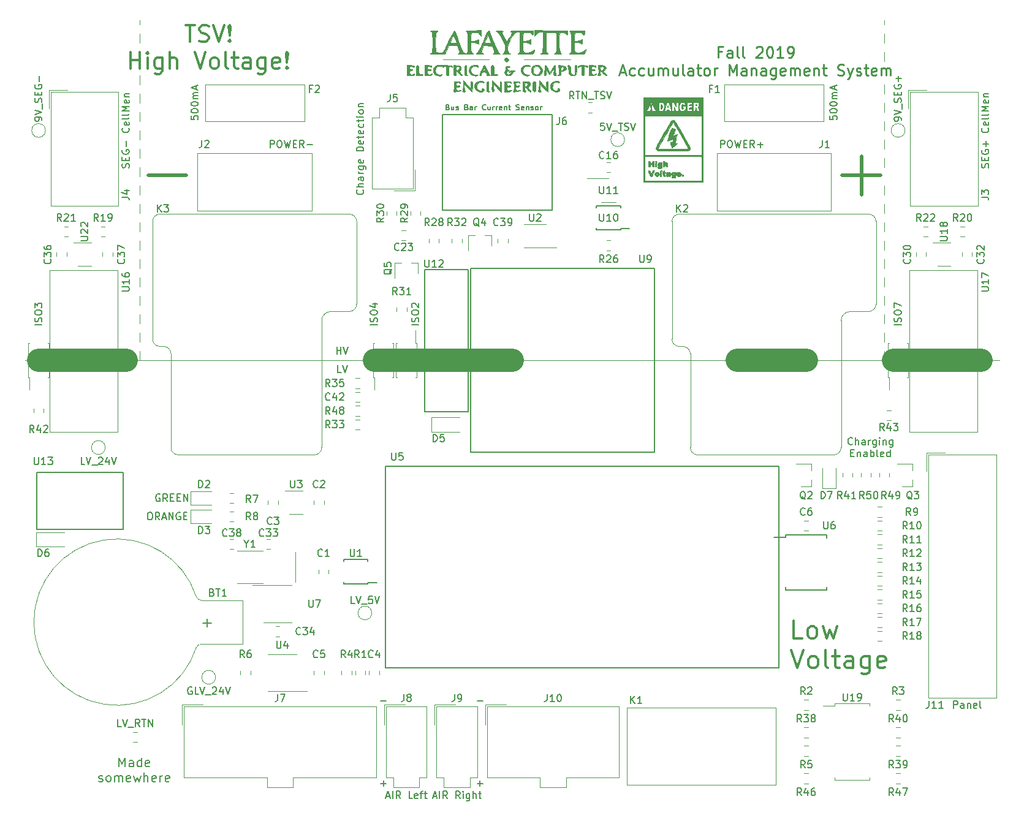
<source format=gbr>
G04 #@! TF.GenerationSoftware,KiCad,Pcbnew,(5.1.10)-1*
G04 #@! TF.CreationDate,2022-03-11T11:38:26-05:00*
G04 #@! TF.ProjectId,PacMan,5061634d-616e-42e6-9b69-6361645f7063,1.3*
G04 #@! TF.SameCoordinates,Original*
G04 #@! TF.FileFunction,Legend,Top*
G04 #@! TF.FilePolarity,Positive*
%FSLAX46Y46*%
G04 Gerber Fmt 4.6, Leading zero omitted, Abs format (unit mm)*
G04 Created by KiCad (PCBNEW (5.1.10)-1) date 2022-03-11 11:38:26*
%MOMM*%
%LPD*%
G01*
G04 APERTURE LIST*
%ADD10C,0.150000*%
%ADD11C,0.120000*%
%ADD12C,0.500000*%
%ADD13C,0.350000*%
%ADD14C,3.200000*%
%ADD15C,0.250000*%
%ADD16C,0.200000*%
%ADD17C,0.127000*%
%ADD18C,0.010000*%
G04 APERTURE END LIST*
D10*
X119895952Y-93797380D02*
X119419761Y-93797380D01*
X119419761Y-92797380D01*
X120086428Y-92797380D02*
X120419761Y-93797380D01*
X120753095Y-92797380D01*
D11*
X92075000Y-53975000D02*
X92075000Y-52705000D01*
D10*
X125349047Y-139136428D02*
X126110952Y-139136428D01*
X125349047Y-150566428D02*
X126110952Y-150566428D01*
X125730000Y-150947380D02*
X125730000Y-150185476D01*
X138684047Y-139136428D02*
X139445952Y-139136428D01*
X138684047Y-150566428D02*
X139445952Y-150566428D01*
X139065000Y-150947380D02*
X139065000Y-150185476D01*
D11*
X194945000Y-45720000D02*
X194945000Y-45085000D01*
X194945000Y-84455000D02*
X194945000Y-83185000D01*
X194945000Y-55245000D02*
X194945000Y-53975000D01*
X194945000Y-62865000D02*
X194945000Y-61595000D01*
X194945000Y-86995000D02*
X194945000Y-85725000D01*
X194945000Y-89535000D02*
X194945000Y-88265000D01*
X194945000Y-76835000D02*
X194945000Y-75565000D01*
X194945000Y-74295000D02*
X194945000Y-73025000D01*
X194945000Y-92075000D02*
X194945000Y-90805000D01*
X194945000Y-50800000D02*
X194945000Y-49530000D01*
X194945000Y-60325000D02*
X194945000Y-59055000D01*
X194945000Y-71755000D02*
X194945000Y-70485000D01*
X194945000Y-69215000D02*
X194945000Y-67945000D01*
X194945000Y-81915000D02*
X194945000Y-80645000D01*
X194945000Y-79375000D02*
X194945000Y-78105000D01*
X194945000Y-57785000D02*
X194945000Y-56515000D01*
X194945000Y-48260000D02*
X194945000Y-46990000D01*
X194945000Y-65405000D02*
X194945000Y-64135000D01*
X92075000Y-45720000D02*
X92075000Y-45085000D01*
X92075000Y-48260000D02*
X92075000Y-46990000D01*
X92075000Y-56515000D02*
X92075000Y-55245000D01*
X92075000Y-59055000D02*
X92075000Y-57785000D01*
X92075000Y-61595000D02*
X92075000Y-60325000D01*
X92075000Y-64135000D02*
X92075000Y-62865000D01*
X92075000Y-66675000D02*
X92075000Y-65405000D01*
X92075000Y-69215000D02*
X92075000Y-67945000D01*
X92075000Y-71755000D02*
X92075000Y-70485000D01*
X92075000Y-74295000D02*
X92075000Y-73025000D01*
X92075000Y-76835000D02*
X92075000Y-75565000D01*
X92075000Y-79375000D02*
X92075000Y-78105000D01*
X92075000Y-81915000D02*
X92075000Y-80645000D01*
X92075000Y-84455000D02*
X92075000Y-83185000D01*
X92075000Y-86995000D02*
X92075000Y-85725000D01*
X92075000Y-89535000D02*
X92075000Y-88265000D01*
X92075000Y-92075000D02*
X92075000Y-90805000D01*
D10*
X119300714Y-91257380D02*
X119300714Y-90257380D01*
X119300714Y-90733571D02*
X119872142Y-90733571D01*
X119872142Y-91257380D02*
X119872142Y-90257380D01*
X120205476Y-90257380D02*
X120538809Y-91257380D01*
X120872142Y-90257380D01*
D12*
X93218333Y-66540000D02*
X98551666Y-66540000D01*
X189103333Y-66540000D02*
X194436666Y-66540000D01*
X191770000Y-69206666D02*
X191770000Y-63873333D01*
D13*
X183623214Y-130525952D02*
X182432738Y-130525952D01*
X182432738Y-128025952D01*
X184813690Y-130525952D02*
X184575595Y-130406904D01*
X184456547Y-130287857D01*
X184337500Y-130049761D01*
X184337500Y-129335476D01*
X184456547Y-129097380D01*
X184575595Y-128978333D01*
X184813690Y-128859285D01*
X185170833Y-128859285D01*
X185408928Y-128978333D01*
X185527976Y-129097380D01*
X185647023Y-129335476D01*
X185647023Y-130049761D01*
X185527976Y-130287857D01*
X185408928Y-130406904D01*
X185170833Y-130525952D01*
X184813690Y-130525952D01*
X186480357Y-128859285D02*
X186956547Y-130525952D01*
X187432738Y-129335476D01*
X187908928Y-130525952D01*
X188385119Y-128859285D01*
X182075595Y-132125952D02*
X182908928Y-134625952D01*
X183742261Y-132125952D01*
X184932738Y-134625952D02*
X184694642Y-134506904D01*
X184575595Y-134387857D01*
X184456547Y-134149761D01*
X184456547Y-133435476D01*
X184575595Y-133197380D01*
X184694642Y-133078333D01*
X184932738Y-132959285D01*
X185289880Y-132959285D01*
X185527976Y-133078333D01*
X185647023Y-133197380D01*
X185766071Y-133435476D01*
X185766071Y-134149761D01*
X185647023Y-134387857D01*
X185527976Y-134506904D01*
X185289880Y-134625952D01*
X184932738Y-134625952D01*
X187194642Y-134625952D02*
X186956547Y-134506904D01*
X186837500Y-134268809D01*
X186837500Y-132125952D01*
X187789880Y-132959285D02*
X188742261Y-132959285D01*
X188147023Y-132125952D02*
X188147023Y-134268809D01*
X188266071Y-134506904D01*
X188504166Y-134625952D01*
X188742261Y-134625952D01*
X190647023Y-134625952D02*
X190647023Y-133316428D01*
X190527976Y-133078333D01*
X190289880Y-132959285D01*
X189813690Y-132959285D01*
X189575595Y-133078333D01*
X190647023Y-134506904D02*
X190408928Y-134625952D01*
X189813690Y-134625952D01*
X189575595Y-134506904D01*
X189456547Y-134268809D01*
X189456547Y-134030714D01*
X189575595Y-133792619D01*
X189813690Y-133673571D01*
X190408928Y-133673571D01*
X190647023Y-133554523D01*
X192908928Y-132959285D02*
X192908928Y-134983095D01*
X192789880Y-135221190D01*
X192670833Y-135340238D01*
X192432738Y-135459285D01*
X192075595Y-135459285D01*
X191837500Y-135340238D01*
X192908928Y-134506904D02*
X192670833Y-134625952D01*
X192194642Y-134625952D01*
X191956547Y-134506904D01*
X191837500Y-134387857D01*
X191718452Y-134149761D01*
X191718452Y-133435476D01*
X191837500Y-133197380D01*
X191956547Y-133078333D01*
X192194642Y-132959285D01*
X192670833Y-132959285D01*
X192908928Y-133078333D01*
X195051785Y-134506904D02*
X194813690Y-134625952D01*
X194337500Y-134625952D01*
X194099404Y-134506904D01*
X193980357Y-134268809D01*
X193980357Y-133316428D01*
X194099404Y-133078333D01*
X194337500Y-132959285D01*
X194813690Y-132959285D01*
X195051785Y-133078333D01*
X195170833Y-133316428D01*
X195170833Y-133554523D01*
X193980357Y-133792619D01*
D10*
X134630714Y-57096428D02*
X134737857Y-57132142D01*
X134773571Y-57167857D01*
X134809285Y-57239285D01*
X134809285Y-57346428D01*
X134773571Y-57417857D01*
X134737857Y-57453571D01*
X134666428Y-57489285D01*
X134380714Y-57489285D01*
X134380714Y-56739285D01*
X134630714Y-56739285D01*
X134702142Y-56775000D01*
X134737857Y-56810714D01*
X134773571Y-56882142D01*
X134773571Y-56953571D01*
X134737857Y-57025000D01*
X134702142Y-57060714D01*
X134630714Y-57096428D01*
X134380714Y-57096428D01*
X135452142Y-56989285D02*
X135452142Y-57489285D01*
X135130714Y-56989285D02*
X135130714Y-57382142D01*
X135166428Y-57453571D01*
X135237857Y-57489285D01*
X135345000Y-57489285D01*
X135416428Y-57453571D01*
X135452142Y-57417857D01*
X135773571Y-57453571D02*
X135845000Y-57489285D01*
X135987857Y-57489285D01*
X136059285Y-57453571D01*
X136095000Y-57382142D01*
X136095000Y-57346428D01*
X136059285Y-57275000D01*
X135987857Y-57239285D01*
X135880714Y-57239285D01*
X135809285Y-57203571D01*
X135773571Y-57132142D01*
X135773571Y-57096428D01*
X135809285Y-57025000D01*
X135880714Y-56989285D01*
X135987857Y-56989285D01*
X136059285Y-57025000D01*
X137237857Y-57096428D02*
X137345000Y-57132142D01*
X137380714Y-57167857D01*
X137416428Y-57239285D01*
X137416428Y-57346428D01*
X137380714Y-57417857D01*
X137345000Y-57453571D01*
X137273571Y-57489285D01*
X136987857Y-57489285D01*
X136987857Y-56739285D01*
X137237857Y-56739285D01*
X137309285Y-56775000D01*
X137345000Y-56810714D01*
X137380714Y-56882142D01*
X137380714Y-56953571D01*
X137345000Y-57025000D01*
X137309285Y-57060714D01*
X137237857Y-57096428D01*
X136987857Y-57096428D01*
X138059285Y-57489285D02*
X138059285Y-57096428D01*
X138023571Y-57025000D01*
X137952142Y-56989285D01*
X137809285Y-56989285D01*
X137737857Y-57025000D01*
X138059285Y-57453571D02*
X137987857Y-57489285D01*
X137809285Y-57489285D01*
X137737857Y-57453571D01*
X137702142Y-57382142D01*
X137702142Y-57310714D01*
X137737857Y-57239285D01*
X137809285Y-57203571D01*
X137987857Y-57203571D01*
X138059285Y-57167857D01*
X138416428Y-57489285D02*
X138416428Y-56989285D01*
X138416428Y-57132142D02*
X138452142Y-57060714D01*
X138487857Y-57025000D01*
X138559285Y-56989285D01*
X138630714Y-56989285D01*
X139880714Y-57417857D02*
X139845000Y-57453571D01*
X139737857Y-57489285D01*
X139666428Y-57489285D01*
X139559285Y-57453571D01*
X139487857Y-57382142D01*
X139452142Y-57310714D01*
X139416428Y-57167857D01*
X139416428Y-57060714D01*
X139452142Y-56917857D01*
X139487857Y-56846428D01*
X139559285Y-56775000D01*
X139666428Y-56739285D01*
X139737857Y-56739285D01*
X139845000Y-56775000D01*
X139880714Y-56810714D01*
X140523571Y-56989285D02*
X140523571Y-57489285D01*
X140202142Y-56989285D02*
X140202142Y-57382142D01*
X140237857Y-57453571D01*
X140309285Y-57489285D01*
X140416428Y-57489285D01*
X140487857Y-57453571D01*
X140523571Y-57417857D01*
X140880714Y-57489285D02*
X140880714Y-56989285D01*
X140880714Y-57132142D02*
X140916428Y-57060714D01*
X140952142Y-57025000D01*
X141023571Y-56989285D01*
X141095000Y-56989285D01*
X141345000Y-57489285D02*
X141345000Y-56989285D01*
X141345000Y-57132142D02*
X141380714Y-57060714D01*
X141416428Y-57025000D01*
X141487857Y-56989285D01*
X141559285Y-56989285D01*
X142095000Y-57453571D02*
X142023571Y-57489285D01*
X141880714Y-57489285D01*
X141809285Y-57453571D01*
X141773571Y-57382142D01*
X141773571Y-57096428D01*
X141809285Y-57025000D01*
X141880714Y-56989285D01*
X142023571Y-56989285D01*
X142095000Y-57025000D01*
X142130714Y-57096428D01*
X142130714Y-57167857D01*
X141773571Y-57239285D01*
X142452142Y-56989285D02*
X142452142Y-57489285D01*
X142452142Y-57060714D02*
X142487857Y-57025000D01*
X142559285Y-56989285D01*
X142666428Y-56989285D01*
X142737857Y-57025000D01*
X142773571Y-57096428D01*
X142773571Y-57489285D01*
X143023571Y-56989285D02*
X143309285Y-56989285D01*
X143130714Y-56739285D02*
X143130714Y-57382142D01*
X143166428Y-57453571D01*
X143237857Y-57489285D01*
X143309285Y-57489285D01*
X144095000Y-57453571D02*
X144202142Y-57489285D01*
X144380714Y-57489285D01*
X144452142Y-57453571D01*
X144487857Y-57417857D01*
X144523571Y-57346428D01*
X144523571Y-57275000D01*
X144487857Y-57203571D01*
X144452142Y-57167857D01*
X144380714Y-57132142D01*
X144237857Y-57096428D01*
X144166428Y-57060714D01*
X144130714Y-57025000D01*
X144095000Y-56953571D01*
X144095000Y-56882142D01*
X144130714Y-56810714D01*
X144166428Y-56775000D01*
X144237857Y-56739285D01*
X144416428Y-56739285D01*
X144523571Y-56775000D01*
X145130714Y-57453571D02*
X145059285Y-57489285D01*
X144916428Y-57489285D01*
X144845000Y-57453571D01*
X144809285Y-57382142D01*
X144809285Y-57096428D01*
X144845000Y-57025000D01*
X144916428Y-56989285D01*
X145059285Y-56989285D01*
X145130714Y-57025000D01*
X145166428Y-57096428D01*
X145166428Y-57167857D01*
X144809285Y-57239285D01*
X145487857Y-56989285D02*
X145487857Y-57489285D01*
X145487857Y-57060714D02*
X145523571Y-57025000D01*
X145595000Y-56989285D01*
X145702142Y-56989285D01*
X145773571Y-57025000D01*
X145809285Y-57096428D01*
X145809285Y-57489285D01*
X146130714Y-57453571D02*
X146202142Y-57489285D01*
X146345000Y-57489285D01*
X146416428Y-57453571D01*
X146452142Y-57382142D01*
X146452142Y-57346428D01*
X146416428Y-57275000D01*
X146345000Y-57239285D01*
X146237857Y-57239285D01*
X146166428Y-57203571D01*
X146130714Y-57132142D01*
X146130714Y-57096428D01*
X146166428Y-57025000D01*
X146237857Y-56989285D01*
X146345000Y-56989285D01*
X146416428Y-57025000D01*
X146880714Y-57489285D02*
X146809285Y-57453571D01*
X146773571Y-57417857D01*
X146737857Y-57346428D01*
X146737857Y-57132142D01*
X146773571Y-57060714D01*
X146809285Y-57025000D01*
X146880714Y-56989285D01*
X146987857Y-56989285D01*
X147059285Y-57025000D01*
X147095000Y-57060714D01*
X147130714Y-57132142D01*
X147130714Y-57346428D01*
X147095000Y-57417857D01*
X147059285Y-57453571D01*
X146987857Y-57489285D01*
X146880714Y-57489285D01*
X147452142Y-57489285D02*
X147452142Y-56989285D01*
X147452142Y-57132142D02*
X147487857Y-57060714D01*
X147523571Y-57025000D01*
X147595000Y-56989285D01*
X147666428Y-56989285D01*
D11*
X76200000Y-92075000D02*
X210820000Y-92075000D01*
D10*
X190540000Y-103672142D02*
X190492380Y-103719761D01*
X190349523Y-103767380D01*
X190254285Y-103767380D01*
X190111428Y-103719761D01*
X190016190Y-103624523D01*
X189968571Y-103529285D01*
X189920952Y-103338809D01*
X189920952Y-103195952D01*
X189968571Y-103005476D01*
X190016190Y-102910238D01*
X190111428Y-102815000D01*
X190254285Y-102767380D01*
X190349523Y-102767380D01*
X190492380Y-102815000D01*
X190540000Y-102862619D01*
X190968571Y-103767380D02*
X190968571Y-102767380D01*
X191397142Y-103767380D02*
X191397142Y-103243571D01*
X191349523Y-103148333D01*
X191254285Y-103100714D01*
X191111428Y-103100714D01*
X191016190Y-103148333D01*
X190968571Y-103195952D01*
X192301904Y-103767380D02*
X192301904Y-103243571D01*
X192254285Y-103148333D01*
X192159047Y-103100714D01*
X191968571Y-103100714D01*
X191873333Y-103148333D01*
X192301904Y-103719761D02*
X192206666Y-103767380D01*
X191968571Y-103767380D01*
X191873333Y-103719761D01*
X191825714Y-103624523D01*
X191825714Y-103529285D01*
X191873333Y-103434047D01*
X191968571Y-103386428D01*
X192206666Y-103386428D01*
X192301904Y-103338809D01*
X192778095Y-103767380D02*
X192778095Y-103100714D01*
X192778095Y-103291190D02*
X192825714Y-103195952D01*
X192873333Y-103148333D01*
X192968571Y-103100714D01*
X193063809Y-103100714D01*
X193825714Y-103100714D02*
X193825714Y-103910238D01*
X193778095Y-104005476D01*
X193730476Y-104053095D01*
X193635238Y-104100714D01*
X193492380Y-104100714D01*
X193397142Y-104053095D01*
X193825714Y-103719761D02*
X193730476Y-103767380D01*
X193540000Y-103767380D01*
X193444761Y-103719761D01*
X193397142Y-103672142D01*
X193349523Y-103576904D01*
X193349523Y-103291190D01*
X193397142Y-103195952D01*
X193444761Y-103148333D01*
X193540000Y-103100714D01*
X193730476Y-103100714D01*
X193825714Y-103148333D01*
X194301904Y-103767380D02*
X194301904Y-103100714D01*
X194301904Y-102767380D02*
X194254285Y-102815000D01*
X194301904Y-102862619D01*
X194349523Y-102815000D01*
X194301904Y-102767380D01*
X194301904Y-102862619D01*
X194778095Y-103100714D02*
X194778095Y-103767380D01*
X194778095Y-103195952D02*
X194825714Y-103148333D01*
X194920952Y-103100714D01*
X195063809Y-103100714D01*
X195159047Y-103148333D01*
X195206666Y-103243571D01*
X195206666Y-103767380D01*
X196111428Y-103100714D02*
X196111428Y-103910238D01*
X196063809Y-104005476D01*
X196016190Y-104053095D01*
X195920952Y-104100714D01*
X195778095Y-104100714D01*
X195682857Y-104053095D01*
X196111428Y-103719761D02*
X196016190Y-103767380D01*
X195825714Y-103767380D01*
X195730476Y-103719761D01*
X195682857Y-103672142D01*
X195635238Y-103576904D01*
X195635238Y-103291190D01*
X195682857Y-103195952D01*
X195730476Y-103148333D01*
X195825714Y-103100714D01*
X196016190Y-103100714D01*
X196111428Y-103148333D01*
X190325714Y-104893571D02*
X190659047Y-104893571D01*
X190801904Y-105417380D02*
X190325714Y-105417380D01*
X190325714Y-104417380D01*
X190801904Y-104417380D01*
X191230476Y-104750714D02*
X191230476Y-105417380D01*
X191230476Y-104845952D02*
X191278095Y-104798333D01*
X191373333Y-104750714D01*
X191516190Y-104750714D01*
X191611428Y-104798333D01*
X191659047Y-104893571D01*
X191659047Y-105417380D01*
X192563809Y-105417380D02*
X192563809Y-104893571D01*
X192516190Y-104798333D01*
X192420952Y-104750714D01*
X192230476Y-104750714D01*
X192135238Y-104798333D01*
X192563809Y-105369761D02*
X192468571Y-105417380D01*
X192230476Y-105417380D01*
X192135238Y-105369761D01*
X192087619Y-105274523D01*
X192087619Y-105179285D01*
X192135238Y-105084047D01*
X192230476Y-105036428D01*
X192468571Y-105036428D01*
X192563809Y-104988809D01*
X193040000Y-105417380D02*
X193040000Y-104417380D01*
X193040000Y-104798333D02*
X193135238Y-104750714D01*
X193325714Y-104750714D01*
X193420952Y-104798333D01*
X193468571Y-104845952D01*
X193516190Y-104941190D01*
X193516190Y-105226904D01*
X193468571Y-105322142D01*
X193420952Y-105369761D01*
X193325714Y-105417380D01*
X193135238Y-105417380D01*
X193040000Y-105369761D01*
X194087619Y-105417380D02*
X193992380Y-105369761D01*
X193944761Y-105274523D01*
X193944761Y-104417380D01*
X194849523Y-105369761D02*
X194754285Y-105417380D01*
X194563809Y-105417380D01*
X194468571Y-105369761D01*
X194420952Y-105274523D01*
X194420952Y-104893571D01*
X194468571Y-104798333D01*
X194563809Y-104750714D01*
X194754285Y-104750714D01*
X194849523Y-104798333D01*
X194897142Y-104893571D01*
X194897142Y-104988809D01*
X194420952Y-105084047D01*
X195754285Y-105417380D02*
X195754285Y-104417380D01*
X195754285Y-105369761D02*
X195659047Y-105417380D01*
X195468571Y-105417380D01*
X195373333Y-105369761D01*
X195325714Y-105322142D01*
X195278095Y-105226904D01*
X195278095Y-104941190D01*
X195325714Y-104845952D01*
X195373333Y-104798333D01*
X195468571Y-104750714D01*
X195659047Y-104750714D01*
X195754285Y-104798333D01*
D14*
X78105000Y-92075000D02*
X90170000Y-92075000D01*
X124460000Y-92075000D02*
X143510000Y-92075000D01*
X174625000Y-92075000D02*
X184150000Y-92075000D01*
X196215000Y-92075000D02*
X208280000Y-92075000D01*
D15*
X172486428Y-49442857D02*
X171986428Y-49442857D01*
X171986428Y-50228571D02*
X171986428Y-48728571D01*
X172700714Y-48728571D01*
X173915000Y-50228571D02*
X173915000Y-49442857D01*
X173843571Y-49300000D01*
X173700714Y-49228571D01*
X173415000Y-49228571D01*
X173272142Y-49300000D01*
X173915000Y-50157142D02*
X173772142Y-50228571D01*
X173415000Y-50228571D01*
X173272142Y-50157142D01*
X173200714Y-50014285D01*
X173200714Y-49871428D01*
X173272142Y-49728571D01*
X173415000Y-49657142D01*
X173772142Y-49657142D01*
X173915000Y-49585714D01*
X174843571Y-50228571D02*
X174700714Y-50157142D01*
X174629285Y-50014285D01*
X174629285Y-48728571D01*
X175629285Y-50228571D02*
X175486428Y-50157142D01*
X175415000Y-50014285D01*
X175415000Y-48728571D01*
X177272142Y-48871428D02*
X177343571Y-48800000D01*
X177486428Y-48728571D01*
X177843571Y-48728571D01*
X177986428Y-48800000D01*
X178057857Y-48871428D01*
X178129285Y-49014285D01*
X178129285Y-49157142D01*
X178057857Y-49371428D01*
X177200714Y-50228571D01*
X178129285Y-50228571D01*
X179057857Y-48728571D02*
X179200714Y-48728571D01*
X179343571Y-48800000D01*
X179415000Y-48871428D01*
X179486428Y-49014285D01*
X179557857Y-49300000D01*
X179557857Y-49657142D01*
X179486428Y-49942857D01*
X179415000Y-50085714D01*
X179343571Y-50157142D01*
X179200714Y-50228571D01*
X179057857Y-50228571D01*
X178915000Y-50157142D01*
X178843571Y-50085714D01*
X178772142Y-49942857D01*
X178700714Y-49657142D01*
X178700714Y-49300000D01*
X178772142Y-49014285D01*
X178843571Y-48871428D01*
X178915000Y-48800000D01*
X179057857Y-48728571D01*
X180986428Y-50228571D02*
X180129285Y-50228571D01*
X180557857Y-50228571D02*
X180557857Y-48728571D01*
X180415000Y-48942857D01*
X180272142Y-49085714D01*
X180129285Y-49157142D01*
X181700714Y-50228571D02*
X181986428Y-50228571D01*
X182129285Y-50157142D01*
X182200714Y-50085714D01*
X182343571Y-49871428D01*
X182415000Y-49585714D01*
X182415000Y-49014285D01*
X182343571Y-48871428D01*
X182272142Y-48800000D01*
X182129285Y-48728571D01*
X181843571Y-48728571D01*
X181700714Y-48800000D01*
X181629285Y-48871428D01*
X181557857Y-49014285D01*
X181557857Y-49371428D01*
X181629285Y-49514285D01*
X181700714Y-49585714D01*
X181843571Y-49657142D01*
X182129285Y-49657142D01*
X182272142Y-49585714D01*
X182343571Y-49514285D01*
X182415000Y-49371428D01*
X158450714Y-52300000D02*
X159165000Y-52300000D01*
X158307857Y-52728571D02*
X158807857Y-51228571D01*
X159307857Y-52728571D01*
X160450714Y-52657142D02*
X160307857Y-52728571D01*
X160022142Y-52728571D01*
X159879285Y-52657142D01*
X159807857Y-52585714D01*
X159736428Y-52442857D01*
X159736428Y-52014285D01*
X159807857Y-51871428D01*
X159879285Y-51800000D01*
X160022142Y-51728571D01*
X160307857Y-51728571D01*
X160450714Y-51800000D01*
X161736428Y-52657142D02*
X161593571Y-52728571D01*
X161307857Y-52728571D01*
X161165000Y-52657142D01*
X161093571Y-52585714D01*
X161022142Y-52442857D01*
X161022142Y-52014285D01*
X161093571Y-51871428D01*
X161165000Y-51800000D01*
X161307857Y-51728571D01*
X161593571Y-51728571D01*
X161736428Y-51800000D01*
X163022142Y-51728571D02*
X163022142Y-52728571D01*
X162379285Y-51728571D02*
X162379285Y-52514285D01*
X162450714Y-52657142D01*
X162593571Y-52728571D01*
X162807857Y-52728571D01*
X162950714Y-52657142D01*
X163022142Y-52585714D01*
X163736428Y-52728571D02*
X163736428Y-51728571D01*
X163736428Y-51871428D02*
X163807857Y-51800000D01*
X163950714Y-51728571D01*
X164165000Y-51728571D01*
X164307857Y-51800000D01*
X164379285Y-51942857D01*
X164379285Y-52728571D01*
X164379285Y-51942857D02*
X164450714Y-51800000D01*
X164593571Y-51728571D01*
X164807857Y-51728571D01*
X164950714Y-51800000D01*
X165022142Y-51942857D01*
X165022142Y-52728571D01*
X166379285Y-51728571D02*
X166379285Y-52728571D01*
X165736428Y-51728571D02*
X165736428Y-52514285D01*
X165807857Y-52657142D01*
X165950714Y-52728571D01*
X166165000Y-52728571D01*
X166307857Y-52657142D01*
X166379285Y-52585714D01*
X167307857Y-52728571D02*
X167165000Y-52657142D01*
X167093571Y-52514285D01*
X167093571Y-51228571D01*
X168522142Y-52728571D02*
X168522142Y-51942857D01*
X168450714Y-51800000D01*
X168307857Y-51728571D01*
X168022142Y-51728571D01*
X167879285Y-51800000D01*
X168522142Y-52657142D02*
X168379285Y-52728571D01*
X168022142Y-52728571D01*
X167879285Y-52657142D01*
X167807857Y-52514285D01*
X167807857Y-52371428D01*
X167879285Y-52228571D01*
X168022142Y-52157142D01*
X168379285Y-52157142D01*
X168522142Y-52085714D01*
X169022142Y-51728571D02*
X169593571Y-51728571D01*
X169236428Y-51228571D02*
X169236428Y-52514285D01*
X169307857Y-52657142D01*
X169450714Y-52728571D01*
X169593571Y-52728571D01*
X170307857Y-52728571D02*
X170165000Y-52657142D01*
X170093571Y-52585714D01*
X170022142Y-52442857D01*
X170022142Y-52014285D01*
X170093571Y-51871428D01*
X170165000Y-51800000D01*
X170307857Y-51728571D01*
X170522142Y-51728571D01*
X170665000Y-51800000D01*
X170736428Y-51871428D01*
X170807857Y-52014285D01*
X170807857Y-52442857D01*
X170736428Y-52585714D01*
X170665000Y-52657142D01*
X170522142Y-52728571D01*
X170307857Y-52728571D01*
X171450714Y-52728571D02*
X171450714Y-51728571D01*
X171450714Y-52014285D02*
X171522142Y-51871428D01*
X171593571Y-51800000D01*
X171736428Y-51728571D01*
X171879285Y-51728571D01*
X173522142Y-52728571D02*
X173522142Y-51228571D01*
X174022142Y-52300000D01*
X174522142Y-51228571D01*
X174522142Y-52728571D01*
X175879285Y-52728571D02*
X175879285Y-51942857D01*
X175807857Y-51800000D01*
X175665000Y-51728571D01*
X175379285Y-51728571D01*
X175236428Y-51800000D01*
X175879285Y-52657142D02*
X175736428Y-52728571D01*
X175379285Y-52728571D01*
X175236428Y-52657142D01*
X175165000Y-52514285D01*
X175165000Y-52371428D01*
X175236428Y-52228571D01*
X175379285Y-52157142D01*
X175736428Y-52157142D01*
X175879285Y-52085714D01*
X176593571Y-51728571D02*
X176593571Y-52728571D01*
X176593571Y-51871428D02*
X176665000Y-51800000D01*
X176807857Y-51728571D01*
X177022142Y-51728571D01*
X177165000Y-51800000D01*
X177236428Y-51942857D01*
X177236428Y-52728571D01*
X178593571Y-52728571D02*
X178593571Y-51942857D01*
X178522142Y-51800000D01*
X178379285Y-51728571D01*
X178093571Y-51728571D01*
X177950714Y-51800000D01*
X178593571Y-52657142D02*
X178450714Y-52728571D01*
X178093571Y-52728571D01*
X177950714Y-52657142D01*
X177879285Y-52514285D01*
X177879285Y-52371428D01*
X177950714Y-52228571D01*
X178093571Y-52157142D01*
X178450714Y-52157142D01*
X178593571Y-52085714D01*
X179950714Y-51728571D02*
X179950714Y-52942857D01*
X179879285Y-53085714D01*
X179807857Y-53157142D01*
X179665000Y-53228571D01*
X179450714Y-53228571D01*
X179307857Y-53157142D01*
X179950714Y-52657142D02*
X179807857Y-52728571D01*
X179522142Y-52728571D01*
X179379285Y-52657142D01*
X179307857Y-52585714D01*
X179236428Y-52442857D01*
X179236428Y-52014285D01*
X179307857Y-51871428D01*
X179379285Y-51800000D01*
X179522142Y-51728571D01*
X179807857Y-51728571D01*
X179950714Y-51800000D01*
X181236428Y-52657142D02*
X181093571Y-52728571D01*
X180807857Y-52728571D01*
X180665000Y-52657142D01*
X180593571Y-52514285D01*
X180593571Y-51942857D01*
X180665000Y-51800000D01*
X180807857Y-51728571D01*
X181093571Y-51728571D01*
X181236428Y-51800000D01*
X181307857Y-51942857D01*
X181307857Y-52085714D01*
X180593571Y-52228571D01*
X181950714Y-52728571D02*
X181950714Y-51728571D01*
X181950714Y-51871428D02*
X182022142Y-51800000D01*
X182165000Y-51728571D01*
X182379285Y-51728571D01*
X182522142Y-51800000D01*
X182593571Y-51942857D01*
X182593571Y-52728571D01*
X182593571Y-51942857D02*
X182665000Y-51800000D01*
X182807857Y-51728571D01*
X183022142Y-51728571D01*
X183165000Y-51800000D01*
X183236428Y-51942857D01*
X183236428Y-52728571D01*
X184522142Y-52657142D02*
X184379285Y-52728571D01*
X184093571Y-52728571D01*
X183950714Y-52657142D01*
X183879285Y-52514285D01*
X183879285Y-51942857D01*
X183950714Y-51800000D01*
X184093571Y-51728571D01*
X184379285Y-51728571D01*
X184522142Y-51800000D01*
X184593571Y-51942857D01*
X184593571Y-52085714D01*
X183879285Y-52228571D01*
X185236428Y-51728571D02*
X185236428Y-52728571D01*
X185236428Y-51871428D02*
X185307857Y-51800000D01*
X185450714Y-51728571D01*
X185665000Y-51728571D01*
X185807857Y-51800000D01*
X185879285Y-51942857D01*
X185879285Y-52728571D01*
X186379285Y-51728571D02*
X186950714Y-51728571D01*
X186593571Y-51228571D02*
X186593571Y-52514285D01*
X186665000Y-52657142D01*
X186807857Y-52728571D01*
X186950714Y-52728571D01*
X188522142Y-52657142D02*
X188736428Y-52728571D01*
X189093571Y-52728571D01*
X189236428Y-52657142D01*
X189307857Y-52585714D01*
X189379285Y-52442857D01*
X189379285Y-52300000D01*
X189307857Y-52157142D01*
X189236428Y-52085714D01*
X189093571Y-52014285D01*
X188807857Y-51942857D01*
X188665000Y-51871428D01*
X188593571Y-51800000D01*
X188522142Y-51657142D01*
X188522142Y-51514285D01*
X188593571Y-51371428D01*
X188665000Y-51300000D01*
X188807857Y-51228571D01*
X189165000Y-51228571D01*
X189379285Y-51300000D01*
X189879285Y-51728571D02*
X190236428Y-52728571D01*
X190593571Y-51728571D02*
X190236428Y-52728571D01*
X190093571Y-53085714D01*
X190022142Y-53157142D01*
X189879285Y-53228571D01*
X191093571Y-52657142D02*
X191236428Y-52728571D01*
X191522142Y-52728571D01*
X191665000Y-52657142D01*
X191736428Y-52514285D01*
X191736428Y-52442857D01*
X191665000Y-52300000D01*
X191522142Y-52228571D01*
X191307857Y-52228571D01*
X191165000Y-52157142D01*
X191093571Y-52014285D01*
X191093571Y-51942857D01*
X191165000Y-51800000D01*
X191307857Y-51728571D01*
X191522142Y-51728571D01*
X191665000Y-51800000D01*
X192165000Y-51728571D02*
X192736428Y-51728571D01*
X192379285Y-51228571D02*
X192379285Y-52514285D01*
X192450714Y-52657142D01*
X192593571Y-52728571D01*
X192736428Y-52728571D01*
X193807857Y-52657142D02*
X193665000Y-52728571D01*
X193379285Y-52728571D01*
X193236428Y-52657142D01*
X193165000Y-52514285D01*
X193165000Y-51942857D01*
X193236428Y-51800000D01*
X193379285Y-51728571D01*
X193665000Y-51728571D01*
X193807857Y-51800000D01*
X193879285Y-51942857D01*
X193879285Y-52085714D01*
X193165000Y-52228571D01*
X194522142Y-52728571D02*
X194522142Y-51728571D01*
X194522142Y-51871428D02*
X194593571Y-51800000D01*
X194736428Y-51728571D01*
X194950714Y-51728571D01*
X195093571Y-51800000D01*
X195165000Y-51942857D01*
X195165000Y-52728571D01*
X195165000Y-51942857D02*
X195236428Y-51800000D01*
X195379285Y-51728571D01*
X195593571Y-51728571D01*
X195736428Y-51800000D01*
X195807857Y-51942857D01*
X195807857Y-52728571D01*
D13*
X98385714Y-45800357D02*
X99671428Y-45800357D01*
X99028571Y-48050357D02*
X99028571Y-45800357D01*
X100314285Y-47943214D02*
X100635714Y-48050357D01*
X101171428Y-48050357D01*
X101385714Y-47943214D01*
X101492857Y-47836071D01*
X101600000Y-47621785D01*
X101600000Y-47407500D01*
X101492857Y-47193214D01*
X101385714Y-47086071D01*
X101171428Y-46978928D01*
X100742857Y-46871785D01*
X100528571Y-46764642D01*
X100421428Y-46657500D01*
X100314285Y-46443214D01*
X100314285Y-46228928D01*
X100421428Y-46014642D01*
X100528571Y-45907500D01*
X100742857Y-45800357D01*
X101278571Y-45800357D01*
X101600000Y-45907500D01*
X102242857Y-45800357D02*
X102992857Y-48050357D01*
X103742857Y-45800357D01*
X104492857Y-47836071D02*
X104600000Y-47943214D01*
X104492857Y-48050357D01*
X104385714Y-47943214D01*
X104492857Y-47836071D01*
X104492857Y-48050357D01*
X104492857Y-47193214D02*
X104385714Y-45907500D01*
X104492857Y-45800357D01*
X104600000Y-45907500D01*
X104492857Y-47193214D01*
X104492857Y-45800357D01*
X90778571Y-51775357D02*
X90778571Y-49525357D01*
X90778571Y-50596785D02*
X92064285Y-50596785D01*
X92064285Y-51775357D02*
X92064285Y-49525357D01*
X93135714Y-51775357D02*
X93135714Y-50275357D01*
X93135714Y-49525357D02*
X93028571Y-49632500D01*
X93135714Y-49739642D01*
X93242857Y-49632500D01*
X93135714Y-49525357D01*
X93135714Y-49739642D01*
X95171428Y-50275357D02*
X95171428Y-52096785D01*
X95064285Y-52311071D01*
X94957142Y-52418214D01*
X94742857Y-52525357D01*
X94421428Y-52525357D01*
X94207142Y-52418214D01*
X95171428Y-51668214D02*
X94957142Y-51775357D01*
X94528571Y-51775357D01*
X94314285Y-51668214D01*
X94207142Y-51561071D01*
X94100000Y-51346785D01*
X94100000Y-50703928D01*
X94207142Y-50489642D01*
X94314285Y-50382500D01*
X94528571Y-50275357D01*
X94957142Y-50275357D01*
X95171428Y-50382500D01*
X96242857Y-51775357D02*
X96242857Y-49525357D01*
X97207142Y-51775357D02*
X97207142Y-50596785D01*
X97100000Y-50382500D01*
X96885714Y-50275357D01*
X96564285Y-50275357D01*
X96350000Y-50382500D01*
X96242857Y-50489642D01*
X99671428Y-49525357D02*
X100421428Y-51775357D01*
X101171428Y-49525357D01*
X102242857Y-51775357D02*
X102028571Y-51668214D01*
X101921428Y-51561071D01*
X101814285Y-51346785D01*
X101814285Y-50703928D01*
X101921428Y-50489642D01*
X102028571Y-50382500D01*
X102242857Y-50275357D01*
X102564285Y-50275357D01*
X102778571Y-50382500D01*
X102885714Y-50489642D01*
X102992857Y-50703928D01*
X102992857Y-51346785D01*
X102885714Y-51561071D01*
X102778571Y-51668214D01*
X102564285Y-51775357D01*
X102242857Y-51775357D01*
X104278571Y-51775357D02*
X104064285Y-51668214D01*
X103957142Y-51453928D01*
X103957142Y-49525357D01*
X104814285Y-50275357D02*
X105671428Y-50275357D01*
X105135714Y-49525357D02*
X105135714Y-51453928D01*
X105242857Y-51668214D01*
X105457142Y-51775357D01*
X105671428Y-51775357D01*
X107385714Y-51775357D02*
X107385714Y-50596785D01*
X107278571Y-50382500D01*
X107064285Y-50275357D01*
X106635714Y-50275357D01*
X106421428Y-50382500D01*
X107385714Y-51668214D02*
X107171428Y-51775357D01*
X106635714Y-51775357D01*
X106421428Y-51668214D01*
X106314285Y-51453928D01*
X106314285Y-51239642D01*
X106421428Y-51025357D01*
X106635714Y-50918214D01*
X107171428Y-50918214D01*
X107385714Y-50811071D01*
X109421428Y-50275357D02*
X109421428Y-52096785D01*
X109314285Y-52311071D01*
X109207142Y-52418214D01*
X108992857Y-52525357D01*
X108671428Y-52525357D01*
X108457142Y-52418214D01*
X109421428Y-51668214D02*
X109207142Y-51775357D01*
X108778571Y-51775357D01*
X108564285Y-51668214D01*
X108457142Y-51561071D01*
X108350000Y-51346785D01*
X108350000Y-50703928D01*
X108457142Y-50489642D01*
X108564285Y-50382500D01*
X108778571Y-50275357D01*
X109207142Y-50275357D01*
X109421428Y-50382500D01*
X111350000Y-51668214D02*
X111135714Y-51775357D01*
X110707142Y-51775357D01*
X110492857Y-51668214D01*
X110385714Y-51453928D01*
X110385714Y-50596785D01*
X110492857Y-50382500D01*
X110707142Y-50275357D01*
X111135714Y-50275357D01*
X111350000Y-50382500D01*
X111457142Y-50596785D01*
X111457142Y-50811071D01*
X110385714Y-51025357D01*
X112421428Y-51561071D02*
X112528571Y-51668214D01*
X112421428Y-51775357D01*
X112314285Y-51668214D01*
X112421428Y-51561071D01*
X112421428Y-51775357D01*
X112421428Y-50918214D02*
X112314285Y-49632500D01*
X112421428Y-49525357D01*
X112528571Y-49632500D01*
X112421428Y-50918214D01*
X112421428Y-49525357D01*
D16*
X89229666Y-148244976D02*
X89229666Y-146994976D01*
X89646333Y-147887833D01*
X90063000Y-146994976D01*
X90063000Y-148244976D01*
X91193952Y-148244976D02*
X91193952Y-147590214D01*
X91134428Y-147471166D01*
X91015380Y-147411642D01*
X90777285Y-147411642D01*
X90658238Y-147471166D01*
X91193952Y-148185452D02*
X91074904Y-148244976D01*
X90777285Y-148244976D01*
X90658238Y-148185452D01*
X90598714Y-148066404D01*
X90598714Y-147947357D01*
X90658238Y-147828309D01*
X90777285Y-147768785D01*
X91074904Y-147768785D01*
X91193952Y-147709261D01*
X92324904Y-148244976D02*
X92324904Y-146994976D01*
X92324904Y-148185452D02*
X92205857Y-148244976D01*
X91967761Y-148244976D01*
X91848714Y-148185452D01*
X91789190Y-148125928D01*
X91729666Y-148006880D01*
X91729666Y-147649738D01*
X91789190Y-147530690D01*
X91848714Y-147471166D01*
X91967761Y-147411642D01*
X92205857Y-147411642D01*
X92324904Y-147471166D01*
X93396333Y-148185452D02*
X93277285Y-148244976D01*
X93039190Y-148244976D01*
X92920142Y-148185452D01*
X92860619Y-148066404D01*
X92860619Y-147590214D01*
X92920142Y-147471166D01*
X93039190Y-147411642D01*
X93277285Y-147411642D01*
X93396333Y-147471166D01*
X93455857Y-147590214D01*
X93455857Y-147709261D01*
X92860619Y-147828309D01*
X86432047Y-150260452D02*
X86551095Y-150319976D01*
X86789190Y-150319976D01*
X86908238Y-150260452D01*
X86967761Y-150141404D01*
X86967761Y-150081880D01*
X86908238Y-149962833D01*
X86789190Y-149903309D01*
X86610619Y-149903309D01*
X86491571Y-149843785D01*
X86432047Y-149724738D01*
X86432047Y-149665214D01*
X86491571Y-149546166D01*
X86610619Y-149486642D01*
X86789190Y-149486642D01*
X86908238Y-149546166D01*
X87682047Y-150319976D02*
X87563000Y-150260452D01*
X87503476Y-150200928D01*
X87443952Y-150081880D01*
X87443952Y-149724738D01*
X87503476Y-149605690D01*
X87563000Y-149546166D01*
X87682047Y-149486642D01*
X87860619Y-149486642D01*
X87979666Y-149546166D01*
X88039190Y-149605690D01*
X88098714Y-149724738D01*
X88098714Y-150081880D01*
X88039190Y-150200928D01*
X87979666Y-150260452D01*
X87860619Y-150319976D01*
X87682047Y-150319976D01*
X88634428Y-150319976D02*
X88634428Y-149486642D01*
X88634428Y-149605690D02*
X88693952Y-149546166D01*
X88813000Y-149486642D01*
X88991571Y-149486642D01*
X89110619Y-149546166D01*
X89170142Y-149665214D01*
X89170142Y-150319976D01*
X89170142Y-149665214D02*
X89229666Y-149546166D01*
X89348714Y-149486642D01*
X89527285Y-149486642D01*
X89646333Y-149546166D01*
X89705857Y-149665214D01*
X89705857Y-150319976D01*
X90777285Y-150260452D02*
X90658238Y-150319976D01*
X90420142Y-150319976D01*
X90301095Y-150260452D01*
X90241571Y-150141404D01*
X90241571Y-149665214D01*
X90301095Y-149546166D01*
X90420142Y-149486642D01*
X90658238Y-149486642D01*
X90777285Y-149546166D01*
X90836809Y-149665214D01*
X90836809Y-149784261D01*
X90241571Y-149903309D01*
X91253476Y-149486642D02*
X91491571Y-150319976D01*
X91729666Y-149724738D01*
X91967761Y-150319976D01*
X92205857Y-149486642D01*
X92682047Y-150319976D02*
X92682047Y-149069976D01*
X93217761Y-150319976D02*
X93217761Y-149665214D01*
X93158238Y-149546166D01*
X93039190Y-149486642D01*
X92860619Y-149486642D01*
X92741571Y-149546166D01*
X92682047Y-149605690D01*
X94289190Y-150260452D02*
X94170142Y-150319976D01*
X93932047Y-150319976D01*
X93813000Y-150260452D01*
X93753476Y-150141404D01*
X93753476Y-149665214D01*
X93813000Y-149546166D01*
X93932047Y-149486642D01*
X94170142Y-149486642D01*
X94289190Y-149546166D01*
X94348714Y-149665214D01*
X94348714Y-149784261D01*
X93753476Y-149903309D01*
X94884428Y-150319976D02*
X94884428Y-149486642D01*
X94884428Y-149724738D02*
X94943952Y-149605690D01*
X95003476Y-149546166D01*
X95122523Y-149486642D01*
X95241571Y-149486642D01*
X96134428Y-150260452D02*
X96015380Y-150319976D01*
X95777285Y-150319976D01*
X95658238Y-150260452D01*
X95598714Y-150141404D01*
X95598714Y-149665214D01*
X95658238Y-149546166D01*
X95777285Y-149486642D01*
X96015380Y-149486642D01*
X96134428Y-149546166D01*
X96193952Y-149665214D01*
X96193952Y-149784261D01*
X95598714Y-149903309D01*
D10*
X94853333Y-110625000D02*
X94758095Y-110577380D01*
X94615238Y-110577380D01*
X94472380Y-110625000D01*
X94377142Y-110720238D01*
X94329523Y-110815476D01*
X94281904Y-111005952D01*
X94281904Y-111148809D01*
X94329523Y-111339285D01*
X94377142Y-111434523D01*
X94472380Y-111529761D01*
X94615238Y-111577380D01*
X94710476Y-111577380D01*
X94853333Y-111529761D01*
X94900952Y-111482142D01*
X94900952Y-111148809D01*
X94710476Y-111148809D01*
X95900952Y-111577380D02*
X95567619Y-111101190D01*
X95329523Y-111577380D02*
X95329523Y-110577380D01*
X95710476Y-110577380D01*
X95805714Y-110625000D01*
X95853333Y-110672619D01*
X95900952Y-110767857D01*
X95900952Y-110910714D01*
X95853333Y-111005952D01*
X95805714Y-111053571D01*
X95710476Y-111101190D01*
X95329523Y-111101190D01*
X96329523Y-111053571D02*
X96662857Y-111053571D01*
X96805714Y-111577380D02*
X96329523Y-111577380D01*
X96329523Y-110577380D01*
X96805714Y-110577380D01*
X97234285Y-111053571D02*
X97567619Y-111053571D01*
X97710476Y-111577380D02*
X97234285Y-111577380D01*
X97234285Y-110577380D01*
X97710476Y-110577380D01*
X98139047Y-111577380D02*
X98139047Y-110577380D01*
X98710476Y-111577380D01*
X98710476Y-110577380D01*
X93385000Y-113117380D02*
X93575476Y-113117380D01*
X93670714Y-113165000D01*
X93765952Y-113260238D01*
X93813571Y-113450714D01*
X93813571Y-113784047D01*
X93765952Y-113974523D01*
X93670714Y-114069761D01*
X93575476Y-114117380D01*
X93385000Y-114117380D01*
X93289761Y-114069761D01*
X93194523Y-113974523D01*
X93146904Y-113784047D01*
X93146904Y-113450714D01*
X93194523Y-113260238D01*
X93289761Y-113165000D01*
X93385000Y-113117380D01*
X94813571Y-114117380D02*
X94480238Y-113641190D01*
X94242142Y-114117380D02*
X94242142Y-113117380D01*
X94623095Y-113117380D01*
X94718333Y-113165000D01*
X94765952Y-113212619D01*
X94813571Y-113307857D01*
X94813571Y-113450714D01*
X94765952Y-113545952D01*
X94718333Y-113593571D01*
X94623095Y-113641190D01*
X94242142Y-113641190D01*
X95194523Y-113831666D02*
X95670714Y-113831666D01*
X95099285Y-114117380D02*
X95432619Y-113117380D01*
X95765952Y-114117380D01*
X96099285Y-114117380D02*
X96099285Y-113117380D01*
X96670714Y-114117380D01*
X96670714Y-113117380D01*
X97670714Y-113165000D02*
X97575476Y-113117380D01*
X97432619Y-113117380D01*
X97289761Y-113165000D01*
X97194523Y-113260238D01*
X97146904Y-113355476D01*
X97099285Y-113545952D01*
X97099285Y-113688809D01*
X97146904Y-113879285D01*
X97194523Y-113974523D01*
X97289761Y-114069761D01*
X97432619Y-114117380D01*
X97527857Y-114117380D01*
X97670714Y-114069761D01*
X97718333Y-114022142D01*
X97718333Y-113688809D01*
X97527857Y-113688809D01*
X98146904Y-113593571D02*
X98480238Y-113593571D01*
X98623095Y-114117380D02*
X98146904Y-114117380D01*
X98146904Y-113117380D01*
X98623095Y-113117380D01*
D11*
X171805000Y-63490000D02*
X171805000Y-71390000D01*
X187605000Y-71390000D02*
X171805000Y-71390000D01*
X187605000Y-63490000D02*
X171805000Y-63490000D01*
X187605000Y-63490000D02*
X187605000Y-71390000D01*
X100050000Y-63490000D02*
X100050000Y-71390000D01*
X115850000Y-71390000D02*
X100050000Y-71390000D01*
X115850000Y-63490000D02*
X100050000Y-63490000D01*
X115850000Y-63490000D02*
X115850000Y-71390000D01*
X111465000Y-139880000D02*
X98155000Y-139880000D01*
X98155000Y-139880000D02*
X98155000Y-149700000D01*
X98155000Y-149700000D02*
X109655000Y-149700000D01*
X109655000Y-149700000D02*
X109655000Y-151100000D01*
X109655000Y-151100000D02*
X111465000Y-151100000D01*
X111465000Y-139880000D02*
X124775000Y-139880000D01*
X124775000Y-139880000D02*
X124775000Y-149700000D01*
X124775000Y-149700000D02*
X113275000Y-149700000D01*
X113275000Y-149700000D02*
X113275000Y-151100000D01*
X113275000Y-151100000D02*
X111465000Y-151100000D01*
X100765000Y-139640000D02*
X97915000Y-139640000D01*
X97915000Y-139640000D02*
X97915000Y-142490000D01*
X149175000Y-139880000D02*
X140065000Y-139880000D01*
X140065000Y-139880000D02*
X140065000Y-149700000D01*
X140065000Y-149700000D02*
X147365000Y-149700000D01*
X147365000Y-149700000D02*
X147365000Y-151100000D01*
X147365000Y-151100000D02*
X149175000Y-151100000D01*
X149175000Y-139880000D02*
X158285000Y-139880000D01*
X158285000Y-139880000D02*
X158285000Y-149700000D01*
X158285000Y-149700000D02*
X150985000Y-149700000D01*
X150985000Y-149700000D02*
X150985000Y-151100000D01*
X150985000Y-151100000D02*
X149175000Y-151100000D01*
X142675000Y-139640000D02*
X139825000Y-139640000D01*
X139825000Y-139640000D02*
X139825000Y-142490000D01*
X193115000Y-107688748D02*
X193115000Y-108211252D01*
X191695000Y-107688748D02*
X191695000Y-108211252D01*
X194235000Y-108211252D02*
X194235000Y-107688748D01*
X195655000Y-108211252D02*
X195655000Y-107688748D01*
X198880000Y-109530000D02*
X198880000Y-108600000D01*
X198880000Y-106370000D02*
X198880000Y-107300000D01*
X198880000Y-106370000D02*
X196720000Y-106370000D01*
X198880000Y-109530000D02*
X197420000Y-109530000D01*
D17*
X180412000Y-106700000D02*
X180412000Y-134600000D01*
X126012000Y-106700000D02*
X180412000Y-106700000D01*
X126012000Y-134600000D02*
X126012000Y-106700000D01*
X180412000Y-134600000D02*
X126012000Y-134600000D01*
D11*
X195841252Y-100405000D02*
X195318748Y-100405000D01*
X195841252Y-98985000D02*
X195318748Y-98985000D01*
X77395000Y-98798748D02*
X77395000Y-99321252D01*
X78815000Y-98798748D02*
X78815000Y-99321252D01*
X195450000Y-89675000D02*
X195600000Y-89675000D01*
X195450000Y-94475000D02*
X195450000Y-89675000D01*
X195600000Y-94475000D02*
X195450000Y-94475000D01*
X198250000Y-94475000D02*
X198100000Y-94475000D01*
X198250000Y-89675000D02*
X198250000Y-94475000D01*
X198100000Y-89675000D02*
X198250000Y-89675000D01*
X195600000Y-94475000D02*
X195600000Y-96175000D01*
X76705000Y-89675000D02*
X76855000Y-89675000D01*
X76705000Y-94475000D02*
X76705000Y-89675000D01*
X76855000Y-94475000D02*
X76705000Y-94475000D01*
X79505000Y-94475000D02*
X79355000Y-94475000D01*
X79505000Y-89675000D02*
X79505000Y-94475000D01*
X79355000Y-89675000D02*
X79505000Y-89675000D01*
X76855000Y-94475000D02*
X76855000Y-96175000D01*
D10*
X133938000Y-58165000D02*
X149018000Y-58165000D01*
X149018000Y-58165000D02*
X149018000Y-71375000D01*
X149018000Y-71375000D02*
X133938000Y-71375000D01*
X133938000Y-58165000D02*
X133938000Y-71375000D01*
D11*
X166624000Y-71882000D02*
X192786000Y-71882000D01*
X193802000Y-72898000D02*
X193802000Y-84328000D01*
X187960000Y-105156000D02*
X169164000Y-105156000D01*
X165608000Y-72898000D02*
X165608000Y-89154000D01*
X192786000Y-85344000D02*
X190246000Y-85344000D01*
X188976000Y-86614000D02*
X188976000Y-104140000D01*
X168148000Y-104140000D02*
X168148000Y-91186000D01*
X166624000Y-90170000D02*
X167132000Y-90170000D01*
X167132000Y-90170000D02*
G75*
G02*
X168148000Y-91186000I0J-1016000D01*
G01*
X166624000Y-90170000D02*
G75*
G02*
X165608000Y-89154000I0J1016000D01*
G01*
X169164000Y-105156000D02*
G75*
G02*
X168148000Y-104140000I0J1016000D01*
G01*
X188976000Y-104140000D02*
G75*
G02*
X187960000Y-105156000I-1016000J0D01*
G01*
X165608000Y-72898000D02*
G75*
G02*
X166624000Y-71882000I1016000J0D01*
G01*
X192786000Y-71882000D02*
G75*
G02*
X193802000Y-72898000I0J-1016000D01*
G01*
X193802000Y-84328000D02*
G75*
G02*
X192786000Y-85344000I-1016000J0D01*
G01*
X188976000Y-86614000D02*
G75*
G02*
X190246000Y-85344000I1270000J0D01*
G01*
X94869000Y-71882000D02*
X121031000Y-71882000D01*
X122047000Y-72898000D02*
X122047000Y-84328000D01*
X116205000Y-105156000D02*
X97409000Y-105156000D01*
X93853000Y-72898000D02*
X93853000Y-89154000D01*
X121031000Y-85344000D02*
X118491000Y-85344000D01*
X117221000Y-86614000D02*
X117221000Y-104140000D01*
X96393000Y-104140000D02*
X96393000Y-91186000D01*
X94869000Y-90170000D02*
X95377000Y-90170000D01*
X95377000Y-90170000D02*
G75*
G02*
X96393000Y-91186000I0J-1016000D01*
G01*
X94869000Y-90170000D02*
G75*
G02*
X93853000Y-89154000I0J1016000D01*
G01*
X97409000Y-105156000D02*
G75*
G02*
X96393000Y-104140000I0J1016000D01*
G01*
X117221000Y-104140000D02*
G75*
G02*
X116205000Y-105156000I-1016000J0D01*
G01*
X93853000Y-72898000D02*
G75*
G02*
X94869000Y-71882000I1016000J0D01*
G01*
X121031000Y-71882000D02*
G75*
G02*
X122047000Y-72898000I0J-1016000D01*
G01*
X122047000Y-84328000D02*
G75*
G02*
X121031000Y-85344000I-1016000J0D01*
G01*
X117221000Y-86614000D02*
G75*
G02*
X118491000Y-85344000I1270000J0D01*
G01*
X81990000Y-77208748D02*
X81990000Y-77731252D01*
X80570000Y-77208748D02*
X80570000Y-77731252D01*
X198275000Y-54725000D02*
X200815000Y-54725000D01*
X198275000Y-54725000D02*
X198275000Y-57265000D01*
X198525000Y-54975000D02*
X207875000Y-54975000D01*
X198525000Y-70755000D02*
X198525000Y-54975000D01*
X207875000Y-70755000D02*
X198525000Y-70755000D01*
X207875000Y-54975000D02*
X207875000Y-70755000D01*
X202300000Y-79080000D02*
X204100000Y-79080000D01*
X204100000Y-75860000D02*
X201650000Y-75860000D01*
X207085000Y-77208748D02*
X207085000Y-77731252D01*
X205665000Y-77208748D02*
X205665000Y-77731252D01*
X156845000Y-66960000D02*
X153845000Y-66960000D01*
X157845000Y-70200000D02*
X155845000Y-70200000D01*
X200735000Y-77208748D02*
X200735000Y-77731252D01*
X199315000Y-77208748D02*
X199315000Y-77731252D01*
X156583748Y-64695000D02*
X157106252Y-64695000D01*
X156583748Y-66115000D02*
X157106252Y-66115000D01*
X132370000Y-99965000D02*
X136270000Y-99965000D01*
X132370000Y-101965000D02*
X136270000Y-101965000D01*
X132370000Y-99965000D02*
X132370000Y-101965000D01*
X89027000Y-79629000D02*
X89027000Y-101981000D01*
X89027000Y-101981000D02*
X79629000Y-101981000D01*
X89027000Y-79629000D02*
X79629000Y-79629000D01*
X79629000Y-79629000D02*
X79629000Y-101981000D01*
X198374000Y-79629000D02*
X198374000Y-101981000D01*
X207772000Y-79629000D02*
X198374000Y-79629000D01*
X207772000Y-101981000D02*
X198374000Y-101981000D01*
X207772000Y-79629000D02*
X207772000Y-101981000D01*
X101092000Y-59055000D02*
X114808000Y-59055000D01*
X114808000Y-59055000D02*
X114808000Y-53975000D01*
X114808000Y-53975000D02*
X101092000Y-53975000D01*
X101092000Y-53975000D02*
X101092000Y-59055000D01*
X186563000Y-59055000D02*
X186563000Y-53975000D01*
X172847000Y-59055000D02*
X186563000Y-59055000D01*
X172847000Y-53975000D02*
X172847000Y-59055000D01*
X186563000Y-53975000D02*
X172847000Y-53975000D01*
X79530000Y-54725000D02*
X82070000Y-54725000D01*
X79530000Y-54725000D02*
X79530000Y-57265000D01*
X79780000Y-54975000D02*
X89130000Y-54975000D01*
X79780000Y-70755000D02*
X79780000Y-54975000D01*
X89130000Y-70755000D02*
X79780000Y-70755000D01*
X89130000Y-54975000D02*
X89130000Y-70755000D01*
X200398748Y-73585000D02*
X200921252Y-73585000D01*
X200398748Y-75005000D02*
X200921252Y-75005000D01*
X206001252Y-73585000D02*
X205478748Y-73585000D01*
X206001252Y-75005000D02*
X205478748Y-75005000D01*
X136600000Y-75303748D02*
X136600000Y-75826252D01*
X135180000Y-75303748D02*
X135180000Y-75826252D01*
X156583748Y-75490000D02*
X157106252Y-75490000D01*
X156583748Y-76910000D02*
X157106252Y-76910000D01*
X87256252Y-73585000D02*
X86733748Y-73585000D01*
X87256252Y-75005000D02*
X86733748Y-75005000D01*
X83555000Y-79080000D02*
X85355000Y-79080000D01*
X85355000Y-75860000D02*
X82905000Y-75860000D01*
X88340000Y-77208748D02*
X88340000Y-77731252D01*
X86920000Y-77208748D02*
X86920000Y-77731252D01*
X81653748Y-75005000D02*
X82176252Y-75005000D01*
X81653748Y-73585000D02*
X82176252Y-73585000D01*
X79055000Y-60325000D02*
G75*
G03*
X79055000Y-60325000I-950000J0D01*
G01*
X140645000Y-74805000D02*
X139715000Y-74805000D01*
X137485000Y-74805000D02*
X138415000Y-74805000D01*
X137485000Y-74805000D02*
X137485000Y-76965000D01*
X140645000Y-74805000D02*
X140645000Y-76265000D01*
X197800000Y-60325000D02*
G75*
G03*
X197800000Y-60325000I-950000J0D01*
G01*
D10*
X158520000Y-73840000D02*
X159745000Y-73840000D01*
X158520000Y-70715000D02*
X155170000Y-70715000D01*
X158520000Y-74065000D02*
X155170000Y-74065000D01*
X158520000Y-70715000D02*
X158520000Y-71015000D01*
X155170000Y-70715000D02*
X155170000Y-71015000D01*
X155170000Y-74065000D02*
X155170000Y-73765000D01*
X158520000Y-74065000D02*
X158520000Y-73840000D01*
D17*
X137795000Y-104775000D02*
X137795000Y-79375000D01*
X137795000Y-79375000D02*
X163195000Y-79375000D01*
X163195000Y-79375000D02*
X163195000Y-104775000D01*
X163195000Y-104775000D02*
X137795000Y-104775000D01*
D11*
X154566252Y-57860000D02*
X154043748Y-57860000D01*
X154566252Y-56440000D02*
X154043748Y-56440000D01*
X159065000Y-61595000D02*
G75*
G03*
X159065000Y-61595000I-950000J0D01*
G01*
X113565000Y-122700000D02*
X113565000Y-118600000D01*
X109065000Y-118420000D02*
X105565000Y-118420000D01*
X109065000Y-122880000D02*
X105565000Y-122880000D01*
X102550000Y-135890000D02*
G75*
G03*
X102550000Y-135890000I-950000J0D01*
G01*
X87310000Y-104140000D02*
G75*
G03*
X87310000Y-104140000I-950000J0D01*
G01*
X124140000Y-127000000D02*
G75*
G03*
X124140000Y-127000000I-950000J0D01*
G01*
X91178748Y-144855000D02*
X91701252Y-144855000D01*
X91178748Y-143435000D02*
X91701252Y-143435000D01*
X114565000Y-110150000D02*
X112115000Y-110150000D01*
X112765000Y-113370000D02*
X114565000Y-113370000D01*
X130485000Y-78615000D02*
X130485000Y-80075000D01*
X127325000Y-78615000D02*
X127325000Y-80775000D01*
X127325000Y-78615000D02*
X128255000Y-78615000D01*
X130485000Y-78615000D02*
X129555000Y-78615000D01*
X118185000Y-121546252D02*
X118185000Y-121023748D01*
X116765000Y-121546252D02*
X116765000Y-121023748D01*
X117550000Y-111498748D02*
X117550000Y-112021252D01*
X116130000Y-111498748D02*
X116130000Y-112021252D01*
X109780000Y-112021252D02*
X109780000Y-111498748D01*
X111200000Y-112021252D02*
X111200000Y-111498748D01*
X125170000Y-134993748D02*
X125170000Y-135516252D01*
X123750000Y-134993748D02*
X123750000Y-135516252D01*
X117550000Y-134993748D02*
X117550000Y-135516252D01*
X116130000Y-134993748D02*
X116130000Y-135516252D01*
X184411252Y-114225000D02*
X183888748Y-114225000D01*
X184411252Y-115645000D02*
X183888748Y-115645000D01*
X128785252Y-74093000D02*
X128262748Y-74093000D01*
X128785252Y-75513000D02*
X128262748Y-75513000D01*
X99105000Y-112085000D02*
X101965000Y-112085000D01*
X99105000Y-110165000D02*
X99105000Y-112085000D01*
X101965000Y-110165000D02*
X99105000Y-110165000D01*
X101965000Y-112705000D02*
X99105000Y-112705000D01*
X99105000Y-112705000D02*
X99105000Y-114625000D01*
X99105000Y-114625000D02*
X101965000Y-114625000D01*
X77760000Y-115840000D02*
X81660000Y-115840000D01*
X77760000Y-117840000D02*
X81660000Y-117840000D01*
X77760000Y-115840000D02*
X77760000Y-117840000D01*
X130305000Y-94475000D02*
X130155000Y-94475000D01*
X130305000Y-89675000D02*
X130305000Y-94475000D01*
X130155000Y-89675000D02*
X130305000Y-89675000D01*
X127505000Y-89675000D02*
X127655000Y-89675000D01*
X127505000Y-94475000D02*
X127505000Y-89675000D01*
X127655000Y-94475000D02*
X127505000Y-94475000D01*
X130155000Y-89675000D02*
X130155000Y-87975000D01*
X124330000Y-89675000D02*
X124480000Y-89675000D01*
X124330000Y-94475000D02*
X124330000Y-89675000D01*
X124480000Y-94475000D02*
X124330000Y-94475000D01*
X127130000Y-94475000D02*
X126980000Y-94475000D01*
X127130000Y-89675000D02*
X127130000Y-94475000D01*
X126980000Y-89675000D02*
X127130000Y-89675000D01*
X124480000Y-94475000D02*
X124480000Y-96175000D01*
X127000000Y-68400000D02*
X129810000Y-68400000D01*
X129810000Y-68400000D02*
X129810000Y-58580000D01*
X129810000Y-58580000D02*
X128810000Y-58580000D01*
X128810000Y-58580000D02*
X128810000Y-57180000D01*
X128810000Y-57180000D02*
X127000000Y-57180000D01*
X127000000Y-68400000D02*
X124190000Y-68400000D01*
X124190000Y-68400000D02*
X124190000Y-58580000D01*
X124190000Y-58580000D02*
X125190000Y-58580000D01*
X125190000Y-58580000D02*
X125190000Y-57180000D01*
X125190000Y-57180000D02*
X127000000Y-57180000D01*
X127200000Y-68640000D02*
X130050000Y-68640000D01*
X130050000Y-68640000D02*
X130050000Y-65790000D01*
X210415000Y-105140000D02*
X210415000Y-138700000D01*
X210415000Y-138700000D02*
X201065000Y-138700000D01*
X201065000Y-138700000D02*
X201065000Y-105140000D01*
X201065000Y-105140000D02*
X210415000Y-105140000D01*
X200815000Y-104890000D02*
X200815000Y-107430000D01*
X200815000Y-104890000D02*
X203355000Y-104890000D01*
X128905000Y-139880000D02*
X126095000Y-139880000D01*
X126095000Y-139880000D02*
X126095000Y-149700000D01*
X126095000Y-149700000D02*
X127095000Y-149700000D01*
X127095000Y-149700000D02*
X127095000Y-151100000D01*
X127095000Y-151100000D02*
X128905000Y-151100000D01*
X128905000Y-139880000D02*
X131715000Y-139880000D01*
X131715000Y-139880000D02*
X131715000Y-149700000D01*
X131715000Y-149700000D02*
X130715000Y-149700000D01*
X130715000Y-149700000D02*
X130715000Y-151100000D01*
X130715000Y-151100000D02*
X128905000Y-151100000D01*
X128705000Y-139640000D02*
X125855000Y-139640000D01*
X125855000Y-139640000D02*
X125855000Y-142490000D01*
X132840000Y-139640000D02*
X132840000Y-142490000D01*
X135690000Y-139640000D02*
X132840000Y-139640000D01*
X137700000Y-151100000D02*
X135890000Y-151100000D01*
X137700000Y-149700000D02*
X137700000Y-151100000D01*
X138700000Y-149700000D02*
X137700000Y-149700000D01*
X138700000Y-139880000D02*
X138700000Y-149700000D01*
X135890000Y-139880000D02*
X138700000Y-139880000D01*
X134080000Y-151100000D02*
X135890000Y-151100000D01*
X134080000Y-149700000D02*
X134080000Y-151100000D01*
X133080000Y-149700000D02*
X134080000Y-149700000D01*
X133080000Y-139880000D02*
X133080000Y-149700000D01*
X135890000Y-139880000D02*
X133080000Y-139880000D01*
X179959000Y-140081000D02*
X159385000Y-140081000D01*
X159385000Y-140081000D02*
X159385000Y-150749000D01*
X159385000Y-150749000D02*
X179959000Y-150749000D01*
X179959000Y-140081000D02*
X179959000Y-150749000D01*
D18*
G36*
X153509133Y-46837600D02*
G01*
X153500187Y-47068725D01*
X153446040Y-47120138D01*
X153305726Y-47006067D01*
X153232630Y-46933630D01*
X153015454Y-46789063D01*
X152718654Y-46750120D01*
X152597630Y-46755830D01*
X152171400Y-46786800D01*
X152140929Y-47371000D01*
X152110459Y-47955200D01*
X152448523Y-47955200D01*
X152759371Y-47907110D01*
X153012393Y-47797038D01*
X153162294Y-47704641D01*
X153224778Y-47739454D01*
X153238077Y-47935884D01*
X153238200Y-48000238D01*
X153204994Y-48259552D01*
X153119764Y-48363406D01*
X153004088Y-48289731D01*
X152984200Y-48260000D01*
X152850987Y-48195057D01*
X152598302Y-48160256D01*
X152521003Y-48158400D01*
X152120600Y-48158400D01*
X152120600Y-48816864D01*
X152126248Y-49173992D01*
X152155254Y-49378750D01*
X152225710Y-49481899D01*
X152355707Y-49534201D01*
X152378337Y-49540016D01*
X152825326Y-49558738D01*
X153270634Y-49422808D01*
X153528984Y-49249036D01*
X153693064Y-49106749D01*
X153740047Y-49100170D01*
X153700185Y-49225087D01*
X153700142Y-49225200D01*
X153608838Y-49483022D01*
X153570423Y-49606200D01*
X153525111Y-49684676D01*
X153419197Y-49736298D01*
X153216882Y-49766462D01*
X152882368Y-49780563D01*
X152390943Y-49784000D01*
X151904609Y-49782077D01*
X151594226Y-49773130D01*
X151432557Y-49752383D01*
X151392365Y-49715064D01*
X151446414Y-49656401D01*
X151488393Y-49625838D01*
X151581221Y-49549068D01*
X151644412Y-49447645D01*
X151683636Y-49284733D01*
X151704559Y-49023496D01*
X151712850Y-48627100D01*
X151714200Y-48158400D01*
X151712173Y-47618743D01*
X151702314Y-47245439D01*
X151678956Y-47001653D01*
X151636429Y-46850548D01*
X151569065Y-46755290D01*
X151488393Y-46690961D01*
X151404049Y-46622282D01*
X151403211Y-46576954D01*
X151513146Y-46550170D01*
X151761121Y-46537127D01*
X152174402Y-46533018D01*
X152385860Y-46532800D01*
X153509133Y-46532800D01*
X153509133Y-46837600D01*
G37*
X153509133Y-46837600D02*
X153500187Y-47068725D01*
X153446040Y-47120138D01*
X153305726Y-47006067D01*
X153232630Y-46933630D01*
X153015454Y-46789063D01*
X152718654Y-46750120D01*
X152597630Y-46755830D01*
X152171400Y-46786800D01*
X152140929Y-47371000D01*
X152110459Y-47955200D01*
X152448523Y-47955200D01*
X152759371Y-47907110D01*
X153012393Y-47797038D01*
X153162294Y-47704641D01*
X153224778Y-47739454D01*
X153238077Y-47935884D01*
X153238200Y-48000238D01*
X153204994Y-48259552D01*
X153119764Y-48363406D01*
X153004088Y-48289731D01*
X152984200Y-48260000D01*
X152850987Y-48195057D01*
X152598302Y-48160256D01*
X152521003Y-48158400D01*
X152120600Y-48158400D01*
X152120600Y-48816864D01*
X152126248Y-49173992D01*
X152155254Y-49378750D01*
X152225710Y-49481899D01*
X152355707Y-49534201D01*
X152378337Y-49540016D01*
X152825326Y-49558738D01*
X153270634Y-49422808D01*
X153528984Y-49249036D01*
X153693064Y-49106749D01*
X153740047Y-49100170D01*
X153700185Y-49225087D01*
X153700142Y-49225200D01*
X153608838Y-49483022D01*
X153570423Y-49606200D01*
X153525111Y-49684676D01*
X153419197Y-49736298D01*
X153216882Y-49766462D01*
X152882368Y-49780563D01*
X152390943Y-49784000D01*
X151904609Y-49782077D01*
X151594226Y-49773130D01*
X151432557Y-49752383D01*
X151392365Y-49715064D01*
X151446414Y-49656401D01*
X151488393Y-49625838D01*
X151581221Y-49549068D01*
X151644412Y-49447645D01*
X151683636Y-49284733D01*
X151704559Y-49023496D01*
X151712850Y-48627100D01*
X151714200Y-48158400D01*
X151712173Y-47618743D01*
X151702314Y-47245439D01*
X151678956Y-47001653D01*
X151636429Y-46850548D01*
X151569065Y-46755290D01*
X151488393Y-46690961D01*
X151404049Y-46622282D01*
X151403211Y-46576954D01*
X151513146Y-46550170D01*
X151761121Y-46537127D01*
X152174402Y-46533018D01*
X152385860Y-46532800D01*
X153509133Y-46532800D01*
X153509133Y-46837600D01*
G36*
X148920111Y-46511109D02*
G01*
X151206200Y-46540219D01*
X151206200Y-46841309D01*
X151170561Y-47066851D01*
X151086439Y-47141259D01*
X150988025Y-47041627D01*
X150969935Y-46999580D01*
X150840651Y-46880989D01*
X150601870Y-46788117D01*
X150585491Y-46784360D01*
X150349747Y-46760122D01*
X150183572Y-46824679D01*
X150075687Y-47003202D01*
X150014818Y-47320864D01*
X149989688Y-47802838D01*
X149987000Y-48120404D01*
X150000360Y-48745245D01*
X150044334Y-49193171D01*
X150124756Y-49488949D01*
X150247463Y-49657348D01*
X150362230Y-49712853D01*
X150367580Y-49738459D01*
X150204962Y-49759798D01*
X149910800Y-49772214D01*
X149275800Y-49784000D01*
X149479000Y-49580800D01*
X149567019Y-49471896D01*
X149625373Y-49327867D01*
X149659888Y-49108357D01*
X149676388Y-48773009D01*
X149680698Y-48281467D01*
X149680644Y-48183800D01*
X149673193Y-47702282D01*
X149654112Y-47289725D01*
X149626349Y-46991882D01*
X149595192Y-46857732D01*
X149452881Y-46778783D01*
X149145539Y-46749940D01*
X148860148Y-46756132D01*
X148209000Y-46786800D01*
X148179837Y-48107600D01*
X148169862Y-48650426D01*
X148171242Y-49027311D01*
X148188662Y-49275404D01*
X148226811Y-49431855D01*
X148290374Y-49533812D01*
X148368893Y-49606200D01*
X148476492Y-49702095D01*
X148480531Y-49754649D01*
X148350634Y-49775991D01*
X148056423Y-49778253D01*
X147940855Y-49777123D01*
X147604166Y-49768460D01*
X147446130Y-49747135D01*
X147442282Y-49706288D01*
X147523200Y-49659997D01*
X147614123Y-49607124D01*
X147677068Y-49528634D01*
X147717171Y-49390448D01*
X147739564Y-49158492D01*
X147749384Y-48798688D01*
X147751764Y-48276960D01*
X147751800Y-48142874D01*
X147751800Y-46736000D01*
X147403574Y-46736000D01*
X147078499Y-46800126D01*
X146844774Y-47003701D01*
X146634200Y-47271403D01*
X146634111Y-46876701D01*
X146634022Y-46482000D01*
X148920111Y-46511109D01*
G37*
X148920111Y-46511109D02*
X151206200Y-46540219D01*
X151206200Y-46841309D01*
X151170561Y-47066851D01*
X151086439Y-47141259D01*
X150988025Y-47041627D01*
X150969935Y-46999580D01*
X150840651Y-46880989D01*
X150601870Y-46788117D01*
X150585491Y-46784360D01*
X150349747Y-46760122D01*
X150183572Y-46824679D01*
X150075687Y-47003202D01*
X150014818Y-47320864D01*
X149989688Y-47802838D01*
X149987000Y-48120404D01*
X150000360Y-48745245D01*
X150044334Y-49193171D01*
X150124756Y-49488949D01*
X150247463Y-49657348D01*
X150362230Y-49712853D01*
X150367580Y-49738459D01*
X150204962Y-49759798D01*
X149910800Y-49772214D01*
X149275800Y-49784000D01*
X149479000Y-49580800D01*
X149567019Y-49471896D01*
X149625373Y-49327867D01*
X149659888Y-49108357D01*
X149676388Y-48773009D01*
X149680698Y-48281467D01*
X149680644Y-48183800D01*
X149673193Y-47702282D01*
X149654112Y-47289725D01*
X149626349Y-46991882D01*
X149595192Y-46857732D01*
X149452881Y-46778783D01*
X149145539Y-46749940D01*
X148860148Y-46756132D01*
X148209000Y-46786800D01*
X148179837Y-48107600D01*
X148169862Y-48650426D01*
X148171242Y-49027311D01*
X148188662Y-49275404D01*
X148226811Y-49431855D01*
X148290374Y-49533812D01*
X148368893Y-49606200D01*
X148476492Y-49702095D01*
X148480531Y-49754649D01*
X148350634Y-49775991D01*
X148056423Y-49778253D01*
X147940855Y-49777123D01*
X147604166Y-49768460D01*
X147446130Y-49747135D01*
X147442282Y-49706288D01*
X147523200Y-49659997D01*
X147614123Y-49607124D01*
X147677068Y-49528634D01*
X147717171Y-49390448D01*
X147739564Y-49158492D01*
X147749384Y-48798688D01*
X147751764Y-48276960D01*
X147751800Y-48142874D01*
X147751800Y-46736000D01*
X147403574Y-46736000D01*
X147078499Y-46800126D01*
X146844774Y-47003701D01*
X146634200Y-47271403D01*
X146634111Y-46876701D01*
X146634022Y-46482000D01*
X148920111Y-46511109D01*
G36*
X146431000Y-46532800D02*
G01*
X146431000Y-46837600D01*
X146401167Y-47078465D01*
X146314100Y-47124879D01*
X146173443Y-46975608D01*
X146146409Y-46933805D01*
X146024419Y-46803670D01*
X145832982Y-46751728D01*
X145537770Y-46756005D01*
X145059400Y-46786800D01*
X145028929Y-47371000D01*
X144998459Y-47955200D01*
X145336523Y-47955200D01*
X145647371Y-47907110D01*
X145900393Y-47797038D01*
X146042137Y-47708666D01*
X146107141Y-47733656D01*
X146125320Y-47907746D01*
X146126200Y-48066785D01*
X146119996Y-48328762D01*
X146085391Y-48421133D01*
X145998388Y-48377444D01*
X145940399Y-48326546D01*
X145714809Y-48212484D01*
X145412918Y-48158968D01*
X145381599Y-48158399D01*
X145008600Y-48158400D01*
X145008600Y-48816864D01*
X145014342Y-49174151D01*
X145043482Y-49379003D01*
X145113890Y-49482109D01*
X145243436Y-49534158D01*
X145263267Y-49539246D01*
X145643889Y-49564522D01*
X146046242Y-49485481D01*
X146374307Y-49324128D01*
X146436666Y-49270333D01*
X146585589Y-49154602D01*
X146627676Y-49207125D01*
X146561152Y-49422222D01*
X146516291Y-49525219D01*
X146457297Y-49638041D01*
X146377205Y-49712134D01*
X146236955Y-49755638D01*
X145997487Y-49776691D01*
X145619742Y-49783435D01*
X145274485Y-49784000D01*
X144789316Y-49782070D01*
X144480071Y-49773082D01*
X144319488Y-49752233D01*
X144280304Y-49714722D01*
X144335254Y-49655748D01*
X144376393Y-49625838D01*
X144467744Y-49550623D01*
X144530465Y-49451502D01*
X144569913Y-49292478D01*
X144591446Y-49037554D01*
X144600422Y-48650732D01*
X144602200Y-48108685D01*
X144600159Y-47557912D01*
X144590912Y-47176898D01*
X144569775Y-46932218D01*
X144532063Y-46790449D01*
X144473089Y-46718164D01*
X144402837Y-46686418D01*
X144186310Y-46667989D01*
X143975073Y-46769972D01*
X143747065Y-47012577D01*
X143480219Y-47416014D01*
X143337976Y-47661840D01*
X143026354Y-48300784D01*
X142876517Y-48825321D01*
X142887487Y-49242690D01*
X143058284Y-49560127D01*
X143078200Y-49580800D01*
X143281400Y-49784000D01*
X142646400Y-49772214D01*
X142351437Y-49759738D01*
X142189332Y-49738377D01*
X142194969Y-49712853D01*
X142383976Y-49567089D01*
X142516701Y-49273377D01*
X142570029Y-48884244D01*
X142570200Y-48860088D01*
X142514236Y-48548592D01*
X142365448Y-48149681D01*
X142152490Y-47714118D01*
X141904018Y-47292668D01*
X141648685Y-46936096D01*
X141415147Y-46695166D01*
X141313042Y-46632920D01*
X141256179Y-46585251D01*
X141382186Y-46558409D01*
X141700252Y-46550701D01*
X141757400Y-46551025D01*
X142061641Y-46559850D01*
X142235927Y-46577984D01*
X142244524Y-46601589D01*
X142240000Y-46602835D01*
X142088051Y-46674510D01*
X142059331Y-46718049D01*
X142101630Y-46841663D01*
X142212977Y-47077661D01*
X142363906Y-47370987D01*
X142524952Y-47666583D01*
X142666649Y-47909392D01*
X142759532Y-48044358D01*
X142775348Y-48055942D01*
X142846554Y-47974237D01*
X142984181Y-47758490D01*
X143159375Y-47454142D01*
X143171748Y-47431697D01*
X143348092Y-47102556D01*
X143433358Y-46902601D01*
X143437248Y-46784571D01*
X143369464Y-46701205D01*
X143328181Y-46669697D01*
X143283078Y-46618472D01*
X143325146Y-46581557D01*
X143477911Y-46556742D01*
X143764898Y-46541818D01*
X144209634Y-46534576D01*
X144785981Y-46532799D01*
X146431000Y-46532800D01*
G37*
X146431000Y-46532800D02*
X146431000Y-46837600D01*
X146401167Y-47078465D01*
X146314100Y-47124879D01*
X146173443Y-46975608D01*
X146146409Y-46933805D01*
X146024419Y-46803670D01*
X145832982Y-46751728D01*
X145537770Y-46756005D01*
X145059400Y-46786800D01*
X145028929Y-47371000D01*
X144998459Y-47955200D01*
X145336523Y-47955200D01*
X145647371Y-47907110D01*
X145900393Y-47797038D01*
X146042137Y-47708666D01*
X146107141Y-47733656D01*
X146125320Y-47907746D01*
X146126200Y-48066785D01*
X146119996Y-48328762D01*
X146085391Y-48421133D01*
X145998388Y-48377444D01*
X145940399Y-48326546D01*
X145714809Y-48212484D01*
X145412918Y-48158968D01*
X145381599Y-48158399D01*
X145008600Y-48158400D01*
X145008600Y-48816864D01*
X145014342Y-49174151D01*
X145043482Y-49379003D01*
X145113890Y-49482109D01*
X145243436Y-49534158D01*
X145263267Y-49539246D01*
X145643889Y-49564522D01*
X146046242Y-49485481D01*
X146374307Y-49324128D01*
X146436666Y-49270333D01*
X146585589Y-49154602D01*
X146627676Y-49207125D01*
X146561152Y-49422222D01*
X146516291Y-49525219D01*
X146457297Y-49638041D01*
X146377205Y-49712134D01*
X146236955Y-49755638D01*
X145997487Y-49776691D01*
X145619742Y-49783435D01*
X145274485Y-49784000D01*
X144789316Y-49782070D01*
X144480071Y-49773082D01*
X144319488Y-49752233D01*
X144280304Y-49714722D01*
X144335254Y-49655748D01*
X144376393Y-49625838D01*
X144467744Y-49550623D01*
X144530465Y-49451502D01*
X144569913Y-49292478D01*
X144591446Y-49037554D01*
X144600422Y-48650732D01*
X144602200Y-48108685D01*
X144600159Y-47557912D01*
X144590912Y-47176898D01*
X144569775Y-46932218D01*
X144532063Y-46790449D01*
X144473089Y-46718164D01*
X144402837Y-46686418D01*
X144186310Y-46667989D01*
X143975073Y-46769972D01*
X143747065Y-47012577D01*
X143480219Y-47416014D01*
X143337976Y-47661840D01*
X143026354Y-48300784D01*
X142876517Y-48825321D01*
X142887487Y-49242690D01*
X143058284Y-49560127D01*
X143078200Y-49580800D01*
X143281400Y-49784000D01*
X142646400Y-49772214D01*
X142351437Y-49759738D01*
X142189332Y-49738377D01*
X142194969Y-49712853D01*
X142383976Y-49567089D01*
X142516701Y-49273377D01*
X142570029Y-48884244D01*
X142570200Y-48860088D01*
X142514236Y-48548592D01*
X142365448Y-48149681D01*
X142152490Y-47714118D01*
X141904018Y-47292668D01*
X141648685Y-46936096D01*
X141415147Y-46695166D01*
X141313042Y-46632920D01*
X141256179Y-46585251D01*
X141382186Y-46558409D01*
X141700252Y-46550701D01*
X141757400Y-46551025D01*
X142061641Y-46559850D01*
X142235927Y-46577984D01*
X142244524Y-46601589D01*
X142240000Y-46602835D01*
X142088051Y-46674510D01*
X142059331Y-46718049D01*
X142101630Y-46841663D01*
X142212977Y-47077661D01*
X142363906Y-47370987D01*
X142524952Y-47666583D01*
X142666649Y-47909392D01*
X142759532Y-48044358D01*
X142775348Y-48055942D01*
X142846554Y-47974237D01*
X142984181Y-47758490D01*
X143159375Y-47454142D01*
X143171748Y-47431697D01*
X143348092Y-47102556D01*
X143433358Y-46902601D01*
X143437248Y-46784571D01*
X143369464Y-46701205D01*
X143328181Y-46669697D01*
X143283078Y-46618472D01*
X143325146Y-46581557D01*
X143477911Y-46556742D01*
X143764898Y-46541818D01*
X144209634Y-46534576D01*
X144785981Y-46532799D01*
X146431000Y-46532800D01*
G36*
X140330261Y-46505887D02*
G01*
X140427965Y-46679387D01*
X140433343Y-46694055D01*
X140778949Y-47636007D01*
X141074460Y-48388920D01*
X141323049Y-48959845D01*
X141527892Y-49355836D01*
X141692163Y-49583947D01*
X141757400Y-49635805D01*
X141878572Y-49710790D01*
X141881547Y-49753275D01*
X141739435Y-49772939D01*
X141425346Y-49779459D01*
X141356981Y-49779932D01*
X141012519Y-49777814D01*
X140841264Y-49759921D01*
X140813333Y-49717169D01*
X140898661Y-49640608D01*
X141013507Y-49538898D01*
X141043012Y-49420512D01*
X140991370Y-49216967D01*
X140934449Y-49056408D01*
X140774138Y-48615600D01*
X139544408Y-48555680D01*
X139381200Y-49034669D01*
X139292297Y-49312322D01*
X139244876Y-49494251D01*
X139243096Y-49532245D01*
X139340532Y-49590251D01*
X139471400Y-49664326D01*
X139553251Y-49727454D01*
X139497119Y-49762906D01*
X139277460Y-49778275D01*
X139079144Y-49780910D01*
X138751517Y-49779438D01*
X138596376Y-49761292D01*
X138583024Y-49712472D01*
X138680764Y-49618983D01*
X138695991Y-49606200D01*
X138810318Y-49452987D01*
X138983105Y-49150064D01*
X139194582Y-48735257D01*
X139424978Y-48246392D01*
X139452931Y-48183800D01*
X139731635Y-48183800D01*
X139818327Y-48229690D01*
X140044391Y-48256838D01*
X140170889Y-48260000D01*
X140616379Y-48260000D01*
X140403550Y-47682245D01*
X140190720Y-47104491D01*
X139964295Y-47606045D01*
X139836769Y-47899237D01*
X139751834Y-48114885D01*
X139731635Y-48183800D01*
X139452931Y-48183800D01*
X139532336Y-48006000D01*
X139754688Y-47505595D01*
X139953660Y-47069737D01*
X140112944Y-46733247D01*
X140216233Y-46530945D01*
X140241913Y-46490855D01*
X140330261Y-46505887D01*
G37*
X140330261Y-46505887D02*
X140427965Y-46679387D01*
X140433343Y-46694055D01*
X140778949Y-47636007D01*
X141074460Y-48388920D01*
X141323049Y-48959845D01*
X141527892Y-49355836D01*
X141692163Y-49583947D01*
X141757400Y-49635805D01*
X141878572Y-49710790D01*
X141881547Y-49753275D01*
X141739435Y-49772939D01*
X141425346Y-49779459D01*
X141356981Y-49779932D01*
X141012519Y-49777814D01*
X140841264Y-49759921D01*
X140813333Y-49717169D01*
X140898661Y-49640608D01*
X141013507Y-49538898D01*
X141043012Y-49420512D01*
X140991370Y-49216967D01*
X140934449Y-49056408D01*
X140774138Y-48615600D01*
X139544408Y-48555680D01*
X139381200Y-49034669D01*
X139292297Y-49312322D01*
X139244876Y-49494251D01*
X139243096Y-49532245D01*
X139340532Y-49590251D01*
X139471400Y-49664326D01*
X139553251Y-49727454D01*
X139497119Y-49762906D01*
X139277460Y-49778275D01*
X139079144Y-49780910D01*
X138751517Y-49779438D01*
X138596376Y-49761292D01*
X138583024Y-49712472D01*
X138680764Y-49618983D01*
X138695991Y-49606200D01*
X138810318Y-49452987D01*
X138983105Y-49150064D01*
X139194582Y-48735257D01*
X139424978Y-48246392D01*
X139452931Y-48183800D01*
X139731635Y-48183800D01*
X139818327Y-48229690D01*
X140044391Y-48256838D01*
X140170889Y-48260000D01*
X140616379Y-48260000D01*
X140403550Y-47682245D01*
X140190720Y-47104491D01*
X139964295Y-47606045D01*
X139836769Y-47899237D01*
X139751834Y-48114885D01*
X139731635Y-48183800D01*
X139452931Y-48183800D01*
X139532336Y-48006000D01*
X139754688Y-47505595D01*
X139953660Y-47069737D01*
X140112944Y-46733247D01*
X140216233Y-46530945D01*
X140241913Y-46490855D01*
X140330261Y-46505887D01*
G36*
X139217607Y-46876701D02*
G01*
X139217400Y-47271403D01*
X139002812Y-46998599D01*
X138838129Y-46828173D01*
X138649458Y-46756571D01*
X138352737Y-46754091D01*
X138317012Y-46756298D01*
X137845800Y-46786800D01*
X137815329Y-47371000D01*
X137784859Y-47955200D01*
X138189072Y-47955200D01*
X138508087Y-47914010D01*
X138737738Y-47809411D01*
X138752942Y-47795542D01*
X138853057Y-47715113D01*
X138899444Y-47763235D01*
X138912272Y-47972913D01*
X138912600Y-48056800D01*
X138905132Y-48313272D01*
X138869284Y-48399716D01*
X138784885Y-48349137D01*
X138752942Y-48318057D01*
X138540527Y-48208778D01*
X138230578Y-48158978D01*
X138194142Y-48158400D01*
X137795000Y-48158400D01*
X137795000Y-48813038D01*
X137805022Y-49185134D01*
X137845884Y-49412843D01*
X137933778Y-49554448D01*
X138020806Y-49625838D01*
X138103875Y-49693640D01*
X138104677Y-49738742D01*
X137996161Y-49765728D01*
X137751273Y-49779178D01*
X137342962Y-49783675D01*
X137086987Y-49784000D01*
X136591383Y-49781252D01*
X136272341Y-49770461D01*
X136103267Y-49747800D01*
X136057567Y-49709445D01*
X136108646Y-49651571D01*
X136117960Y-49644630D01*
X136226941Y-49550045D01*
X136257209Y-49441036D01*
X136209923Y-49253479D01*
X136128976Y-49035030D01*
X135949393Y-48564799D01*
X135360708Y-48564800D01*
X134772022Y-48564800D01*
X134556311Y-49066234D01*
X134434815Y-49367576D01*
X134356578Y-49597947D01*
X134340600Y-49675834D01*
X134240665Y-49728324D01*
X133945944Y-49762244D01*
X133464063Y-49776919D01*
X133197600Y-49777123D01*
X132704107Y-49770272D01*
X132392990Y-49755067D01*
X132243503Y-49728849D01*
X132234901Y-49688963D01*
X132283200Y-49659997D01*
X132374033Y-49607193D01*
X132436948Y-49528819D01*
X132477062Y-49390843D01*
X132499491Y-49159235D01*
X132509352Y-48799965D01*
X132511761Y-48279000D01*
X132511800Y-48139600D01*
X132510415Y-47578991D01*
X132502852Y-47187984D01*
X132483999Y-46932981D01*
X132448741Y-46780387D01*
X132391966Y-46696606D01*
X132308560Y-46648041D01*
X132283200Y-46637566D01*
X132205589Y-46587480D01*
X132288832Y-46556912D01*
X132550418Y-46541852D01*
X132712206Y-46539240D01*
X133059419Y-46538972D01*
X133232727Y-46553712D01*
X133261369Y-46593734D01*
X133174584Y-46669313D01*
X133144006Y-46690961D01*
X133051022Y-46767896D01*
X132987782Y-46869565D01*
X132948584Y-47032893D01*
X132927726Y-47294804D01*
X132919507Y-47692224D01*
X132918200Y-48153291D01*
X132921811Y-48702827D01*
X132935180Y-49081570D01*
X132962111Y-49321838D01*
X133006405Y-49455951D01*
X133071865Y-49516228D01*
X133078909Y-49519129D01*
X133402990Y-49578265D01*
X133743237Y-49546787D01*
X133964230Y-49453800D01*
X134065444Y-49320189D01*
X134230366Y-49037035D01*
X134439653Y-48640247D01*
X134673960Y-48165735D01*
X134689430Y-48133000D01*
X134978981Y-48133000D01*
X135012956Y-48216190D01*
X135214642Y-48255101D01*
X135395047Y-48260000D01*
X135861634Y-48260000D01*
X135651411Y-47726600D01*
X135531959Y-47430913D01*
X135443167Y-47224723D01*
X135411611Y-47163584D01*
X135374643Y-47200545D01*
X135295157Y-47363771D01*
X135163494Y-47674909D01*
X134978981Y-48133000D01*
X134689430Y-48133000D01*
X134787450Y-47925598D01*
X135018684Y-47438187D01*
X135224229Y-47021652D01*
X135387444Y-46708441D01*
X135491688Y-46531003D01*
X135516933Y-46503198D01*
X135589807Y-46577649D01*
X135688667Y-46790804D01*
X135741160Y-46939200D01*
X135904266Y-47417952D01*
X136092818Y-47929217D01*
X136290489Y-48433363D01*
X136480954Y-48890758D01*
X136647886Y-49261771D01*
X136774960Y-49506770D01*
X136829129Y-49580243D01*
X137035915Y-49649417D01*
X137180524Y-49633147D01*
X137263091Y-49595409D01*
X137320372Y-49521728D01*
X137356964Y-49379293D01*
X137377465Y-49135289D01*
X137386475Y-48756903D01*
X137388590Y-48211323D01*
X137388600Y-48148279D01*
X137387248Y-47585770D01*
X137379816Y-47193062D01*
X137361238Y-46936760D01*
X137326448Y-46783469D01*
X137270382Y-46699792D01*
X137187973Y-46652333D01*
X137160000Y-46641185D01*
X137128023Y-46598188D01*
X137281466Y-46563328D01*
X137626541Y-46535763D01*
X138074607Y-46517458D01*
X139217814Y-46482000D01*
X139217607Y-46876701D01*
G37*
X139217607Y-46876701D02*
X139217400Y-47271403D01*
X139002812Y-46998599D01*
X138838129Y-46828173D01*
X138649458Y-46756571D01*
X138352737Y-46754091D01*
X138317012Y-46756298D01*
X137845800Y-46786800D01*
X137815329Y-47371000D01*
X137784859Y-47955200D01*
X138189072Y-47955200D01*
X138508087Y-47914010D01*
X138737738Y-47809411D01*
X138752942Y-47795542D01*
X138853057Y-47715113D01*
X138899444Y-47763235D01*
X138912272Y-47972913D01*
X138912600Y-48056800D01*
X138905132Y-48313272D01*
X138869284Y-48399716D01*
X138784885Y-48349137D01*
X138752942Y-48318057D01*
X138540527Y-48208778D01*
X138230578Y-48158978D01*
X138194142Y-48158400D01*
X137795000Y-48158400D01*
X137795000Y-48813038D01*
X137805022Y-49185134D01*
X137845884Y-49412843D01*
X137933778Y-49554448D01*
X138020806Y-49625838D01*
X138103875Y-49693640D01*
X138104677Y-49738742D01*
X137996161Y-49765728D01*
X137751273Y-49779178D01*
X137342962Y-49783675D01*
X137086987Y-49784000D01*
X136591383Y-49781252D01*
X136272341Y-49770461D01*
X136103267Y-49747800D01*
X136057567Y-49709445D01*
X136108646Y-49651571D01*
X136117960Y-49644630D01*
X136226941Y-49550045D01*
X136257209Y-49441036D01*
X136209923Y-49253479D01*
X136128976Y-49035030D01*
X135949393Y-48564799D01*
X135360708Y-48564800D01*
X134772022Y-48564800D01*
X134556311Y-49066234D01*
X134434815Y-49367576D01*
X134356578Y-49597947D01*
X134340600Y-49675834D01*
X134240665Y-49728324D01*
X133945944Y-49762244D01*
X133464063Y-49776919D01*
X133197600Y-49777123D01*
X132704107Y-49770272D01*
X132392990Y-49755067D01*
X132243503Y-49728849D01*
X132234901Y-49688963D01*
X132283200Y-49659997D01*
X132374033Y-49607193D01*
X132436948Y-49528819D01*
X132477062Y-49390843D01*
X132499491Y-49159235D01*
X132509352Y-48799965D01*
X132511761Y-48279000D01*
X132511800Y-48139600D01*
X132510415Y-47578991D01*
X132502852Y-47187984D01*
X132483999Y-46932981D01*
X132448741Y-46780387D01*
X132391966Y-46696606D01*
X132308560Y-46648041D01*
X132283200Y-46637566D01*
X132205589Y-46587480D01*
X132288832Y-46556912D01*
X132550418Y-46541852D01*
X132712206Y-46539240D01*
X133059419Y-46538972D01*
X133232727Y-46553712D01*
X133261369Y-46593734D01*
X133174584Y-46669313D01*
X133144006Y-46690961D01*
X133051022Y-46767896D01*
X132987782Y-46869565D01*
X132948584Y-47032893D01*
X132927726Y-47294804D01*
X132919507Y-47692224D01*
X132918200Y-48153291D01*
X132921811Y-48702827D01*
X132935180Y-49081570D01*
X132962111Y-49321838D01*
X133006405Y-49455951D01*
X133071865Y-49516228D01*
X133078909Y-49519129D01*
X133402990Y-49578265D01*
X133743237Y-49546787D01*
X133964230Y-49453800D01*
X134065444Y-49320189D01*
X134230366Y-49037035D01*
X134439653Y-48640247D01*
X134673960Y-48165735D01*
X134689430Y-48133000D01*
X134978981Y-48133000D01*
X135012956Y-48216190D01*
X135214642Y-48255101D01*
X135395047Y-48260000D01*
X135861634Y-48260000D01*
X135651411Y-47726600D01*
X135531959Y-47430913D01*
X135443167Y-47224723D01*
X135411611Y-47163584D01*
X135374643Y-47200545D01*
X135295157Y-47363771D01*
X135163494Y-47674909D01*
X134978981Y-48133000D01*
X134689430Y-48133000D01*
X134787450Y-47925598D01*
X135018684Y-47438187D01*
X135224229Y-47021652D01*
X135387444Y-46708441D01*
X135491688Y-46531003D01*
X135516933Y-46503198D01*
X135589807Y-46577649D01*
X135688667Y-46790804D01*
X135741160Y-46939200D01*
X135904266Y-47417952D01*
X136092818Y-47929217D01*
X136290489Y-48433363D01*
X136480954Y-48890758D01*
X136647886Y-49261771D01*
X136774960Y-49506770D01*
X136829129Y-49580243D01*
X137035915Y-49649417D01*
X137180524Y-49633147D01*
X137263091Y-49595409D01*
X137320372Y-49521728D01*
X137356964Y-49379293D01*
X137377465Y-49135289D01*
X137386475Y-48756903D01*
X137388590Y-48211323D01*
X137388600Y-48148279D01*
X137387248Y-47585770D01*
X137379816Y-47193062D01*
X137361238Y-46936760D01*
X137326448Y-46783469D01*
X137270382Y-46699792D01*
X137187973Y-46652333D01*
X137160000Y-46641185D01*
X137128023Y-46598188D01*
X137281466Y-46563328D01*
X137626541Y-46535763D01*
X138074607Y-46517458D01*
X139217814Y-46482000D01*
X139217607Y-46876701D01*
G36*
X149857528Y-50512209D02*
G01*
X150807485Y-50518911D01*
X150977600Y-50520677D01*
X151368488Y-50525976D01*
X151564269Y-50530962D01*
X151573034Y-50535544D01*
X151402873Y-50539634D01*
X151061880Y-50543142D01*
X150558146Y-50545977D01*
X149899762Y-50548052D01*
X149094821Y-50549277D01*
X148361400Y-50549584D01*
X147446508Y-50549094D01*
X146671787Y-50547683D01*
X146045331Y-50545440D01*
X145575229Y-50542455D01*
X145269574Y-50538817D01*
X145136458Y-50534616D01*
X145183972Y-50529942D01*
X145420209Y-50524882D01*
X145745200Y-50520677D01*
X146663877Y-50513268D01*
X147707584Y-50509387D01*
X148798181Y-50509034D01*
X149857528Y-50512209D01*
G37*
X149857528Y-50512209D02*
X150807485Y-50518911D01*
X150977600Y-50520677D01*
X151368488Y-50525976D01*
X151564269Y-50530962D01*
X151573034Y-50535544D01*
X151402873Y-50539634D01*
X151061880Y-50543142D01*
X150558146Y-50545977D01*
X149899762Y-50548052D01*
X149094821Y-50549277D01*
X148361400Y-50549584D01*
X147446508Y-50549094D01*
X146671787Y-50547683D01*
X146045331Y-50545440D01*
X145575229Y-50542455D01*
X145269574Y-50538817D01*
X145136458Y-50534616D01*
X145183972Y-50529942D01*
X145420209Y-50524882D01*
X145745200Y-50520677D01*
X146663877Y-50513268D01*
X147707584Y-50509387D01*
X148798181Y-50509034D01*
X149857528Y-50512209D01*
G36*
X138691707Y-50512392D02*
G01*
X139625738Y-50519333D01*
X139750800Y-50520680D01*
X140136910Y-50526041D01*
X140327992Y-50531082D01*
X140332217Y-50535708D01*
X140157757Y-50539828D01*
X139812782Y-50543349D01*
X139305466Y-50546179D01*
X138643978Y-50548227D01*
X137836490Y-50549399D01*
X137185400Y-50549649D01*
X136280104Y-50549148D01*
X135515061Y-50547707D01*
X134898440Y-50545417D01*
X134438413Y-50542372D01*
X134143152Y-50538664D01*
X134020829Y-50534384D01*
X134079614Y-50529626D01*
X134327679Y-50524481D01*
X134620000Y-50520680D01*
X135530447Y-50513200D01*
X136565153Y-50509325D01*
X137645209Y-50509056D01*
X138691707Y-50512392D01*
G37*
X138691707Y-50512392D02*
X139625738Y-50519333D01*
X139750800Y-50520680D01*
X140136910Y-50526041D01*
X140327992Y-50531082D01*
X140332217Y-50535708D01*
X140157757Y-50539828D01*
X139812782Y-50543349D01*
X139305466Y-50546179D01*
X138643978Y-50548227D01*
X137836490Y-50549399D01*
X137185400Y-50549649D01*
X136280104Y-50549148D01*
X135515061Y-50547707D01*
X134898440Y-50545417D01*
X134438413Y-50542372D01*
X134143152Y-50538664D01*
X134020829Y-50534384D01*
X134079614Y-50529626D01*
X134327679Y-50524481D01*
X134620000Y-50520680D01*
X135530447Y-50513200D01*
X136565153Y-50509325D01*
X137645209Y-50509056D01*
X138691707Y-50512392D01*
G36*
X142822796Y-50286331D02*
G01*
X142910131Y-50376286D01*
X143022274Y-50529498D01*
X142982268Y-50646196D01*
X142892313Y-50733531D01*
X142739101Y-50845674D01*
X142622403Y-50805668D01*
X142535068Y-50715713D01*
X142422925Y-50562501D01*
X142462931Y-50445803D01*
X142552886Y-50358468D01*
X142706098Y-50246325D01*
X142822796Y-50286331D01*
G37*
X142822796Y-50286331D02*
X142910131Y-50376286D01*
X143022274Y-50529498D01*
X142982268Y-50646196D01*
X142892313Y-50733531D01*
X142739101Y-50845674D01*
X142622403Y-50805668D01*
X142535068Y-50715713D01*
X142422925Y-50562501D01*
X142462931Y-50445803D01*
X142552886Y-50358468D01*
X142706098Y-50246325D01*
X142822796Y-50286331D01*
G36*
X155834080Y-51307814D02*
G01*
X156211118Y-51358347D01*
X156430833Y-51495069D01*
X156479247Y-51696279D01*
X156342380Y-51940273D01*
X156281227Y-52002026D01*
X156073055Y-52195968D01*
X156390622Y-52463184D01*
X156577589Y-52631491D01*
X156615403Y-52709914D01*
X156517597Y-52730319D01*
X156504113Y-52730400D01*
X156312776Y-52652522D01*
X156109955Y-52461468D01*
X156083000Y-52425600D01*
X155913940Y-52225188D01*
X155776859Y-52123831D01*
X155759750Y-52120800D01*
X155697004Y-52207957D01*
X155698070Y-52424222D01*
X155698272Y-52425600D01*
X155709031Y-52639572D01*
X155623015Y-52719420D01*
X155481203Y-52728844D01*
X155316705Y-52709071D01*
X155343766Y-52648784D01*
X155356100Y-52640653D01*
X155437219Y-52506800D01*
X155465963Y-52223661D01*
X155457700Y-51930823D01*
X155446942Y-51739800D01*
X155695251Y-51739800D01*
X155721545Y-51961254D01*
X155862594Y-52017516D01*
X156067596Y-51929269D01*
X156171599Y-51770300D01*
X156137201Y-51586000D01*
X155991659Y-51468714D01*
X155929208Y-51460400D01*
X155763682Y-51528628D01*
X155695251Y-51739800D01*
X155446942Y-51739800D01*
X155422600Y-51307629D01*
X155834080Y-51307814D01*
G37*
X155834080Y-51307814D02*
X156211118Y-51358347D01*
X156430833Y-51495069D01*
X156479247Y-51696279D01*
X156342380Y-51940273D01*
X156281227Y-52002026D01*
X156073055Y-52195968D01*
X156390622Y-52463184D01*
X156577589Y-52631491D01*
X156615403Y-52709914D01*
X156517597Y-52730319D01*
X156504113Y-52730400D01*
X156312776Y-52652522D01*
X156109955Y-52461468D01*
X156083000Y-52425600D01*
X155913940Y-52225188D01*
X155776859Y-52123831D01*
X155759750Y-52120800D01*
X155697004Y-52207957D01*
X155698070Y-52424222D01*
X155698272Y-52425600D01*
X155709031Y-52639572D01*
X155623015Y-52719420D01*
X155481203Y-52728844D01*
X155316705Y-52709071D01*
X155343766Y-52648784D01*
X155356100Y-52640653D01*
X155437219Y-52506800D01*
X155465963Y-52223661D01*
X155457700Y-51930823D01*
X155446942Y-51739800D01*
X155695251Y-51739800D01*
X155721545Y-51961254D01*
X155862594Y-52017516D01*
X156067596Y-51929269D01*
X156171599Y-51770300D01*
X156137201Y-51586000D01*
X155991659Y-51468714D01*
X155929208Y-51460400D01*
X155763682Y-51528628D01*
X155695251Y-51739800D01*
X155446942Y-51739800D01*
X155422600Y-51307629D01*
X155834080Y-51307814D01*
G36*
X154885758Y-51322694D02*
G01*
X155031270Y-51377738D01*
X155067000Y-51480719D01*
X155039489Y-51592798D01*
X154945079Y-51531519D01*
X154730386Y-51407030D01*
X154549207Y-51446494D01*
X154459418Y-51632831D01*
X154457400Y-51675444D01*
X154485416Y-51865418D01*
X154610155Y-51907565D01*
X154711400Y-51892733D01*
X154913346Y-51895506D01*
X154965400Y-51968400D01*
X154880792Y-52050991D01*
X154711400Y-52044066D01*
X154525446Y-52037431D01*
X154462028Y-52154623D01*
X154457400Y-52264544D01*
X154523320Y-52513068D01*
X154705342Y-52602020D01*
X154969216Y-52525157D01*
X155128106Y-52456664D01*
X155157076Y-52506734D01*
X155146969Y-52542734D01*
X155016952Y-52638098D01*
X154725438Y-52699045D01*
X154601813Y-52709428D01*
X154101800Y-52739257D01*
X154101800Y-51308000D01*
X154584400Y-51308000D01*
X154885758Y-51322694D01*
G37*
X154885758Y-51322694D02*
X155031270Y-51377738D01*
X155067000Y-51480719D01*
X155039489Y-51592798D01*
X154945079Y-51531519D01*
X154730386Y-51407030D01*
X154549207Y-51446494D01*
X154459418Y-51632831D01*
X154457400Y-51675444D01*
X154485416Y-51865418D01*
X154610155Y-51907565D01*
X154711400Y-51892733D01*
X154913346Y-51895506D01*
X154965400Y-51968400D01*
X154880792Y-52050991D01*
X154711400Y-52044066D01*
X154525446Y-52037431D01*
X154462028Y-52154623D01*
X154457400Y-52264544D01*
X154523320Y-52513068D01*
X154705342Y-52602020D01*
X154969216Y-52525157D01*
X155128106Y-52456664D01*
X155157076Y-52506734D01*
X155146969Y-52542734D01*
X155016952Y-52638098D01*
X154725438Y-52699045D01*
X154601813Y-52709428D01*
X154101800Y-52739257D01*
X154101800Y-51308000D01*
X154584400Y-51308000D01*
X154885758Y-51322694D01*
G36*
X153651431Y-51316171D02*
G01*
X153853523Y-51348089D01*
X153937744Y-51414862D01*
X153949400Y-51480719D01*
X153921889Y-51592798D01*
X153827480Y-51531519D01*
X153641937Y-51422928D01*
X153564810Y-51409600D01*
X153487951Y-51456979D01*
X153452418Y-51623153D01*
X153452389Y-51944172D01*
X153458130Y-52070213D01*
X153470983Y-52426392D01*
X153455439Y-52625160D01*
X153399955Y-52711606D01*
X153292987Y-52730817D01*
X153289000Y-52730826D01*
X153180366Y-52712892D01*
X153123551Y-52629032D01*
X153107011Y-52434156D01*
X153119203Y-52083177D01*
X153119869Y-52070213D01*
X153128970Y-51698003D01*
X153104240Y-51491003D01*
X153039859Y-51413162D01*
X153013189Y-51409600D01*
X152821170Y-51476257D01*
X152750520Y-51531520D01*
X152651986Y-51591080D01*
X152628600Y-51480720D01*
X152659843Y-51385930D01*
X152781883Y-51333075D01*
X153037190Y-51311048D01*
X153289000Y-51308000D01*
X153651431Y-51316171D01*
G37*
X153651431Y-51316171D02*
X153853523Y-51348089D01*
X153937744Y-51414862D01*
X153949400Y-51480719D01*
X153921889Y-51592798D01*
X153827480Y-51531519D01*
X153641937Y-51422928D01*
X153564810Y-51409600D01*
X153487951Y-51456979D01*
X153452418Y-51623153D01*
X153452389Y-51944172D01*
X153458130Y-52070213D01*
X153470983Y-52426392D01*
X153455439Y-52625160D01*
X153399955Y-52711606D01*
X153292987Y-52730817D01*
X153289000Y-52730826D01*
X153180366Y-52712892D01*
X153123551Y-52629032D01*
X153107011Y-52434156D01*
X153119203Y-52083177D01*
X153119869Y-52070213D01*
X153128970Y-51698003D01*
X153104240Y-51491003D01*
X153039859Y-51413162D01*
X153013189Y-51409600D01*
X152821170Y-51476257D01*
X152750520Y-51531520D01*
X152651986Y-51591080D01*
X152628600Y-51480720D01*
X152659843Y-51385930D01*
X152781883Y-51333075D01*
X153037190Y-51311048D01*
X153289000Y-51308000D01*
X153651431Y-51316171D01*
G36*
X150382992Y-51328696D02*
G01*
X150733269Y-51409201D01*
X150944455Y-51566090D01*
X151010140Y-51756855D01*
X150923916Y-51938985D01*
X150679373Y-52069972D01*
X150499681Y-52102618D01*
X150275601Y-52143754D01*
X150200229Y-52246487D01*
X150212931Y-52432818D01*
X150221914Y-52643350D01*
X150130666Y-52720553D01*
X149994803Y-52728844D01*
X149830305Y-52709071D01*
X149857366Y-52648784D01*
X149869700Y-52640653D01*
X149950548Y-52507582D01*
X149979543Y-52225962D01*
X149971959Y-51950244D01*
X150206979Y-51950244D01*
X150299668Y-52010337D01*
X150411274Y-52001852D01*
X150597528Y-51916396D01*
X150647400Y-51714400D01*
X150587980Y-51507029D01*
X150452694Y-51441717D01*
X150306001Y-51513556D01*
X150212357Y-51717636D01*
X150208074Y-51747852D01*
X150206979Y-51950244D01*
X149971959Y-51950244D01*
X149971300Y-51926305D01*
X149936200Y-51298593D01*
X150382992Y-51328696D01*
G37*
X150382992Y-51328696D02*
X150733269Y-51409201D01*
X150944455Y-51566090D01*
X151010140Y-51756855D01*
X150923916Y-51938985D01*
X150679373Y-52069972D01*
X150499681Y-52102618D01*
X150275601Y-52143754D01*
X150200229Y-52246487D01*
X150212931Y-52432818D01*
X150221914Y-52643350D01*
X150130666Y-52720553D01*
X149994803Y-52728844D01*
X149830305Y-52709071D01*
X149857366Y-52648784D01*
X149869700Y-52640653D01*
X149950548Y-52507582D01*
X149979543Y-52225962D01*
X149971959Y-51950244D01*
X150206979Y-51950244D01*
X150299668Y-52010337D01*
X150411274Y-52001852D01*
X150597528Y-51916396D01*
X150647400Y-51714400D01*
X150587980Y-51507029D01*
X150452694Y-51441717D01*
X150306001Y-51513556D01*
X150212357Y-51717636D01*
X150208074Y-51747852D01*
X150206979Y-51950244D01*
X149971959Y-51950244D01*
X149971300Y-51926305D01*
X149936200Y-51298593D01*
X150382992Y-51328696D01*
G36*
X149440961Y-51390317D02*
G01*
X149471140Y-51651519D01*
X149479000Y-51903276D01*
X149499124Y-52243421D01*
X149551018Y-52507176D01*
X149600920Y-52608480D01*
X149649809Y-52698531D01*
X149527171Y-52729397D01*
X149468921Y-52730400D01*
X149300483Y-52708552D01*
X149242749Y-52602915D01*
X149255829Y-52380685D01*
X149274954Y-52046235D01*
X149234193Y-51902659D01*
X149136674Y-51951929D01*
X148985525Y-52196015D01*
X148979950Y-52206845D01*
X148842336Y-52462661D01*
X148741178Y-52562572D01*
X148633131Y-52502171D01*
X148474846Y-52277056D01*
X148392340Y-52147141D01*
X148150464Y-51765200D01*
X148180464Y-52247800D01*
X148185745Y-52547497D01*
X148144248Y-52692981D01*
X148045802Y-52730400D01*
X147950706Y-52701643D01*
X147921879Y-52583008D01*
X147951112Y-52325946D01*
X147964209Y-52247800D01*
X148022346Y-51884612D01*
X148068809Y-51550884D01*
X148079332Y-51460400D01*
X148101980Y-51311178D01*
X148142366Y-51279071D01*
X148222670Y-51383425D01*
X148365073Y-51643587D01*
X148428402Y-51764868D01*
X148745418Y-52374137D01*
X149029107Y-51795705D01*
X149186841Y-51505712D01*
X149320300Y-51316182D01*
X149395898Y-51268632D01*
X149440961Y-51390317D01*
G37*
X149440961Y-51390317D02*
X149471140Y-51651519D01*
X149479000Y-51903276D01*
X149499124Y-52243421D01*
X149551018Y-52507176D01*
X149600920Y-52608480D01*
X149649809Y-52698531D01*
X149527171Y-52729397D01*
X149468921Y-52730400D01*
X149300483Y-52708552D01*
X149242749Y-52602915D01*
X149255829Y-52380685D01*
X149274954Y-52046235D01*
X149234193Y-51902659D01*
X149136674Y-51951929D01*
X148985525Y-52196015D01*
X148979950Y-52206845D01*
X148842336Y-52462661D01*
X148741178Y-52562572D01*
X148633131Y-52502171D01*
X148474846Y-52277056D01*
X148392340Y-52147141D01*
X148150464Y-51765200D01*
X148180464Y-52247800D01*
X148185745Y-52547497D01*
X148144248Y-52692981D01*
X148045802Y-52730400D01*
X147950706Y-52701643D01*
X147921879Y-52583008D01*
X147951112Y-52325946D01*
X147964209Y-52247800D01*
X148022346Y-51884612D01*
X148068809Y-51550884D01*
X148079332Y-51460400D01*
X148101980Y-51311178D01*
X148142366Y-51279071D01*
X148222670Y-51383425D01*
X148365073Y-51643587D01*
X148428402Y-51764868D01*
X148745418Y-52374137D01*
X149029107Y-51795705D01*
X149186841Y-51505712D01*
X149320300Y-51316182D01*
X149395898Y-51268632D01*
X149440961Y-51390317D01*
G36*
X143104139Y-51439789D02*
G01*
X143179800Y-51508905D01*
X143099633Y-51590788D01*
X143012540Y-51591853D01*
X142844643Y-51617801D01*
X142808608Y-51732271D01*
X142908579Y-51865738D01*
X142993491Y-51911286D01*
X143127765Y-51983529D01*
X143066387Y-52012713D01*
X143065240Y-52012759D01*
X142864981Y-52091395D01*
X142769168Y-52176699D01*
X142715097Y-52360272D01*
X142802526Y-52524139D01*
X142973683Y-52608826D01*
X143150259Y-52569019D01*
X143306116Y-52431565D01*
X143371394Y-52302872D01*
X143329569Y-52238219D01*
X143244463Y-52253821D01*
X143105105Y-52267354D01*
X143078200Y-52230081D01*
X143170177Y-52115925D01*
X143409625Y-52041092D01*
X143670709Y-52022431D01*
X143851867Y-52035122D01*
X143851903Y-52088195D01*
X143764000Y-52160631D01*
X143620631Y-52315513D01*
X143586200Y-52407825D01*
X143497762Y-52563163D01*
X143279940Y-52671874D01*
X143003973Y-52719604D01*
X142741097Y-52691996D01*
X142590519Y-52608480D01*
X142483267Y-52400627D01*
X142487930Y-52172977D01*
X142540152Y-52083113D01*
X142595127Y-51937009D01*
X142616352Y-51735980D01*
X142660383Y-51526070D01*
X142824212Y-51439601D01*
X142900400Y-51428251D01*
X143104139Y-51439789D01*
G37*
X143104139Y-51439789D02*
X143179800Y-51508905D01*
X143099633Y-51590788D01*
X143012540Y-51591853D01*
X142844643Y-51617801D01*
X142808608Y-51732271D01*
X142908579Y-51865738D01*
X142993491Y-51911286D01*
X143127765Y-51983529D01*
X143066387Y-52012713D01*
X143065240Y-52012759D01*
X142864981Y-52091395D01*
X142769168Y-52176699D01*
X142715097Y-52360272D01*
X142802526Y-52524139D01*
X142973683Y-52608826D01*
X143150259Y-52569019D01*
X143306116Y-52431565D01*
X143371394Y-52302872D01*
X143329569Y-52238219D01*
X143244463Y-52253821D01*
X143105105Y-52267354D01*
X143078200Y-52230081D01*
X143170177Y-52115925D01*
X143409625Y-52041092D01*
X143670709Y-52022431D01*
X143851867Y-52035122D01*
X143851903Y-52088195D01*
X143764000Y-52160631D01*
X143620631Y-52315513D01*
X143586200Y-52407825D01*
X143497762Y-52563163D01*
X143279940Y-52671874D01*
X143003973Y-52719604D01*
X142741097Y-52691996D01*
X142590519Y-52608480D01*
X142483267Y-52400627D01*
X142487930Y-52172977D01*
X142540152Y-52083113D01*
X142595127Y-51937009D01*
X142616352Y-51735980D01*
X142660383Y-51526070D01*
X142824212Y-51439601D01*
X142900400Y-51428251D01*
X143104139Y-51439789D01*
G36*
X140903866Y-51329065D02*
G01*
X140965200Y-51423510D01*
X140990809Y-51636800D01*
X140995400Y-51942814D01*
X140999220Y-52288758D01*
X141024436Y-52476988D01*
X141091674Y-52552987D01*
X141221563Y-52562241D01*
X141274800Y-52558872D01*
X141477027Y-52574744D01*
X141554200Y-52635072D01*
X141463084Y-52690649D01*
X141231286Y-52725004D01*
X141071600Y-52730400D01*
X140589000Y-52730400D01*
X140589000Y-52019200D01*
X140594486Y-51645428D01*
X140619220Y-51431282D01*
X140675616Y-51333301D01*
X140776088Y-51308026D01*
X140792200Y-51307814D01*
X140903866Y-51329065D01*
G37*
X140903866Y-51329065D02*
X140965200Y-51423510D01*
X140990809Y-51636800D01*
X140995400Y-51942814D01*
X140999220Y-52288758D01*
X141024436Y-52476988D01*
X141091674Y-52552987D01*
X141221563Y-52562241D01*
X141274800Y-52558872D01*
X141477027Y-52574744D01*
X141554200Y-52635072D01*
X141463084Y-52690649D01*
X141231286Y-52725004D01*
X141071600Y-52730400D01*
X140589000Y-52730400D01*
X140589000Y-52019200D01*
X140594486Y-51645428D01*
X140619220Y-51431282D01*
X140675616Y-51333301D01*
X140776088Y-51308026D01*
X140792200Y-51307814D01*
X140903866Y-51329065D01*
G36*
X139732210Y-51330740D02*
G01*
X139845848Y-51564729D01*
X140002301Y-51892142D01*
X140050514Y-51993800D01*
X140399297Y-52730400D01*
X140157952Y-52730400D01*
X139996057Y-52698744D01*
X139973733Y-52637968D01*
X139997487Y-52446988D01*
X139866979Y-52289620D01*
X139629844Y-52222435D01*
X139623800Y-52222400D01*
X139384857Y-52286969D01*
X139251496Y-52442964D01*
X139271350Y-52633813D01*
X139273866Y-52637968D01*
X139238028Y-52710980D01*
X139122627Y-52730400D01*
X139027155Y-52717900D01*
X138995660Y-52656582D01*
X139036004Y-52510715D01*
X139156052Y-52244571D01*
X139289541Y-51971976D01*
X139313935Y-51923596D01*
X139522200Y-51923596D01*
X139599694Y-52016463D01*
X139623800Y-52019200D01*
X139712965Y-51936501D01*
X139725400Y-51860803D01*
X139676145Y-51755642D01*
X139623800Y-51765200D01*
X139526075Y-51895091D01*
X139522200Y-51923596D01*
X139313935Y-51923596D01*
X139462515Y-51628932D01*
X139598110Y-51372307D01*
X139674492Y-51242946D01*
X139683275Y-51235376D01*
X139732210Y-51330740D01*
G37*
X139732210Y-51330740D02*
X139845848Y-51564729D01*
X140002301Y-51892142D01*
X140050514Y-51993800D01*
X140399297Y-52730400D01*
X140157952Y-52730400D01*
X139996057Y-52698744D01*
X139973733Y-52637968D01*
X139997487Y-52446988D01*
X139866979Y-52289620D01*
X139629844Y-52222435D01*
X139623800Y-52222400D01*
X139384857Y-52286969D01*
X139251496Y-52442964D01*
X139271350Y-52633813D01*
X139273866Y-52637968D01*
X139238028Y-52710980D01*
X139122627Y-52730400D01*
X139027155Y-52717900D01*
X138995660Y-52656582D01*
X139036004Y-52510715D01*
X139156052Y-52244571D01*
X139289541Y-51971976D01*
X139313935Y-51923596D01*
X139522200Y-51923596D01*
X139599694Y-52016463D01*
X139623800Y-52019200D01*
X139712965Y-51936501D01*
X139725400Y-51860803D01*
X139676145Y-51755642D01*
X139623800Y-51765200D01*
X139526075Y-51895091D01*
X139522200Y-51923596D01*
X139313935Y-51923596D01*
X139462515Y-51628932D01*
X139598110Y-51372307D01*
X139674492Y-51242946D01*
X139683275Y-51235376D01*
X139732210Y-51330740D01*
G36*
X137167991Y-51346597D02*
G01*
X137206989Y-51490360D01*
X137208462Y-51779830D01*
X137201099Y-51930823D01*
X137196580Y-52332138D01*
X137241609Y-52564416D01*
X137302699Y-52640653D01*
X137349768Y-52705515D01*
X137206691Y-52728584D01*
X137185400Y-52728844D01*
X137052704Y-52719265D01*
X136976759Y-52659039D01*
X136941750Y-52503985D01*
X136931865Y-52209925D01*
X136931400Y-52019200D01*
X136940370Y-51632746D01*
X136972618Y-51411543D01*
X137036152Y-51318216D01*
X137083800Y-51307814D01*
X137167991Y-51346597D01*
G37*
X137167991Y-51346597D02*
X137206989Y-51490360D01*
X137208462Y-51779830D01*
X137201099Y-51930823D01*
X137196580Y-52332138D01*
X137241609Y-52564416D01*
X137302699Y-52640653D01*
X137349768Y-52705515D01*
X137206691Y-52728584D01*
X137185400Y-52728844D01*
X137052704Y-52719265D01*
X136976759Y-52659039D01*
X136941750Y-52503985D01*
X136931865Y-52209925D01*
X136931400Y-52019200D01*
X136940370Y-51632746D01*
X136972618Y-51411543D01*
X137036152Y-51318216D01*
X137083800Y-51307814D01*
X137167991Y-51346597D01*
G36*
X135915400Y-51328971D02*
G01*
X136219836Y-51357178D01*
X136376274Y-51415185D01*
X136439915Y-51532979D01*
X136453936Y-51621496D01*
X136417823Y-51878106D01*
X136322987Y-52018214D01*
X136234045Y-52121130D01*
X136260864Y-52235563D01*
X136419931Y-52421915D01*
X136438458Y-52441318D01*
X136594660Y-52635054D01*
X136607740Y-52723222D01*
X136506142Y-52709137D01*
X136318306Y-52596118D01*
X136085960Y-52400200D01*
X135738847Y-52070000D01*
X135784127Y-52400200D01*
X135795965Y-52628328D01*
X135725274Y-52718404D01*
X135618403Y-52730400D01*
X135507972Y-52713130D01*
X135444582Y-52632273D01*
X135415386Y-52444257D01*
X135407538Y-52105513D01*
X135407400Y-52014771D01*
X135407400Y-51721849D01*
X135763000Y-51721849D01*
X135791233Y-51943361D01*
X135891187Y-52005925D01*
X135929910Y-52001249D01*
X136119619Y-51892650D01*
X136209310Y-51787707D01*
X136265136Y-51618341D01*
X136169400Y-51509863D01*
X135934861Y-51414473D01*
X135801104Y-51495212D01*
X135763000Y-51721849D01*
X135407400Y-51721849D01*
X135407400Y-51299142D01*
X135915400Y-51328971D01*
G37*
X135915400Y-51328971D02*
X136219836Y-51357178D01*
X136376274Y-51415185D01*
X136439915Y-51532979D01*
X136453936Y-51621496D01*
X136417823Y-51878106D01*
X136322987Y-52018214D01*
X136234045Y-52121130D01*
X136260864Y-52235563D01*
X136419931Y-52421915D01*
X136438458Y-52441318D01*
X136594660Y-52635054D01*
X136607740Y-52723222D01*
X136506142Y-52709137D01*
X136318306Y-52596118D01*
X136085960Y-52400200D01*
X135738847Y-52070000D01*
X135784127Y-52400200D01*
X135795965Y-52628328D01*
X135725274Y-52718404D01*
X135618403Y-52730400D01*
X135507972Y-52713130D01*
X135444582Y-52632273D01*
X135415386Y-52444257D01*
X135407538Y-52105513D01*
X135407400Y-52014771D01*
X135407400Y-51721849D01*
X135763000Y-51721849D01*
X135791233Y-51943361D01*
X135891187Y-52005925D01*
X135929910Y-52001249D01*
X136119619Y-51892650D01*
X136209310Y-51787707D01*
X136265136Y-51618341D01*
X136169400Y-51509863D01*
X135934861Y-51414473D01*
X135801104Y-51495212D01*
X135763000Y-51721849D01*
X135407400Y-51721849D01*
X135407400Y-51299142D01*
X135915400Y-51328971D01*
G36*
X132228958Y-51322694D02*
G01*
X132374470Y-51377738D01*
X132410200Y-51480719D01*
X132382689Y-51592798D01*
X132288279Y-51531519D01*
X132073724Y-51407144D01*
X131892480Y-51446367D01*
X131802617Y-51632150D01*
X131800600Y-51674614D01*
X131826335Y-51862326D01*
X131944933Y-51898378D01*
X132054600Y-51875878D01*
X132249424Y-51859925D01*
X132308490Y-51960383D01*
X132308600Y-51968400D01*
X132255051Y-52074824D01*
X132067674Y-52064135D01*
X132054600Y-52060921D01*
X131869154Y-52040864D01*
X131805718Y-52147548D01*
X131800600Y-52265374D01*
X131867666Y-52513947D01*
X132050511Y-52603678D01*
X132298374Y-52532672D01*
X132446575Y-52470545D01*
X132462630Y-52533135D01*
X132447843Y-52575649D01*
X132319258Y-52683956D01*
X132026440Y-52728408D01*
X131916729Y-52730400D01*
X131445000Y-52730400D01*
X131445000Y-51308000D01*
X131927600Y-51308000D01*
X132228958Y-51322694D01*
G37*
X132228958Y-51322694D02*
X132374470Y-51377738D01*
X132410200Y-51480719D01*
X132382689Y-51592798D01*
X132288279Y-51531519D01*
X132073724Y-51407144D01*
X131892480Y-51446367D01*
X131802617Y-51632150D01*
X131800600Y-51674614D01*
X131826335Y-51862326D01*
X131944933Y-51898378D01*
X132054600Y-51875878D01*
X132249424Y-51859925D01*
X132308490Y-51960383D01*
X132308600Y-51968400D01*
X132255051Y-52074824D01*
X132067674Y-52064135D01*
X132054600Y-52060921D01*
X131869154Y-52040864D01*
X131805718Y-52147548D01*
X131800600Y-52265374D01*
X131867666Y-52513947D01*
X132050511Y-52603678D01*
X132298374Y-52532672D01*
X132446575Y-52470545D01*
X132462630Y-52533135D01*
X132447843Y-52575649D01*
X132319258Y-52683956D01*
X132026440Y-52728408D01*
X131916729Y-52730400D01*
X131445000Y-52730400D01*
X131445000Y-51308000D01*
X131927600Y-51308000D01*
X132228958Y-51322694D01*
G36*
X130540666Y-51329065D02*
G01*
X130602000Y-51423510D01*
X130627609Y-51636800D01*
X130632200Y-51942814D01*
X130636020Y-52288758D01*
X130661236Y-52476988D01*
X130728474Y-52552987D01*
X130858363Y-52562241D01*
X130911600Y-52558872D01*
X131113827Y-52574744D01*
X131191000Y-52635072D01*
X131099884Y-52690649D01*
X130868086Y-52725004D01*
X130708400Y-52730400D01*
X130225800Y-52730400D01*
X130225800Y-52019200D01*
X130231286Y-51645428D01*
X130256020Y-51431282D01*
X130312416Y-51333301D01*
X130412888Y-51308026D01*
X130429000Y-51307814D01*
X130540666Y-51329065D01*
G37*
X130540666Y-51329065D02*
X130602000Y-51423510D01*
X130627609Y-51636800D01*
X130632200Y-51942814D01*
X130636020Y-52288758D01*
X130661236Y-52476988D01*
X130728474Y-52552987D01*
X130858363Y-52562241D01*
X130911600Y-52558872D01*
X131113827Y-52574744D01*
X131191000Y-52635072D01*
X131099884Y-52690649D01*
X130868086Y-52725004D01*
X130708400Y-52730400D01*
X130225800Y-52730400D01*
X130225800Y-52019200D01*
X130231286Y-51645428D01*
X130256020Y-51431282D01*
X130312416Y-51333301D01*
X130412888Y-51308026D01*
X130429000Y-51307814D01*
X130540666Y-51329065D01*
G36*
X129790558Y-51322694D02*
G01*
X129936070Y-51377738D01*
X129971800Y-51480719D01*
X129944289Y-51592798D01*
X129849879Y-51531519D01*
X129635185Y-51407030D01*
X129454007Y-51446495D01*
X129364218Y-51632835D01*
X129362200Y-51675449D01*
X129391018Y-51864656D01*
X129506383Y-51900700D01*
X129565400Y-51888161D01*
X129734248Y-51894999D01*
X129768600Y-51968400D01*
X129690912Y-52058913D01*
X129565400Y-52048638D01*
X129423245Y-52043406D01*
X129368471Y-52163238D01*
X129362200Y-52312150D01*
X129412009Y-52555443D01*
X129567852Y-52631133D01*
X129839349Y-52543213D01*
X129874592Y-52524849D01*
X130013280Y-52470632D01*
X130019719Y-52547205D01*
X130009443Y-52575649D01*
X129880858Y-52683956D01*
X129588040Y-52728408D01*
X129478329Y-52730400D01*
X129006600Y-52730400D01*
X129006600Y-51308000D01*
X129489200Y-51308000D01*
X129790558Y-51322694D01*
G37*
X129790558Y-51322694D02*
X129936070Y-51377738D01*
X129971800Y-51480719D01*
X129944289Y-51592798D01*
X129849879Y-51531519D01*
X129635185Y-51407030D01*
X129454007Y-51446495D01*
X129364218Y-51632835D01*
X129362200Y-51675449D01*
X129391018Y-51864656D01*
X129506383Y-51900700D01*
X129565400Y-51888161D01*
X129734248Y-51894999D01*
X129768600Y-51968400D01*
X129690912Y-52058913D01*
X129565400Y-52048638D01*
X129423245Y-52043406D01*
X129368471Y-52163238D01*
X129362200Y-52312150D01*
X129412009Y-52555443D01*
X129567852Y-52631133D01*
X129839349Y-52543213D01*
X129874592Y-52524849D01*
X130013280Y-52470632D01*
X130019719Y-52547205D01*
X130009443Y-52575649D01*
X129880858Y-52683956D01*
X129588040Y-52728408D01*
X129478329Y-52730400D01*
X129006600Y-52730400D01*
X129006600Y-51308000D01*
X129489200Y-51308000D01*
X129790558Y-51322694D01*
G36*
X152410005Y-51348137D02*
G01*
X152448004Y-51497065D01*
X152446087Y-51795883D01*
X152440757Y-51892061D01*
X152405728Y-52231282D01*
X152352585Y-52492767D01*
X152310429Y-52592420D01*
X152067555Y-52743452D01*
X151753446Y-52747058D01*
X151595777Y-52690822D01*
X151443913Y-52575278D01*
X151362922Y-52381076D01*
X151326701Y-52070157D01*
X151287300Y-51749727D01*
X151223370Y-51505643D01*
X151187260Y-51437579D01*
X151150650Y-51339812D01*
X151286390Y-51308252D01*
X151320759Y-51307814D01*
X151457705Y-51323575D01*
X151529770Y-51403769D01*
X151557571Y-51597353D01*
X151561800Y-51880195D01*
X151602274Y-52312607D01*
X151724857Y-52560856D01*
X151931289Y-52627411D01*
X152065000Y-52593900D01*
X152163418Y-52520176D01*
X152209434Y-52364106D01*
X152213408Y-52075905D01*
X152205810Y-51917145D01*
X152196018Y-51568433D01*
X152221891Y-51380089D01*
X152291354Y-51311185D01*
X152323800Y-51307676D01*
X152410005Y-51348137D01*
G37*
X152410005Y-51348137D02*
X152448004Y-51497065D01*
X152446087Y-51795883D01*
X152440757Y-51892061D01*
X152405728Y-52231282D01*
X152352585Y-52492767D01*
X152310429Y-52592420D01*
X152067555Y-52743452D01*
X151753446Y-52747058D01*
X151595777Y-52690822D01*
X151443913Y-52575278D01*
X151362922Y-52381076D01*
X151326701Y-52070157D01*
X151287300Y-51749727D01*
X151223370Y-51505643D01*
X151187260Y-51437579D01*
X151150650Y-51339812D01*
X151286390Y-51308252D01*
X151320759Y-51307814D01*
X151457705Y-51323575D01*
X151529770Y-51403769D01*
X151557571Y-51597353D01*
X151561800Y-51880195D01*
X151602274Y-52312607D01*
X151724857Y-52560856D01*
X151931289Y-52627411D01*
X152065000Y-52593900D01*
X152163418Y-52520176D01*
X152209434Y-52364106D01*
X152213408Y-52075905D01*
X152205810Y-51917145D01*
X152196018Y-51568433D01*
X152221891Y-51380089D01*
X152291354Y-51311185D01*
X152323800Y-51307676D01*
X152410005Y-51348137D01*
G36*
X147327352Y-51378188D02*
G01*
X147396557Y-51434935D01*
X147627393Y-51736247D01*
X147689539Y-52056953D01*
X147608847Y-52357767D01*
X147411170Y-52599403D01*
X147122360Y-52742578D01*
X146768271Y-52748004D01*
X146573205Y-52686086D01*
X146278499Y-52469947D01*
X146135780Y-52177431D01*
X146136490Y-52038994D01*
X146397133Y-52038994D01*
X146470842Y-52346418D01*
X146656446Y-52547297D01*
X146900661Y-52619881D01*
X147150202Y-52542418D01*
X147288838Y-52402993D01*
X147434089Y-52061043D01*
X147381559Y-51743054D01*
X147278853Y-51595400D01*
X147020174Y-51422168D01*
X146759839Y-51424057D01*
X146542861Y-51578420D01*
X146414256Y-51862609D01*
X146397133Y-52038994D01*
X146136490Y-52038994D01*
X146137420Y-51857908D01*
X146275787Y-51560750D01*
X146543252Y-51335327D01*
X146795423Y-51248121D01*
X147073479Y-51244231D01*
X147327352Y-51378188D01*
G37*
X147327352Y-51378188D02*
X147396557Y-51434935D01*
X147627393Y-51736247D01*
X147689539Y-52056953D01*
X147608847Y-52357767D01*
X147411170Y-52599403D01*
X147122360Y-52742578D01*
X146768271Y-52748004D01*
X146573205Y-52686086D01*
X146278499Y-52469947D01*
X146135780Y-52177431D01*
X146136490Y-52038994D01*
X146397133Y-52038994D01*
X146470842Y-52346418D01*
X146656446Y-52547297D01*
X146900661Y-52619881D01*
X147150202Y-52542418D01*
X147288838Y-52402993D01*
X147434089Y-52061043D01*
X147381559Y-51743054D01*
X147278853Y-51595400D01*
X147020174Y-51422168D01*
X146759839Y-51424057D01*
X146542861Y-51578420D01*
X146414256Y-51862609D01*
X146397133Y-52038994D01*
X146136490Y-52038994D01*
X146137420Y-51857908D01*
X146275787Y-51560750D01*
X146543252Y-51335327D01*
X146795423Y-51248121D01*
X147073479Y-51244231D01*
X147327352Y-51378188D01*
G36*
X145759878Y-51245430D02*
G01*
X145978387Y-51334282D01*
X146009676Y-51417345D01*
X145867344Y-51457809D01*
X145686681Y-51443588D01*
X145364521Y-51448176D01*
X145178681Y-51558832D01*
X145026872Y-51825250D01*
X145023014Y-52118826D01*
X145141329Y-52384175D01*
X145356038Y-52565915D01*
X145641363Y-52608660D01*
X145665439Y-52604613D01*
X145856088Y-52593092D01*
X145923000Y-52631039D01*
X145835898Y-52727053D01*
X145615309Y-52759363D01*
X145322308Y-52722882D01*
X145206986Y-52690674D01*
X144890643Y-52495435D01*
X144729303Y-52184087D01*
X144739553Y-51789289D01*
X144742672Y-51776552D01*
X144899472Y-51522055D01*
X145184072Y-51327318D01*
X145522159Y-51231143D01*
X145759878Y-51245430D01*
G37*
X145759878Y-51245430D02*
X145978387Y-51334282D01*
X146009676Y-51417345D01*
X145867344Y-51457809D01*
X145686681Y-51443588D01*
X145364521Y-51448176D01*
X145178681Y-51558832D01*
X145026872Y-51825250D01*
X145023014Y-52118826D01*
X145141329Y-52384175D01*
X145356038Y-52565915D01*
X145641363Y-52608660D01*
X145665439Y-52604613D01*
X145856088Y-52593092D01*
X145923000Y-52631039D01*
X145835898Y-52727053D01*
X145615309Y-52759363D01*
X145322308Y-52722882D01*
X145206986Y-52690674D01*
X144890643Y-52495435D01*
X144729303Y-52184087D01*
X144739553Y-51789289D01*
X144742672Y-51776552D01*
X144899472Y-51522055D01*
X145184072Y-51327318D01*
X145522159Y-51231143D01*
X145759878Y-51245430D01*
G36*
X138706191Y-51302434D02*
G01*
X138809039Y-51452518D01*
X138811000Y-51482655D01*
X138783375Y-51593201D01*
X138689080Y-51531519D01*
X138456146Y-51418084D01*
X138196476Y-51458685D01*
X137965672Y-51621590D01*
X137819336Y-51875063D01*
X137795000Y-52041806D01*
X137885107Y-52303847D01*
X138109463Y-52510814D01*
X138399121Y-52608807D01*
X138516255Y-52605652D01*
X138724522Y-52596305D01*
X138811000Y-52634546D01*
X138720869Y-52718022D01*
X138492319Y-52761133D01*
X138188109Y-52752083D01*
X138186561Y-52751894D01*
X137873096Y-52624796D01*
X137654258Y-52370303D01*
X137554827Y-52048989D01*
X137599580Y-51721424D01*
X137697691Y-51556829D01*
X137927035Y-51372506D01*
X138209015Y-51266170D01*
X138487459Y-51241566D01*
X138706191Y-51302434D01*
G37*
X138706191Y-51302434D02*
X138809039Y-51452518D01*
X138811000Y-51482655D01*
X138783375Y-51593201D01*
X138689080Y-51531519D01*
X138456146Y-51418084D01*
X138196476Y-51458685D01*
X137965672Y-51621590D01*
X137819336Y-51875063D01*
X137795000Y-52041806D01*
X137885107Y-52303847D01*
X138109463Y-52510814D01*
X138399121Y-52608807D01*
X138516255Y-52605652D01*
X138724522Y-52596305D01*
X138811000Y-52634546D01*
X138720869Y-52718022D01*
X138492319Y-52761133D01*
X138188109Y-52752083D01*
X138186561Y-52751894D01*
X137873096Y-52624796D01*
X137654258Y-52370303D01*
X137554827Y-52048989D01*
X137599580Y-51721424D01*
X137697691Y-51556829D01*
X137927035Y-51372506D01*
X138209015Y-51266170D01*
X138487459Y-51241566D01*
X138706191Y-51302434D01*
G36*
X134398763Y-51277621D02*
G01*
X134780176Y-51318136D01*
X135076356Y-51379072D01*
X135238550Y-51457792D01*
X135255000Y-51494563D01*
X135226826Y-51595566D01*
X135133080Y-51531520D01*
X134947537Y-51422928D01*
X134870410Y-51409600D01*
X134793551Y-51456979D01*
X134758018Y-51623153D01*
X134757989Y-51944172D01*
X134763730Y-52070213D01*
X134776583Y-52426392D01*
X134761039Y-52625160D01*
X134705555Y-52711606D01*
X134598587Y-52730817D01*
X134594600Y-52730826D01*
X134485966Y-52712892D01*
X134429151Y-52629032D01*
X134412611Y-52434156D01*
X134424803Y-52083177D01*
X134425469Y-52070213D01*
X134434570Y-51698003D01*
X134409840Y-51491003D01*
X134345459Y-51413162D01*
X134318789Y-51409600D01*
X134126770Y-51476257D01*
X134056120Y-51531519D01*
X133952268Y-51591166D01*
X133934200Y-51545941D01*
X133843293Y-51481324D01*
X133611483Y-51449913D01*
X133503925Y-51449421D01*
X133210479Y-51479120D01*
X133042571Y-51574201D01*
X132943540Y-51731540D01*
X132881829Y-52048714D01*
X132974169Y-52335403D01*
X133180624Y-52544936D01*
X133461254Y-52630641D01*
X133679972Y-52592145D01*
X133811219Y-52584296D01*
X133832600Y-52620138D01*
X133745640Y-52724242D01*
X133523416Y-52759819D01*
X133223912Y-52721157D01*
X133116586Y-52690674D01*
X132817462Y-52504690D01*
X132651242Y-52221850D01*
X132623210Y-51899827D01*
X132738646Y-51596298D01*
X132995871Y-51372459D01*
X133230672Y-51304944D01*
X133575258Y-51268389D01*
X133980872Y-51260160D01*
X134398763Y-51277621D01*
G37*
X134398763Y-51277621D02*
X134780176Y-51318136D01*
X135076356Y-51379072D01*
X135238550Y-51457792D01*
X135255000Y-51494563D01*
X135226826Y-51595566D01*
X135133080Y-51531520D01*
X134947537Y-51422928D01*
X134870410Y-51409600D01*
X134793551Y-51456979D01*
X134758018Y-51623153D01*
X134757989Y-51944172D01*
X134763730Y-52070213D01*
X134776583Y-52426392D01*
X134761039Y-52625160D01*
X134705555Y-52711606D01*
X134598587Y-52730817D01*
X134594600Y-52730826D01*
X134485966Y-52712892D01*
X134429151Y-52629032D01*
X134412611Y-52434156D01*
X134424803Y-52083177D01*
X134425469Y-52070213D01*
X134434570Y-51698003D01*
X134409840Y-51491003D01*
X134345459Y-51413162D01*
X134318789Y-51409600D01*
X134126770Y-51476257D01*
X134056120Y-51531519D01*
X133952268Y-51591166D01*
X133934200Y-51545941D01*
X133843293Y-51481324D01*
X133611483Y-51449913D01*
X133503925Y-51449421D01*
X133210479Y-51479120D01*
X133042571Y-51574201D01*
X132943540Y-51731540D01*
X132881829Y-52048714D01*
X132974169Y-52335403D01*
X133180624Y-52544936D01*
X133461254Y-52630641D01*
X133679972Y-52592145D01*
X133811219Y-52584296D01*
X133832600Y-52620138D01*
X133745640Y-52724242D01*
X133523416Y-52759819D01*
X133223912Y-52721157D01*
X133116586Y-52690674D01*
X132817462Y-52504690D01*
X132651242Y-52221850D01*
X132623210Y-51899827D01*
X132738646Y-51596298D01*
X132995871Y-51372459D01*
X133230672Y-51304944D01*
X133575258Y-51268389D01*
X133980872Y-51260160D01*
X134398763Y-51277621D01*
G36*
X149809637Y-53483126D02*
G01*
X150016375Y-53543119D01*
X150088600Y-53640348D01*
X150001432Y-53688564D01*
X149787868Y-53684257D01*
X149750681Y-53678788D01*
X149428521Y-53683376D01*
X149242681Y-53794032D01*
X149099323Y-54063116D01*
X149093161Y-54382844D01*
X149222560Y-54659436D01*
X149258400Y-54695853D01*
X149491677Y-54840280D01*
X149681926Y-54844477D01*
X149779624Y-54711746D01*
X149783800Y-54660800D01*
X149847327Y-54495314D01*
X149936200Y-54457600D01*
X150058771Y-54545921D01*
X150088600Y-54711600D01*
X150068624Y-54870630D01*
X149971791Y-54944437D01*
X149742739Y-54965018D01*
X149649110Y-54965600D01*
X149292847Y-54925274D01*
X149043735Y-54784516D01*
X148988710Y-54730451D01*
X148794352Y-54401655D01*
X148785074Y-54063823D01*
X148950138Y-53762192D01*
X149269944Y-53545625D01*
X149537475Y-53481260D01*
X149809637Y-53483126D01*
G37*
X149809637Y-53483126D02*
X150016375Y-53543119D01*
X150088600Y-53640348D01*
X150001432Y-53688564D01*
X149787868Y-53684257D01*
X149750681Y-53678788D01*
X149428521Y-53683376D01*
X149242681Y-53794032D01*
X149099323Y-54063116D01*
X149093161Y-54382844D01*
X149222560Y-54659436D01*
X149258400Y-54695853D01*
X149491677Y-54840280D01*
X149681926Y-54844477D01*
X149779624Y-54711746D01*
X149783800Y-54660800D01*
X149847327Y-54495314D01*
X149936200Y-54457600D01*
X150058771Y-54545921D01*
X150088600Y-54711600D01*
X150068624Y-54870630D01*
X149971791Y-54944437D01*
X149742739Y-54965018D01*
X149649110Y-54965600D01*
X149292847Y-54925274D01*
X149043735Y-54784516D01*
X148988710Y-54730451D01*
X148794352Y-54401655D01*
X148785074Y-54063823D01*
X148950138Y-53762192D01*
X149269944Y-53545625D01*
X149537475Y-53481260D01*
X149809637Y-53483126D01*
G36*
X147756326Y-53949600D02*
G01*
X148266610Y-54508400D01*
X148237073Y-54025800D01*
X148233394Y-53721788D01*
X148278137Y-53575250D01*
X148360667Y-53542971D01*
X148440582Y-53578120D01*
X148481485Y-53709875D01*
X148489779Y-53977244D01*
X148479545Y-54267356D01*
X148445291Y-54991970D01*
X147895345Y-54448855D01*
X147345400Y-53905741D01*
X147345400Y-54313750D01*
X147374103Y-54604700D01*
X147445282Y-54814917D01*
X147467320Y-54843680D01*
X147512104Y-54930223D01*
X147390967Y-54963307D01*
X147294600Y-54965600D01*
X147102732Y-54948320D01*
X147086595Y-54884504D01*
X147121880Y-54843680D01*
X147188227Y-54677945D01*
X147232191Y-54369760D01*
X147244920Y-54056280D01*
X147246041Y-53390800D01*
X147756326Y-53949600D01*
G37*
X147756326Y-53949600D02*
X148266610Y-54508400D01*
X148237073Y-54025800D01*
X148233394Y-53721788D01*
X148278137Y-53575250D01*
X148360667Y-53542971D01*
X148440582Y-53578120D01*
X148481485Y-53709875D01*
X148489779Y-53977244D01*
X148479545Y-54267356D01*
X148445291Y-54991970D01*
X147895345Y-54448855D01*
X147345400Y-53905741D01*
X147345400Y-54313750D01*
X147374103Y-54604700D01*
X147445282Y-54814917D01*
X147467320Y-54843680D01*
X147512104Y-54930223D01*
X147390967Y-54963307D01*
X147294600Y-54965600D01*
X147102732Y-54948320D01*
X147086595Y-54884504D01*
X147121880Y-54843680D01*
X147188227Y-54677945D01*
X147232191Y-54369760D01*
X147244920Y-54056280D01*
X147246041Y-53390800D01*
X147756326Y-53949600D01*
G36*
X146690187Y-53562387D02*
G01*
X146751365Y-53648915D01*
X146779345Y-53846233D01*
X146786543Y-54197788D01*
X146786600Y-54254400D01*
X146781117Y-54628157D01*
X146756395Y-54842277D01*
X146700018Y-54940209D01*
X146599574Y-54965401D01*
X146583400Y-54965600D01*
X146476612Y-54946412D01*
X146415434Y-54859884D01*
X146387454Y-54662566D01*
X146380256Y-54311011D01*
X146380200Y-54254400D01*
X146385682Y-53880642D01*
X146410404Y-53666522D01*
X146466781Y-53568590D01*
X146567225Y-53543398D01*
X146583400Y-53543200D01*
X146690187Y-53562387D01*
G37*
X146690187Y-53562387D02*
X146751365Y-53648915D01*
X146779345Y-53846233D01*
X146786543Y-54197788D01*
X146786600Y-54254400D01*
X146781117Y-54628157D01*
X146756395Y-54842277D01*
X146700018Y-54940209D01*
X146599574Y-54965401D01*
X146583400Y-54965600D01*
X146476612Y-54946412D01*
X146415434Y-54859884D01*
X146387454Y-54662566D01*
X146380256Y-54311011D01*
X146380200Y-54254400D01*
X146385682Y-53880642D01*
X146410404Y-53666522D01*
X146466781Y-53568590D01*
X146567225Y-53543398D01*
X146583400Y-53543200D01*
X146690187Y-53562387D01*
G36*
X145744786Y-53561839D02*
G01*
X145908717Y-53630340D01*
X145969257Y-53732086D01*
X145988655Y-53962157D01*
X145927875Y-54164990D01*
X145813121Y-54254362D01*
X145810529Y-54254400D01*
X145722139Y-54315734D01*
X145774294Y-54476517D01*
X145955031Y-54701921D01*
X145969181Y-54716218D01*
X146116650Y-54887993D01*
X146107582Y-54960133D01*
X146064222Y-54965600D01*
X145903436Y-54893004D01*
X145699848Y-54713252D01*
X145653409Y-54660800D01*
X145467575Y-54465626D01*
X145326231Y-54361391D01*
X145304368Y-54356000D01*
X145224560Y-54434002D01*
X145222806Y-54609381D01*
X145293812Y-54794191D01*
X145333720Y-54843680D01*
X145383160Y-54934192D01*
X145260328Y-54964730D01*
X145206719Y-54965600D01*
X145076644Y-54954517D01*
X145002196Y-54891769D01*
X144967887Y-54733105D01*
X144958230Y-54434277D01*
X144957800Y-54254400D01*
X144957800Y-53975000D01*
X145230451Y-53975000D01*
X145256745Y-54196454D01*
X145397794Y-54252716D01*
X145602796Y-54164469D01*
X145706799Y-54005500D01*
X145672401Y-53821200D01*
X145526859Y-53703914D01*
X145464408Y-53695600D01*
X145298882Y-53763828D01*
X145230451Y-53975000D01*
X144957800Y-53975000D01*
X144957800Y-53543200D01*
X145433553Y-53543200D01*
X145744786Y-53561839D01*
G37*
X145744786Y-53561839D02*
X145908717Y-53630340D01*
X145969257Y-53732086D01*
X145988655Y-53962157D01*
X145927875Y-54164990D01*
X145813121Y-54254362D01*
X145810529Y-54254400D01*
X145722139Y-54315734D01*
X145774294Y-54476517D01*
X145955031Y-54701921D01*
X145969181Y-54716218D01*
X146116650Y-54887993D01*
X146107582Y-54960133D01*
X146064222Y-54965600D01*
X145903436Y-54893004D01*
X145699848Y-54713252D01*
X145653409Y-54660800D01*
X145467575Y-54465626D01*
X145326231Y-54361391D01*
X145304368Y-54356000D01*
X145224560Y-54434002D01*
X145222806Y-54609381D01*
X145293812Y-54794191D01*
X145333720Y-54843680D01*
X145383160Y-54934192D01*
X145260328Y-54964730D01*
X145206719Y-54965600D01*
X145076644Y-54954517D01*
X145002196Y-54891769D01*
X144967887Y-54733105D01*
X144958230Y-54434277D01*
X144957800Y-54254400D01*
X144957800Y-53975000D01*
X145230451Y-53975000D01*
X145256745Y-54196454D01*
X145397794Y-54252716D01*
X145602796Y-54164469D01*
X145706799Y-54005500D01*
X145672401Y-53821200D01*
X145526859Y-53703914D01*
X145464408Y-53695600D01*
X145298882Y-53763828D01*
X145230451Y-53975000D01*
X144957800Y-53975000D01*
X144957800Y-53543200D01*
X145433553Y-53543200D01*
X145744786Y-53561839D01*
G36*
X144443980Y-53559331D02*
G01*
X144571618Y-53620687D01*
X144594178Y-53721000D01*
X144568158Y-53817279D01*
X144534912Y-53771800D01*
X144405001Y-53673596D01*
X144238133Y-53644800D01*
X144053314Y-53686492D01*
X143994158Y-53850758D01*
X143992600Y-53909814D01*
X144018335Y-54097526D01*
X144136933Y-54133578D01*
X144246600Y-54111078D01*
X144446147Y-54097177D01*
X144500600Y-54187575D01*
X144422747Y-54285860D01*
X144246600Y-54279266D01*
X144058381Y-54273602D01*
X143996202Y-54394947D01*
X143992600Y-54488089D01*
X144052417Y-54724769D01*
X144235126Y-54802107D01*
X144483935Y-54747005D01*
X144655744Y-54707037D01*
X144681709Y-54778772D01*
X144679149Y-54786993D01*
X144556038Y-54870072D01*
X144279139Y-54929342D01*
X144094267Y-54946111D01*
X143787435Y-54957737D01*
X143647629Y-54938961D01*
X143639614Y-54878889D01*
X143683022Y-54818956D01*
X143767436Y-54577368D01*
X143772362Y-54156381D01*
X143768209Y-54101845D01*
X143721882Y-53543200D01*
X144162041Y-53543200D01*
X144443980Y-53559331D01*
G37*
X144443980Y-53559331D02*
X144571618Y-53620687D01*
X144594178Y-53721000D01*
X144568158Y-53817279D01*
X144534912Y-53771800D01*
X144405001Y-53673596D01*
X144238133Y-53644800D01*
X144053314Y-53686492D01*
X143994158Y-53850758D01*
X143992600Y-53909814D01*
X144018335Y-54097526D01*
X144136933Y-54133578D01*
X144246600Y-54111078D01*
X144446147Y-54097177D01*
X144500600Y-54187575D01*
X144422747Y-54285860D01*
X144246600Y-54279266D01*
X144058381Y-54273602D01*
X143996202Y-54394947D01*
X143992600Y-54488089D01*
X144052417Y-54724769D01*
X144235126Y-54802107D01*
X144483935Y-54747005D01*
X144655744Y-54707037D01*
X144681709Y-54778772D01*
X144679149Y-54786993D01*
X144556038Y-54870072D01*
X144279139Y-54929342D01*
X144094267Y-54946111D01*
X143787435Y-54957737D01*
X143647629Y-54938961D01*
X143639614Y-54878889D01*
X143683022Y-54818956D01*
X143767436Y-54577368D01*
X143772362Y-54156381D01*
X143768209Y-54101845D01*
X143721882Y-53543200D01*
X144162041Y-53543200D01*
X144443980Y-53559331D01*
G36*
X143201758Y-53557894D02*
G01*
X143347270Y-53612938D01*
X143383000Y-53715919D01*
X143355489Y-53827998D01*
X143261080Y-53766719D01*
X143046524Y-53642344D01*
X142865280Y-53681567D01*
X142775417Y-53867350D01*
X142773400Y-53909814D01*
X142799135Y-54097526D01*
X142917733Y-54133578D01*
X143027400Y-54111078D01*
X143226947Y-54097177D01*
X143281400Y-54187575D01*
X143203547Y-54285860D01*
X143027400Y-54279266D01*
X142839485Y-54273466D01*
X142777151Y-54394480D01*
X142773400Y-54490559D01*
X142818591Y-54740432D01*
X142968990Y-54824260D01*
X143217210Y-54767490D01*
X143396265Y-54715993D01*
X143433505Y-54767738D01*
X143418066Y-54817563D01*
X143276706Y-54923935D01*
X142953392Y-54964918D01*
X142889529Y-54965600D01*
X142417800Y-54965600D01*
X142417800Y-53543200D01*
X142900400Y-53543200D01*
X143201758Y-53557894D01*
G37*
X143201758Y-53557894D02*
X143347270Y-53612938D01*
X143383000Y-53715919D01*
X143355489Y-53827998D01*
X143261080Y-53766719D01*
X143046524Y-53642344D01*
X142865280Y-53681567D01*
X142775417Y-53867350D01*
X142773400Y-53909814D01*
X142799135Y-54097526D01*
X142917733Y-54133578D01*
X143027400Y-54111078D01*
X143226947Y-54097177D01*
X143281400Y-54187575D01*
X143203547Y-54285860D01*
X143027400Y-54279266D01*
X142839485Y-54273466D01*
X142777151Y-54394480D01*
X142773400Y-54490559D01*
X142818591Y-54740432D01*
X142968990Y-54824260D01*
X143217210Y-54767490D01*
X143396265Y-54715993D01*
X143433505Y-54767738D01*
X143418066Y-54817563D01*
X143276706Y-54923935D01*
X142953392Y-54964918D01*
X142889529Y-54965600D01*
X142417800Y-54965600D01*
X142417800Y-53543200D01*
X142900400Y-53543200D01*
X143201758Y-53557894D01*
G36*
X141318050Y-53961465D02*
G01*
X141877701Y-54508400D01*
X141842218Y-54025800D01*
X141838687Y-53704035D01*
X141891990Y-53557534D01*
X141934467Y-53543200D01*
X141992550Y-53633803D01*
X142035755Y-53864241D01*
X142061836Y-54172450D01*
X142068548Y-54496368D01*
X142053647Y-54773936D01*
X142014886Y-54943090D01*
X141986000Y-54967614D01*
X141884926Y-54898703D01*
X141690470Y-54715438D01*
X141443203Y-54456261D01*
X141423096Y-54434214D01*
X140936392Y-53898800D01*
X140965896Y-54432263D01*
X140971088Y-54755221D01*
X140934226Y-54919216D01*
X140845722Y-54965876D01*
X140843000Y-54965899D01*
X140765486Y-54931494D01*
X140724364Y-54802769D01*
X140713837Y-54541791D01*
X140724500Y-54190301D01*
X140758400Y-53414530D01*
X141318050Y-53961465D01*
G37*
X141318050Y-53961465D02*
X141877701Y-54508400D01*
X141842218Y-54025800D01*
X141838687Y-53704035D01*
X141891990Y-53557534D01*
X141934467Y-53543200D01*
X141992550Y-53633803D01*
X142035755Y-53864241D01*
X142061836Y-54172450D01*
X142068548Y-54496368D01*
X142053647Y-54773936D01*
X142014886Y-54943090D01*
X141986000Y-54967614D01*
X141884926Y-54898703D01*
X141690470Y-54715438D01*
X141443203Y-54456261D01*
X141423096Y-54434214D01*
X140936392Y-53898800D01*
X140965896Y-54432263D01*
X140971088Y-54755221D01*
X140934226Y-54919216D01*
X140845722Y-54965876D01*
X140843000Y-54965899D01*
X140765486Y-54931494D01*
X140724364Y-54802769D01*
X140713837Y-54541791D01*
X140724500Y-54190301D01*
X140758400Y-53414530D01*
X141318050Y-53961465D01*
G36*
X140215991Y-53581797D02*
G01*
X140254989Y-53725560D01*
X140256462Y-54015030D01*
X140249099Y-54166023D01*
X140244580Y-54567338D01*
X140289609Y-54799616D01*
X140350699Y-54875853D01*
X140397768Y-54940715D01*
X140254691Y-54963784D01*
X140233400Y-54964044D01*
X140100704Y-54954465D01*
X140024759Y-54894239D01*
X139989750Y-54739185D01*
X139979865Y-54445125D01*
X139979400Y-54254400D01*
X139988370Y-53867946D01*
X140020618Y-53646743D01*
X140084152Y-53553416D01*
X140131800Y-53543014D01*
X140215991Y-53581797D01*
G37*
X140215991Y-53581797D02*
X140254989Y-53725560D01*
X140256462Y-54015030D01*
X140249099Y-54166023D01*
X140244580Y-54567338D01*
X140289609Y-54799616D01*
X140350699Y-54875853D01*
X140397768Y-54940715D01*
X140254691Y-54963784D01*
X140233400Y-54964044D01*
X140100704Y-54954465D01*
X140024759Y-54894239D01*
X139989750Y-54739185D01*
X139979865Y-54445125D01*
X139979400Y-54254400D01*
X139988370Y-53867946D01*
X140020618Y-53646743D01*
X140084152Y-53553416D01*
X140131800Y-53543014D01*
X140215991Y-53581797D01*
G36*
X139344837Y-53483126D02*
G01*
X139551575Y-53543119D01*
X139623800Y-53640348D01*
X139536632Y-53688564D01*
X139323068Y-53684257D01*
X139285881Y-53678788D01*
X138963721Y-53683376D01*
X138777881Y-53794032D01*
X138634523Y-54063116D01*
X138628361Y-54382844D01*
X138757760Y-54659436D01*
X138793600Y-54695853D01*
X139026877Y-54840280D01*
X139217126Y-54844477D01*
X139314824Y-54711746D01*
X139319000Y-54660800D01*
X139382527Y-54495314D01*
X139471400Y-54457600D01*
X139593971Y-54545921D01*
X139623800Y-54711600D01*
X139603824Y-54870630D01*
X139506991Y-54944437D01*
X139277939Y-54965018D01*
X139184310Y-54965600D01*
X138828047Y-54925274D01*
X138578935Y-54784516D01*
X138523910Y-54730451D01*
X138329552Y-54401655D01*
X138320274Y-54063823D01*
X138485338Y-53762192D01*
X138805144Y-53545625D01*
X139072675Y-53481260D01*
X139344837Y-53483126D01*
G37*
X139344837Y-53483126D02*
X139551575Y-53543119D01*
X139623800Y-53640348D01*
X139536632Y-53688564D01*
X139323068Y-53684257D01*
X139285881Y-53678788D01*
X138963721Y-53683376D01*
X138777881Y-53794032D01*
X138634523Y-54063116D01*
X138628361Y-54382844D01*
X138757760Y-54659436D01*
X138793600Y-54695853D01*
X139026877Y-54840280D01*
X139217126Y-54844477D01*
X139314824Y-54711746D01*
X139319000Y-54660800D01*
X139382527Y-54495314D01*
X139471400Y-54457600D01*
X139593971Y-54545921D01*
X139623800Y-54711600D01*
X139603824Y-54870630D01*
X139506991Y-54944437D01*
X139277939Y-54965018D01*
X139184310Y-54965600D01*
X138828047Y-54925274D01*
X138578935Y-54784516D01*
X138523910Y-54730451D01*
X138329552Y-54401655D01*
X138320274Y-54063823D01*
X138485338Y-53762192D01*
X138805144Y-53545625D01*
X139072675Y-53481260D01*
X139344837Y-53483126D01*
G36*
X137291526Y-53949600D02*
G01*
X137801810Y-54508400D01*
X137772273Y-54025800D01*
X137768594Y-53721788D01*
X137813337Y-53575250D01*
X137895867Y-53542971D01*
X137975782Y-53578120D01*
X138016685Y-53709875D01*
X138024979Y-53977244D01*
X138014745Y-54267356D01*
X137980491Y-54991970D01*
X137430545Y-54448855D01*
X136880600Y-53905741D01*
X136880600Y-54313750D01*
X136909303Y-54604700D01*
X136980482Y-54814917D01*
X137002520Y-54843680D01*
X137047304Y-54930223D01*
X136926167Y-54963307D01*
X136829800Y-54965600D01*
X136637932Y-54948320D01*
X136621795Y-54884504D01*
X136657080Y-54843680D01*
X136723427Y-54677945D01*
X136767391Y-54369760D01*
X136780120Y-54056280D01*
X136781241Y-53390800D01*
X137291526Y-53949600D01*
G37*
X137291526Y-53949600D02*
X137801810Y-54508400D01*
X137772273Y-54025800D01*
X137768594Y-53721788D01*
X137813337Y-53575250D01*
X137895867Y-53542971D01*
X137975782Y-53578120D01*
X138016685Y-53709875D01*
X138024979Y-53977244D01*
X138014745Y-54267356D01*
X137980491Y-54991970D01*
X137430545Y-54448855D01*
X136880600Y-53905741D01*
X136880600Y-54313750D01*
X136909303Y-54604700D01*
X136980482Y-54814917D01*
X137002520Y-54843680D01*
X137047304Y-54930223D01*
X136926167Y-54963307D01*
X136829800Y-54965600D01*
X136637932Y-54948320D01*
X136621795Y-54884504D01*
X136657080Y-54843680D01*
X136723427Y-54677945D01*
X136767391Y-54369760D01*
X136780120Y-54056280D01*
X136781241Y-53390800D01*
X137291526Y-53949600D01*
G36*
X136214380Y-53559331D02*
G01*
X136342018Y-53620687D01*
X136364578Y-53721000D01*
X136338558Y-53817279D01*
X136305312Y-53771800D01*
X136175401Y-53673596D01*
X136008533Y-53644800D01*
X135823714Y-53686492D01*
X135764558Y-53850758D01*
X135763000Y-53909814D01*
X135788735Y-54097526D01*
X135907333Y-54133578D01*
X136017000Y-54111078D01*
X136216547Y-54097177D01*
X136271000Y-54187575D01*
X136193147Y-54285860D01*
X136017000Y-54279266D01*
X135828781Y-54273602D01*
X135766602Y-54394947D01*
X135763000Y-54488089D01*
X135822817Y-54724769D01*
X136005526Y-54802107D01*
X136254335Y-54747005D01*
X136426144Y-54707037D01*
X136452109Y-54778772D01*
X136449549Y-54786993D01*
X136326438Y-54870072D01*
X136049539Y-54929342D01*
X135864667Y-54946111D01*
X135557835Y-54957737D01*
X135418029Y-54938961D01*
X135410014Y-54878889D01*
X135453422Y-54818956D01*
X135537836Y-54577368D01*
X135542762Y-54156381D01*
X135538609Y-54101845D01*
X135492282Y-53543200D01*
X135932441Y-53543200D01*
X136214380Y-53559331D01*
G37*
X136214380Y-53559331D02*
X136342018Y-53620687D01*
X136364578Y-53721000D01*
X136338558Y-53817279D01*
X136305312Y-53771800D01*
X136175401Y-53673596D01*
X136008533Y-53644800D01*
X135823714Y-53686492D01*
X135764558Y-53850758D01*
X135763000Y-53909814D01*
X135788735Y-54097526D01*
X135907333Y-54133578D01*
X136017000Y-54111078D01*
X136216547Y-54097177D01*
X136271000Y-54187575D01*
X136193147Y-54285860D01*
X136017000Y-54279266D01*
X135828781Y-54273602D01*
X135766602Y-54394947D01*
X135763000Y-54488089D01*
X135822817Y-54724769D01*
X136005526Y-54802107D01*
X136254335Y-54747005D01*
X136426144Y-54707037D01*
X136452109Y-54778772D01*
X136449549Y-54786993D01*
X136326438Y-54870072D01*
X136049539Y-54929342D01*
X135864667Y-54946111D01*
X135557835Y-54957737D01*
X135418029Y-54938961D01*
X135410014Y-54878889D01*
X135453422Y-54818956D01*
X135537836Y-54577368D01*
X135542762Y-54156381D01*
X135538609Y-54101845D01*
X135492282Y-53543200D01*
X135932441Y-53543200D01*
X136214380Y-53559331D01*
G36*
X165624643Y-59964101D02*
G01*
X165716306Y-60000255D01*
X165832421Y-60051802D01*
X165947601Y-60107010D01*
X166036460Y-60154145D01*
X166073614Y-60181474D01*
X166073667Y-60181947D01*
X166056656Y-60225924D01*
X166010427Y-60330375D01*
X165942180Y-60479340D01*
X165864945Y-60644511D01*
X165784046Y-60818137D01*
X165719961Y-60959763D01*
X165679355Y-61054366D01*
X165668623Y-61087000D01*
X165710733Y-61072036D01*
X165811358Y-61032337D01*
X165950843Y-60975695D01*
X165989000Y-60960000D01*
X166134957Y-60900384D01*
X166246805Y-60855781D01*
X166304937Y-60833976D01*
X166308765Y-60833000D01*
X166303087Y-60871459D01*
X166279342Y-60976940D01*
X166241064Y-61134603D01*
X166191785Y-61329603D01*
X166175942Y-61391012D01*
X166122846Y-61599295D01*
X166078515Y-61779660D01*
X166046911Y-61915503D01*
X166031992Y-61990221D01*
X166031333Y-61997379D01*
X166068095Y-62038244D01*
X166158974Y-62077931D01*
X166183757Y-62084950D01*
X166336181Y-62124167D01*
X165973962Y-62430070D01*
X165828264Y-62549273D01*
X165707168Y-62641110D01*
X165624209Y-62695795D01*
X165593387Y-62705236D01*
X165574175Y-62652605D01*
X165539254Y-62539721D01*
X165495177Y-62388018D01*
X165481067Y-62337851D01*
X165434465Y-62173570D01*
X165394250Y-62036610D01*
X165367493Y-61950918D01*
X165363514Y-61939732D01*
X165363265Y-61902596D01*
X165413992Y-61893688D01*
X165510598Y-61905553D01*
X165681271Y-61932845D01*
X165708274Y-61735838D01*
X165721605Y-61617194D01*
X165724765Y-61539871D01*
X165721939Y-61525495D01*
X165679501Y-61534165D01*
X165576374Y-61568384D01*
X165430379Y-61622008D01*
X165333680Y-61659347D01*
X165170844Y-61721200D01*
X165040316Y-61766871D01*
X164960019Y-61790297D01*
X164943556Y-61791334D01*
X164953465Y-61750185D01*
X164987181Y-61643052D01*
X165039930Y-61483646D01*
X165106937Y-61285679D01*
X165183431Y-61062863D01*
X165264637Y-60828911D01*
X165345780Y-60597534D01*
X165422089Y-60382445D01*
X165488789Y-60197355D01*
X165541107Y-60055977D01*
X165574268Y-59972023D01*
X165582815Y-59955073D01*
X165624643Y-59964101D01*
G37*
X165624643Y-59964101D02*
X165716306Y-60000255D01*
X165832421Y-60051802D01*
X165947601Y-60107010D01*
X166036460Y-60154145D01*
X166073614Y-60181474D01*
X166073667Y-60181947D01*
X166056656Y-60225924D01*
X166010427Y-60330375D01*
X165942180Y-60479340D01*
X165864945Y-60644511D01*
X165784046Y-60818137D01*
X165719961Y-60959763D01*
X165679355Y-61054366D01*
X165668623Y-61087000D01*
X165710733Y-61072036D01*
X165811358Y-61032337D01*
X165950843Y-60975695D01*
X165989000Y-60960000D01*
X166134957Y-60900384D01*
X166246805Y-60855781D01*
X166304937Y-60833976D01*
X166308765Y-60833000D01*
X166303087Y-60871459D01*
X166279342Y-60976940D01*
X166241064Y-61134603D01*
X166191785Y-61329603D01*
X166175942Y-61391012D01*
X166122846Y-61599295D01*
X166078515Y-61779660D01*
X166046911Y-61915503D01*
X166031992Y-61990221D01*
X166031333Y-61997379D01*
X166068095Y-62038244D01*
X166158974Y-62077931D01*
X166183757Y-62084950D01*
X166336181Y-62124167D01*
X165973962Y-62430070D01*
X165828264Y-62549273D01*
X165707168Y-62641110D01*
X165624209Y-62695795D01*
X165593387Y-62705236D01*
X165574175Y-62652605D01*
X165539254Y-62539721D01*
X165495177Y-62388018D01*
X165481067Y-62337851D01*
X165434465Y-62173570D01*
X165394250Y-62036610D01*
X165367493Y-61950918D01*
X165363514Y-61939732D01*
X165363265Y-61902596D01*
X165413992Y-61893688D01*
X165510598Y-61905553D01*
X165681271Y-61932845D01*
X165708274Y-61735838D01*
X165721605Y-61617194D01*
X165724765Y-61539871D01*
X165721939Y-61525495D01*
X165679501Y-61534165D01*
X165576374Y-61568384D01*
X165430379Y-61622008D01*
X165333680Y-61659347D01*
X165170844Y-61721200D01*
X165040316Y-61766871D01*
X164960019Y-61790297D01*
X164943556Y-61791334D01*
X164953465Y-61750185D01*
X164987181Y-61643052D01*
X165039930Y-61483646D01*
X165106937Y-61285679D01*
X165183431Y-61062863D01*
X165264637Y-60828911D01*
X165345780Y-60597534D01*
X165422089Y-60382445D01*
X165488789Y-60197355D01*
X165541107Y-60055977D01*
X165574268Y-59972023D01*
X165582815Y-59955073D01*
X165624643Y-59964101D01*
G36*
X162806912Y-56705341D02*
G01*
X162815002Y-56764002D01*
X162807761Y-56880650D01*
X162800194Y-56963289D01*
X162776606Y-57145100D01*
X162747834Y-57257052D01*
X162716506Y-57295283D01*
X162685253Y-57255930D01*
X162662096Y-57166133D01*
X162639858Y-57012543D01*
X162627666Y-56862446D01*
X162627393Y-56853702D01*
X162633953Y-56751008D01*
X162671837Y-56704574D01*
X162725226Y-56691124D01*
X162778613Y-56686952D01*
X162806912Y-56705341D01*
G37*
X162806912Y-56705341D02*
X162815002Y-56764002D01*
X162807761Y-56880650D01*
X162800194Y-56963289D01*
X162776606Y-57145100D01*
X162747834Y-57257052D01*
X162716506Y-57295283D01*
X162685253Y-57255930D01*
X162662096Y-57166133D01*
X162639858Y-57012543D01*
X162627666Y-56862446D01*
X162627393Y-56853702D01*
X162633953Y-56751008D01*
X162671837Y-56704574D01*
X162725226Y-56691124D01*
X162778613Y-56686952D01*
X162806912Y-56705341D01*
G36*
X162792742Y-57389700D02*
G01*
X162833510Y-57448146D01*
X162835167Y-57467500D01*
X162808065Y-57535874D01*
X162716163Y-57565797D01*
X162715395Y-57565885D01*
X162631065Y-57566342D01*
X162606026Y-57527721D01*
X162609561Y-57481219D01*
X162649243Y-57408153D01*
X162720812Y-57377008D01*
X162792742Y-57389700D01*
G37*
X162792742Y-57389700D02*
X162833510Y-57448146D01*
X162835167Y-57467500D01*
X162808065Y-57535874D01*
X162716163Y-57565797D01*
X162715395Y-57565885D01*
X162631065Y-57566342D01*
X162606026Y-57527721D01*
X162609561Y-57481219D01*
X162649243Y-57408153D01*
X162720812Y-57377008D01*
X162792742Y-57389700D01*
G36*
X168990252Y-56723042D02*
G01*
X169029056Y-56783861D01*
X169006994Y-56851203D01*
X168938635Y-56893144D01*
X168911328Y-56896000D01*
X168844086Y-56871856D01*
X168825333Y-56790167D01*
X168849255Y-56704563D01*
X168917659Y-56689683D01*
X168990252Y-56723042D01*
G37*
X168990252Y-56723042D02*
X169029056Y-56783861D01*
X169006994Y-56851203D01*
X168938635Y-56893144D01*
X168911328Y-56896000D01*
X168844086Y-56871856D01*
X168825333Y-56790167D01*
X168849255Y-56704563D01*
X168917659Y-56689683D01*
X168990252Y-56723042D01*
G36*
X165055231Y-56873076D02*
G01*
X165057596Y-56896000D01*
X165069307Y-56987613D01*
X165084349Y-57054750D01*
X165088327Y-57129637D01*
X165041437Y-57150000D01*
X164985161Y-57114491D01*
X164973648Y-57054750D01*
X164984770Y-56974931D01*
X165009579Y-56903852D01*
X165036819Y-56862804D01*
X165055231Y-56873076D01*
G37*
X165055231Y-56873076D02*
X165057596Y-56896000D01*
X165069307Y-56987613D01*
X165084349Y-57054750D01*
X165088327Y-57129637D01*
X165041437Y-57150000D01*
X164985161Y-57114491D01*
X164973648Y-57054750D01*
X164984770Y-56974931D01*
X165009579Y-56903852D01*
X165036819Y-56862804D01*
X165055231Y-56873076D01*
G36*
X164184620Y-56761738D02*
G01*
X164236369Y-56868865D01*
X164253333Y-57050920D01*
X164253333Y-57051144D01*
X164246337Y-57192811D01*
X164220494Y-57274318D01*
X164171450Y-57317844D01*
X164095986Y-57353030D01*
X164065616Y-57361667D01*
X164054168Y-57322788D01*
X164045699Y-57219945D01*
X164041771Y-57073829D01*
X164041667Y-57044167D01*
X164046213Y-56869152D01*
X164061116Y-56767432D01*
X164088275Y-56728057D01*
X164096700Y-56726667D01*
X164184620Y-56761738D01*
G37*
X164184620Y-56761738D02*
X164236369Y-56868865D01*
X164253333Y-57050920D01*
X164253333Y-57051144D01*
X164246337Y-57192811D01*
X164220494Y-57274318D01*
X164171450Y-57317844D01*
X164095986Y-57353030D01*
X164065616Y-57361667D01*
X164054168Y-57322788D01*
X164045699Y-57219945D01*
X164041771Y-57073829D01*
X164041667Y-57044167D01*
X164046213Y-56869152D01*
X164061116Y-56767432D01*
X164088275Y-56728057D01*
X164096700Y-56726667D01*
X164184620Y-56761738D01*
G36*
X165824976Y-58895983D02*
G01*
X165967292Y-58963506D01*
X165993810Y-58987332D01*
X166028937Y-59037858D01*
X166100721Y-59153157D01*
X166204036Y-59324366D01*
X166333752Y-59542622D01*
X166484741Y-59799061D01*
X166651877Y-60084820D01*
X166830030Y-60391035D01*
X167014073Y-60708843D01*
X167198878Y-61029381D01*
X167379317Y-61343785D01*
X167550261Y-61643191D01*
X167706583Y-61918737D01*
X167843155Y-62161559D01*
X167954848Y-62362794D01*
X168036535Y-62513577D01*
X168060737Y-62559875D01*
X168091272Y-62668605D01*
X168098283Y-62802042D01*
X168097532Y-62812514D01*
X168068982Y-62935452D01*
X167992820Y-63026558D01*
X167940656Y-63064721D01*
X167796812Y-63161333D01*
X165760489Y-63159676D01*
X165271413Y-63158845D01*
X164860272Y-63157092D01*
X164520340Y-63154230D01*
X164244889Y-63150073D01*
X164027191Y-63144434D01*
X163860518Y-63137129D01*
X163738144Y-63127970D01*
X163653340Y-63116772D01*
X163599380Y-63103348D01*
X163589916Y-63099621D01*
X163445442Y-62998693D01*
X163373077Y-62853858D01*
X163368352Y-62807485D01*
X163708927Y-62807485D01*
X163710817Y-62810919D01*
X163738882Y-62824143D01*
X163803313Y-62835177D01*
X163910253Y-62844185D01*
X164065845Y-62851335D01*
X164276234Y-62856790D01*
X164547562Y-62860718D01*
X164885974Y-62863284D01*
X165297613Y-62864653D01*
X165715554Y-62865000D01*
X166116685Y-62864459D01*
X166493059Y-62862910D01*
X166835963Y-62860463D01*
X167136682Y-62857230D01*
X167386505Y-62853319D01*
X167576718Y-62848843D01*
X167698606Y-62843910D01*
X167742371Y-62839304D01*
X167800591Y-62794520D01*
X167809333Y-62769386D01*
X167789156Y-62725781D01*
X167731974Y-62617598D01*
X167642817Y-62453753D01*
X167526711Y-62243165D01*
X167388684Y-61994753D01*
X167233763Y-61717434D01*
X167066975Y-61420127D01*
X166893348Y-61111750D01*
X166717910Y-60801220D01*
X166545687Y-60497457D01*
X166381707Y-60209378D01*
X166230998Y-59945902D01*
X166098587Y-59715946D01*
X165989502Y-59528428D01*
X165908769Y-59392268D01*
X165871184Y-59331295D01*
X165763618Y-59163091D01*
X165675226Y-59280543D01*
X165636340Y-59340887D01*
X165560242Y-59466832D01*
X165451594Y-59650390D01*
X165315057Y-59883576D01*
X165155293Y-60158403D01*
X164976964Y-60466884D01*
X164784731Y-60801033D01*
X164626384Y-61077416D01*
X164385111Y-61500863D01*
X164184777Y-61856083D01*
X164022997Y-62147590D01*
X163897385Y-62379900D01*
X163805557Y-62557530D01*
X163745128Y-62684994D01*
X163713713Y-62766807D01*
X163708927Y-62807485D01*
X163368352Y-62807485D01*
X163364333Y-62768051D01*
X163384970Y-62711323D01*
X163443596Y-62590288D01*
X163535282Y-62413622D01*
X163655100Y-62190001D01*
X163798122Y-61928102D01*
X163959419Y-61636601D01*
X164134063Y-61324175D01*
X164317127Y-60999499D01*
X164503681Y-60671250D01*
X164688797Y-60348105D01*
X164867547Y-60038739D01*
X165035003Y-59751829D01*
X165186236Y-59496052D01*
X165316319Y-59280083D01*
X165420322Y-59112599D01*
X165493318Y-59002276D01*
X165527514Y-58959750D01*
X165667827Y-58894106D01*
X165824976Y-58895983D01*
G37*
X165824976Y-58895983D02*
X165967292Y-58963506D01*
X165993810Y-58987332D01*
X166028937Y-59037858D01*
X166100721Y-59153157D01*
X166204036Y-59324366D01*
X166333752Y-59542622D01*
X166484741Y-59799061D01*
X166651877Y-60084820D01*
X166830030Y-60391035D01*
X167014073Y-60708843D01*
X167198878Y-61029381D01*
X167379317Y-61343785D01*
X167550261Y-61643191D01*
X167706583Y-61918737D01*
X167843155Y-62161559D01*
X167954848Y-62362794D01*
X168036535Y-62513577D01*
X168060737Y-62559875D01*
X168091272Y-62668605D01*
X168098283Y-62802042D01*
X168097532Y-62812514D01*
X168068982Y-62935452D01*
X167992820Y-63026558D01*
X167940656Y-63064721D01*
X167796812Y-63161333D01*
X165760489Y-63159676D01*
X165271413Y-63158845D01*
X164860272Y-63157092D01*
X164520340Y-63154230D01*
X164244889Y-63150073D01*
X164027191Y-63144434D01*
X163860518Y-63137129D01*
X163738144Y-63127970D01*
X163653340Y-63116772D01*
X163599380Y-63103348D01*
X163589916Y-63099621D01*
X163445442Y-62998693D01*
X163373077Y-62853858D01*
X163368352Y-62807485D01*
X163708927Y-62807485D01*
X163710817Y-62810919D01*
X163738882Y-62824143D01*
X163803313Y-62835177D01*
X163910253Y-62844185D01*
X164065845Y-62851335D01*
X164276234Y-62856790D01*
X164547562Y-62860718D01*
X164885974Y-62863284D01*
X165297613Y-62864653D01*
X165715554Y-62865000D01*
X166116685Y-62864459D01*
X166493059Y-62862910D01*
X166835963Y-62860463D01*
X167136682Y-62857230D01*
X167386505Y-62853319D01*
X167576718Y-62848843D01*
X167698606Y-62843910D01*
X167742371Y-62839304D01*
X167800591Y-62794520D01*
X167809333Y-62769386D01*
X167789156Y-62725781D01*
X167731974Y-62617598D01*
X167642817Y-62453753D01*
X167526711Y-62243165D01*
X167388684Y-61994753D01*
X167233763Y-61717434D01*
X167066975Y-61420127D01*
X166893348Y-61111750D01*
X166717910Y-60801220D01*
X166545687Y-60497457D01*
X166381707Y-60209378D01*
X166230998Y-59945902D01*
X166098587Y-59715946D01*
X165989502Y-59528428D01*
X165908769Y-59392268D01*
X165871184Y-59331295D01*
X165763618Y-59163091D01*
X165675226Y-59280543D01*
X165636340Y-59340887D01*
X165560242Y-59466832D01*
X165451594Y-59650390D01*
X165315057Y-59883576D01*
X165155293Y-60158403D01*
X164976964Y-60466884D01*
X164784731Y-60801033D01*
X164626384Y-61077416D01*
X164385111Y-61500863D01*
X164184777Y-61856083D01*
X164022997Y-62147590D01*
X163897385Y-62379900D01*
X163805557Y-62557530D01*
X163745128Y-62684994D01*
X163713713Y-62766807D01*
X163708927Y-62807485D01*
X163368352Y-62807485D01*
X163364333Y-62768051D01*
X163384970Y-62711323D01*
X163443596Y-62590288D01*
X163535282Y-62413622D01*
X163655100Y-62190001D01*
X163798122Y-61928102D01*
X163959419Y-61636601D01*
X164134063Y-61324175D01*
X164317127Y-60999499D01*
X164503681Y-60671250D01*
X164688797Y-60348105D01*
X164867547Y-60038739D01*
X165035003Y-59751829D01*
X165186236Y-59496052D01*
X165316319Y-59280083D01*
X165420322Y-59112599D01*
X165493318Y-59002276D01*
X165527514Y-58959750D01*
X165667827Y-58894106D01*
X165824976Y-58895983D01*
G36*
X163471110Y-64559467D02*
G01*
X163491333Y-64611250D01*
X163459475Y-64671177D01*
X163385500Y-64685333D01*
X163299890Y-64663033D01*
X163279667Y-64611250D01*
X163311525Y-64551323D01*
X163385500Y-64537167D01*
X163471110Y-64559467D01*
G37*
X163471110Y-64559467D02*
X163491333Y-64611250D01*
X163459475Y-64671177D01*
X163385500Y-64685333D01*
X163299890Y-64663033D01*
X163279667Y-64611250D01*
X163311525Y-64551323D01*
X163385500Y-64537167D01*
X163471110Y-64559467D01*
G36*
X164567911Y-64552140D02*
G01*
X164590494Y-64627996D01*
X164592000Y-64674665D01*
X164597502Y-64766962D01*
X164623531Y-64791710D01*
X164673883Y-64771489D01*
X164800382Y-64734079D01*
X164893460Y-64773415D01*
X164951507Y-64887781D01*
X164972915Y-65075460D01*
X164973000Y-65090524D01*
X164970167Y-65222788D01*
X164955270Y-65291267D01*
X164918708Y-65316808D01*
X164867167Y-65320333D01*
X164777248Y-65294726D01*
X164754092Y-65246250D01*
X164742165Y-65143047D01*
X164737425Y-65108667D01*
X164725709Y-65015145D01*
X164723500Y-64992250D01*
X164684923Y-64945180D01*
X164655500Y-64939333D01*
X164613646Y-64964264D01*
X164594582Y-65049035D01*
X164592000Y-65129833D01*
X164588004Y-65247108D01*
X164566695Y-65302646D01*
X164514093Y-65319309D01*
X164475583Y-65320216D01*
X164359167Y-65320099D01*
X164359167Y-64970966D01*
X164363075Y-64767433D01*
X164377798Y-64634959D01*
X164407829Y-64560176D01*
X164457663Y-64529712D01*
X164508167Y-64527702D01*
X164567911Y-64552140D01*
G37*
X164567911Y-64552140D02*
X164590494Y-64627996D01*
X164592000Y-64674665D01*
X164597502Y-64766962D01*
X164623531Y-64791710D01*
X164673883Y-64771489D01*
X164800382Y-64734079D01*
X164893460Y-64773415D01*
X164951507Y-64887781D01*
X164972915Y-65075460D01*
X164973000Y-65090524D01*
X164970167Y-65222788D01*
X164955270Y-65291267D01*
X164918708Y-65316808D01*
X164867167Y-65320333D01*
X164777248Y-65294726D01*
X164754092Y-65246250D01*
X164742165Y-65143047D01*
X164737425Y-65108667D01*
X164725709Y-65015145D01*
X164723500Y-64992250D01*
X164684923Y-64945180D01*
X164655500Y-64939333D01*
X164613646Y-64964264D01*
X164594582Y-65049035D01*
X164592000Y-65129833D01*
X164588004Y-65247108D01*
X164566695Y-65302646D01*
X164514093Y-65319309D01*
X164475583Y-65320216D01*
X164359167Y-65320099D01*
X164359167Y-64970966D01*
X164363075Y-64767433D01*
X164377798Y-64634959D01*
X164407829Y-64560176D01*
X164457663Y-64529712D01*
X164508167Y-64527702D01*
X164567911Y-64552140D01*
G36*
X163431175Y-64758083D02*
G01*
X163458518Y-64798005D01*
X163473738Y-64886858D01*
X163482684Y-65034583D01*
X163487918Y-65185831D01*
X163482682Y-65271288D01*
X163460588Y-65309734D01*
X163415251Y-65319946D01*
X163385500Y-65320333D01*
X163327593Y-65316709D01*
X163295810Y-65293318D01*
X163283764Y-65231382D01*
X163285068Y-65112122D01*
X163288316Y-65034583D01*
X163297749Y-64881797D01*
X163313362Y-64795418D01*
X163341363Y-64757187D01*
X163385500Y-64748833D01*
X163431175Y-64758083D01*
G37*
X163431175Y-64758083D02*
X163458518Y-64798005D01*
X163473738Y-64886858D01*
X163482684Y-65034583D01*
X163487918Y-65185831D01*
X163482682Y-65271288D01*
X163460588Y-65309734D01*
X163415251Y-65319946D01*
X163385500Y-65320333D01*
X163327593Y-65316709D01*
X163295810Y-65293318D01*
X163283764Y-65231382D01*
X163285068Y-65112122D01*
X163288316Y-65034583D01*
X163297749Y-64881797D01*
X163313362Y-64795418D01*
X163341363Y-64757187D01*
X163385500Y-64748833D01*
X163431175Y-64758083D01*
G36*
X163078292Y-64538851D02*
G01*
X163108049Y-64573137D01*
X163125932Y-64656858D01*
X163133756Y-64803103D01*
X163134275Y-64942532D01*
X163131500Y-65323666D01*
X163004500Y-65311416D01*
X162918059Y-65294168D01*
X162888244Y-65246869D01*
X162891274Y-65161583D01*
X162894469Y-65070694D01*
X162863647Y-65032424D01*
X162775672Y-65024077D01*
X162751029Y-65024000D01*
X162646654Y-65032893D01*
X162606382Y-65066081D01*
X162604547Y-65098083D01*
X162608205Y-65230972D01*
X162579452Y-65299502D01*
X162510761Y-65320242D01*
X162503555Y-65320333D01*
X162414651Y-65309390D01*
X162376555Y-65292111D01*
X162358670Y-65231913D01*
X162349543Y-65113791D01*
X162348475Y-64963957D01*
X162354767Y-64808621D01*
X162367718Y-64673998D01*
X162386630Y-64586298D01*
X162395825Y-64570108D01*
X162474517Y-64537837D01*
X162555441Y-64566431D01*
X162613117Y-64636752D01*
X162622065Y-64729662D01*
X162619681Y-64738250D01*
X162618923Y-64788556D01*
X162671659Y-64809396D01*
X162743919Y-64812333D01*
X162842269Y-64805475D01*
X162879388Y-64772703D01*
X162879425Y-64704964D01*
X162901706Y-64602713D01*
X162975728Y-64539416D01*
X163074639Y-64537504D01*
X163078292Y-64538851D01*
G37*
X163078292Y-64538851D02*
X163108049Y-64573137D01*
X163125932Y-64656858D01*
X163133756Y-64803103D01*
X163134275Y-64942532D01*
X163131500Y-65323666D01*
X163004500Y-65311416D01*
X162918059Y-65294168D01*
X162888244Y-65246869D01*
X162891274Y-65161583D01*
X162894469Y-65070694D01*
X162863647Y-65032424D01*
X162775672Y-65024077D01*
X162751029Y-65024000D01*
X162646654Y-65032893D01*
X162606382Y-65066081D01*
X162604547Y-65098083D01*
X162608205Y-65230972D01*
X162579452Y-65299502D01*
X162510761Y-65320242D01*
X162503555Y-65320333D01*
X162414651Y-65309390D01*
X162376555Y-65292111D01*
X162358670Y-65231913D01*
X162349543Y-65113791D01*
X162348475Y-64963957D01*
X162354767Y-64808621D01*
X162367718Y-64673998D01*
X162386630Y-64586298D01*
X162395825Y-64570108D01*
X162474517Y-64537837D01*
X162555441Y-64566431D01*
X162613117Y-64636752D01*
X162622065Y-64729662D01*
X162619681Y-64738250D01*
X162618923Y-64788556D01*
X162671659Y-64809396D01*
X162743919Y-64812333D01*
X162842269Y-64805475D01*
X162879388Y-64772703D01*
X162879425Y-64704964D01*
X162901706Y-64602713D01*
X162975728Y-64539416D01*
X163074639Y-64537504D01*
X163078292Y-64538851D01*
G36*
X163916268Y-64753980D02*
G01*
X163937567Y-64763087D01*
X164012879Y-64786705D01*
X164041667Y-64776167D01*
X164077326Y-64752001D01*
X164136917Y-64748715D01*
X164185992Y-64758777D01*
X164215733Y-64792286D01*
X164232222Y-64867439D01*
X164241541Y-65002429D01*
X164244346Y-65070034D01*
X164243104Y-65286619D01*
X164219298Y-65423767D01*
X164200527Y-65461034D01*
X164121097Y-65514378D01*
X163994328Y-65550830D01*
X163856950Y-65563566D01*
X163745690Y-65545761D01*
X163745333Y-65545613D01*
X163651099Y-65470942D01*
X163618981Y-65377708D01*
X163647138Y-65350222D01*
X163739657Y-65358033D01*
X163777083Y-65366115D01*
X163905042Y-65394044D01*
X163971157Y-65399210D01*
X163995792Y-65379095D01*
X163999333Y-65338647D01*
X163975960Y-65292685D01*
X163912594Y-65299824D01*
X163805941Y-65297009D01*
X163722094Y-65259368D01*
X163638838Y-65159911D01*
X163610654Y-65027785D01*
X163617812Y-64991935D01*
X163838073Y-64991935D01*
X163843296Y-65081389D01*
X163846660Y-65091020D01*
X163891638Y-65141315D01*
X163942866Y-65125410D01*
X163975623Y-65055902D01*
X163978167Y-65024000D01*
X163958219Y-64940217D01*
X163925272Y-64907591D01*
X163869902Y-64923493D01*
X163838073Y-64991935D01*
X163617812Y-64991935D01*
X163637287Y-64894414D01*
X163718487Y-64791218D01*
X163725901Y-64786137D01*
X163824304Y-64740405D01*
X163916268Y-64753980D01*
G37*
X163916268Y-64753980D02*
X163937567Y-64763087D01*
X164012879Y-64786705D01*
X164041667Y-64776167D01*
X164077326Y-64752001D01*
X164136917Y-64748715D01*
X164185992Y-64758777D01*
X164215733Y-64792286D01*
X164232222Y-64867439D01*
X164241541Y-65002429D01*
X164244346Y-65070034D01*
X164243104Y-65286619D01*
X164219298Y-65423767D01*
X164200527Y-65461034D01*
X164121097Y-65514378D01*
X163994328Y-65550830D01*
X163856950Y-65563566D01*
X163745690Y-65545761D01*
X163745333Y-65545613D01*
X163651099Y-65470942D01*
X163618981Y-65377708D01*
X163647138Y-65350222D01*
X163739657Y-65358033D01*
X163777083Y-65366115D01*
X163905042Y-65394044D01*
X163971157Y-65399210D01*
X163995792Y-65379095D01*
X163999333Y-65338647D01*
X163975960Y-65292685D01*
X163912594Y-65299824D01*
X163805941Y-65297009D01*
X163722094Y-65259368D01*
X163638838Y-65159911D01*
X163610654Y-65027785D01*
X163617812Y-64991935D01*
X163838073Y-64991935D01*
X163843296Y-65081389D01*
X163846660Y-65091020D01*
X163891638Y-65141315D01*
X163942866Y-65125410D01*
X163975623Y-65055902D01*
X163978167Y-65024000D01*
X163958219Y-64940217D01*
X163925272Y-64907591D01*
X163869902Y-64923493D01*
X163838073Y-64991935D01*
X163617812Y-64991935D01*
X163637287Y-64894414D01*
X163718487Y-64791218D01*
X163725901Y-64786137D01*
X163824304Y-64740405D01*
X163916268Y-64753980D01*
G36*
X167185998Y-66431060D02*
G01*
X167212205Y-66477556D01*
X167208895Y-66533628D01*
X167168346Y-66626207D01*
X167091964Y-66662018D01*
X167021257Y-66638671D01*
X166989991Y-66578752D01*
X166980472Y-66516250D01*
X166994116Y-66447005D01*
X167057729Y-66422508D01*
X167099700Y-66421000D01*
X167185998Y-66431060D01*
G37*
X167185998Y-66431060D02*
X167212205Y-66477556D01*
X167208895Y-66533628D01*
X167168346Y-66626207D01*
X167091964Y-66662018D01*
X167021257Y-66638671D01*
X166989991Y-66578752D01*
X166980472Y-66516250D01*
X166994116Y-66447005D01*
X167057729Y-66422508D01*
X167099700Y-66421000D01*
X167185998Y-66431060D01*
G36*
X166659238Y-66068511D02*
G01*
X166786677Y-66136640D01*
X166865210Y-66249737D01*
X166870227Y-66266338D01*
X166905089Y-66399833D01*
X166669294Y-66421000D01*
X166540323Y-66438536D01*
X166481886Y-66460448D01*
X166487449Y-66477053D01*
X166566565Y-66494947D01*
X166656783Y-66487712D01*
X166768174Y-66480182D01*
X166837695Y-66504387D01*
X166849054Y-66550577D01*
X166820281Y-66585535D01*
X166723819Y-66630268D01*
X166588735Y-66656875D01*
X166460326Y-66658469D01*
X166412333Y-66647562D01*
X166303288Y-66562634D01*
X166248091Y-66421050D01*
X166243000Y-66352432D01*
X166262724Y-66251667D01*
X166475833Y-66251667D01*
X166491017Y-66282875D01*
X166560500Y-66294000D01*
X166634068Y-66280833D01*
X166645167Y-66251667D01*
X166583738Y-66212286D01*
X166560500Y-66209333D01*
X166489491Y-66236172D01*
X166475833Y-66251667D01*
X166262724Y-66251667D01*
X166266550Y-66232122D01*
X166324746Y-66130790D01*
X166398902Y-66080006D01*
X166404774Y-66079094D01*
X166466937Y-66069199D01*
X166510699Y-66061216D01*
X166659238Y-66068511D01*
G37*
X166659238Y-66068511D02*
X166786677Y-66136640D01*
X166865210Y-66249737D01*
X166870227Y-66266338D01*
X166905089Y-66399833D01*
X166669294Y-66421000D01*
X166540323Y-66438536D01*
X166481886Y-66460448D01*
X166487449Y-66477053D01*
X166566565Y-66494947D01*
X166656783Y-66487712D01*
X166768174Y-66480182D01*
X166837695Y-66504387D01*
X166849054Y-66550577D01*
X166820281Y-66585535D01*
X166723819Y-66630268D01*
X166588735Y-66656875D01*
X166460326Y-66658469D01*
X166412333Y-66647562D01*
X166303288Y-66562634D01*
X166248091Y-66421050D01*
X166243000Y-66352432D01*
X166262724Y-66251667D01*
X166475833Y-66251667D01*
X166491017Y-66282875D01*
X166560500Y-66294000D01*
X166634068Y-66280833D01*
X166645167Y-66251667D01*
X166583738Y-66212286D01*
X166560500Y-66209333D01*
X166489491Y-66236172D01*
X166475833Y-66251667D01*
X166262724Y-66251667D01*
X166266550Y-66232122D01*
X166324746Y-66130790D01*
X166398902Y-66080006D01*
X166404774Y-66079094D01*
X166466937Y-66069199D01*
X166510699Y-66061216D01*
X166659238Y-66068511D01*
G36*
X165232227Y-66073655D02*
G01*
X165332699Y-66128532D01*
X165381449Y-66241914D01*
X165387749Y-66414217D01*
X165377227Y-66550217D01*
X165358735Y-66620204D01*
X165324278Y-66642831D01*
X165290500Y-66641124D01*
X165180514Y-66629902D01*
X165082495Y-66638849D01*
X165015333Y-66652445D01*
X164904595Y-66653646D01*
X164835417Y-66630877D01*
X164777126Y-66556424D01*
X164762825Y-66490927D01*
X165015333Y-66490927D01*
X165031310Y-66528850D01*
X165092113Y-66509820D01*
X165100000Y-66505667D01*
X165166893Y-66455528D01*
X165184667Y-66423474D01*
X165150915Y-66402883D01*
X165100000Y-66408734D01*
X165031192Y-66451893D01*
X165015333Y-66490927D01*
X164762825Y-66490927D01*
X164761333Y-66484096D01*
X164776539Y-66414112D01*
X164836221Y-66367151D01*
X164941250Y-66330896D01*
X165082200Y-66284498D01*
X165154227Y-66247777D01*
X165154160Y-66225682D01*
X165078827Y-66223161D01*
X165004750Y-66231824D01*
X164882178Y-66245458D01*
X164822006Y-66236637D01*
X164803993Y-66201316D01*
X164803667Y-66191645D01*
X164820587Y-66132331D01*
X164882473Y-66095572D01*
X165006010Y-66073638D01*
X165071270Y-66067686D01*
X165232227Y-66073655D01*
G37*
X165232227Y-66073655D02*
X165332699Y-66128532D01*
X165381449Y-66241914D01*
X165387749Y-66414217D01*
X165377227Y-66550217D01*
X165358735Y-66620204D01*
X165324278Y-66642831D01*
X165290500Y-66641124D01*
X165180514Y-66629902D01*
X165082495Y-66638849D01*
X165015333Y-66652445D01*
X164904595Y-66653646D01*
X164835417Y-66630877D01*
X164777126Y-66556424D01*
X164762825Y-66490927D01*
X165015333Y-66490927D01*
X165031310Y-66528850D01*
X165092113Y-66509820D01*
X165100000Y-66505667D01*
X165166893Y-66455528D01*
X165184667Y-66423474D01*
X165150915Y-66402883D01*
X165100000Y-66408734D01*
X165031192Y-66451893D01*
X165015333Y-66490927D01*
X164762825Y-66490927D01*
X164761333Y-66484096D01*
X164776539Y-66414112D01*
X164836221Y-66367151D01*
X164941250Y-66330896D01*
X165082200Y-66284498D01*
X165154227Y-66247777D01*
X165154160Y-66225682D01*
X165078827Y-66223161D01*
X165004750Y-66231824D01*
X164882178Y-66245458D01*
X164822006Y-66236637D01*
X164803993Y-66201316D01*
X164803667Y-66191645D01*
X164820587Y-66132331D01*
X164882473Y-66095572D01*
X165006010Y-66073638D01*
X165071270Y-66067686D01*
X165232227Y-66073655D01*
G36*
X164587071Y-65901860D02*
G01*
X164586987Y-65902417D01*
X164589043Y-66013595D01*
X164629939Y-66076039D01*
X164655500Y-66082333D01*
X164710070Y-66108645D01*
X164713513Y-66166014D01*
X164670810Y-66222091D01*
X164631189Y-66240223D01*
X164568833Y-66275894D01*
X164565820Y-66351336D01*
X164569779Y-66368373D01*
X164614701Y-66475571D01*
X164657979Y-66535360D01*
X164698076Y-66601704D01*
X164695724Y-66636079D01*
X164631201Y-66670972D01*
X164531076Y-66668207D01*
X164433662Y-66631417D01*
X164404524Y-66608476D01*
X164358351Y-66521406D01*
X164338044Y-66402151D01*
X164338000Y-66396809D01*
X164327162Y-66300083D01*
X164300580Y-66252646D01*
X164295667Y-66251667D01*
X164261271Y-66216210D01*
X164253333Y-66167000D01*
X164271061Y-66098210D01*
X164295667Y-66082333D01*
X164335805Y-66049386D01*
X164338000Y-66034083D01*
X164368454Y-65972033D01*
X164412083Y-65929596D01*
X164494974Y-65884102D01*
X164562830Y-65873376D01*
X164587071Y-65901860D01*
G37*
X164587071Y-65901860D02*
X164586987Y-65902417D01*
X164589043Y-66013595D01*
X164629939Y-66076039D01*
X164655500Y-66082333D01*
X164710070Y-66108645D01*
X164713513Y-66166014D01*
X164670810Y-66222091D01*
X164631189Y-66240223D01*
X164568833Y-66275894D01*
X164565820Y-66351336D01*
X164569779Y-66368373D01*
X164614701Y-66475571D01*
X164657979Y-66535360D01*
X164698076Y-66601704D01*
X164695724Y-66636079D01*
X164631201Y-66670972D01*
X164531076Y-66668207D01*
X164433662Y-66631417D01*
X164404524Y-66608476D01*
X164358351Y-66521406D01*
X164338044Y-66402151D01*
X164338000Y-66396809D01*
X164327162Y-66300083D01*
X164300580Y-66252646D01*
X164295667Y-66251667D01*
X164261271Y-66216210D01*
X164253333Y-66167000D01*
X164271061Y-66098210D01*
X164295667Y-66082333D01*
X164335805Y-66049386D01*
X164338000Y-66034083D01*
X164368454Y-65972033D01*
X164412083Y-65929596D01*
X164494974Y-65884102D01*
X164562830Y-65873376D01*
X164587071Y-65901860D01*
G36*
X164159672Y-66261766D02*
G01*
X164150954Y-66453207D01*
X164137336Y-66574530D01*
X164116020Y-66640257D01*
X164084209Y-66664912D01*
X164081936Y-66665396D01*
X164006666Y-66660088D01*
X163986686Y-66648241D01*
X163973395Y-66595127D01*
X163963179Y-66478496D01*
X163957592Y-66319481D01*
X163957000Y-66244611D01*
X163957847Y-66066276D01*
X163963538Y-65956162D01*
X163978798Y-65897821D01*
X164008350Y-65874808D01*
X164056920Y-65870675D01*
X164064422Y-65870667D01*
X164171844Y-65870667D01*
X164159672Y-66261766D01*
G37*
X164159672Y-66261766D02*
X164150954Y-66453207D01*
X164137336Y-66574530D01*
X164116020Y-66640257D01*
X164084209Y-66664912D01*
X164081936Y-66665396D01*
X164006666Y-66660088D01*
X163986686Y-66648241D01*
X163973395Y-66595127D01*
X163963179Y-66478496D01*
X163957592Y-66319481D01*
X163957000Y-66244611D01*
X163957847Y-66066276D01*
X163963538Y-65956162D01*
X163978798Y-65897821D01*
X164008350Y-65874808D01*
X164056920Y-65870675D01*
X164064422Y-65870667D01*
X164171844Y-65870667D01*
X164159672Y-66261766D01*
G36*
X163542217Y-66066888D02*
G01*
X163701616Y-66117822D01*
X163799830Y-66222118D01*
X163830000Y-66357500D01*
X163793524Y-66499832D01*
X163696506Y-66601478D01*
X163557554Y-66651803D01*
X163395282Y-66640172D01*
X163357044Y-66627775D01*
X163242115Y-66550273D01*
X163188558Y-66440949D01*
X163189722Y-66347482D01*
X163408881Y-66347482D01*
X163421345Y-66435768D01*
X163469806Y-66496162D01*
X163508318Y-66505667D01*
X163570972Y-66470580D01*
X163595274Y-66426964D01*
X163603708Y-66321406D01*
X163567938Y-66242515D01*
X163500856Y-66217687D01*
X163497076Y-66218324D01*
X163433697Y-66264076D01*
X163408881Y-66347482D01*
X163189722Y-66347482D01*
X163190079Y-66318872D01*
X163240382Y-66203108D01*
X163333173Y-66112725D01*
X163462156Y-66066790D01*
X163542217Y-66066888D01*
G37*
X163542217Y-66066888D02*
X163701616Y-66117822D01*
X163799830Y-66222118D01*
X163830000Y-66357500D01*
X163793524Y-66499832D01*
X163696506Y-66601478D01*
X163557554Y-66651803D01*
X163395282Y-66640172D01*
X163357044Y-66627775D01*
X163242115Y-66550273D01*
X163188558Y-66440949D01*
X163189722Y-66347482D01*
X163408881Y-66347482D01*
X163421345Y-66435768D01*
X163469806Y-66496162D01*
X163508318Y-66505667D01*
X163570972Y-66470580D01*
X163595274Y-66426964D01*
X163603708Y-66321406D01*
X163567938Y-66242515D01*
X163500856Y-66217687D01*
X163497076Y-66218324D01*
X163433697Y-66264076D01*
X163408881Y-66347482D01*
X163189722Y-66347482D01*
X163190079Y-66318872D01*
X163240382Y-66203108D01*
X163333173Y-66112725D01*
X163462156Y-66066790D01*
X163542217Y-66066888D01*
G36*
X163152667Y-65851230D02*
G01*
X163138756Y-65893533D01*
X163101536Y-65996411D01*
X163047776Y-66141295D01*
X163019596Y-66216300D01*
X162936736Y-66427525D01*
X162873444Y-66567221D01*
X162824648Y-66644857D01*
X162785277Y-66669906D01*
X162777066Y-66669235D01*
X162717788Y-66657052D01*
X162663962Y-66646265D01*
X162610108Y-66613646D01*
X162552973Y-66529516D01*
X162485493Y-66381920D01*
X162441712Y-66270158D01*
X162381629Y-66107714D01*
X162335173Y-65975358D01*
X162309191Y-65892918D01*
X162306000Y-65877126D01*
X162342157Y-65858588D01*
X162429430Y-65861121D01*
X162432320Y-65861537D01*
X162508844Y-65882482D01*
X162560682Y-65931903D01*
X162605151Y-66031350D01*
X162630551Y-66108205D01*
X162673566Y-66232088D01*
X162709928Y-66314939D01*
X162727029Y-66336333D01*
X162751180Y-66299308D01*
X162787308Y-66203989D01*
X162814548Y-66115775D01*
X162857466Y-65984844D01*
X162902608Y-65913500D01*
X162968863Y-65878321D01*
X163015083Y-65867122D01*
X163107913Y-65851382D01*
X163152076Y-65850219D01*
X163152667Y-65851230D01*
G37*
X163152667Y-65851230D02*
X163138756Y-65893533D01*
X163101536Y-65996411D01*
X163047776Y-66141295D01*
X163019596Y-66216300D01*
X162936736Y-66427525D01*
X162873444Y-66567221D01*
X162824648Y-66644857D01*
X162785277Y-66669906D01*
X162777066Y-66669235D01*
X162717788Y-66657052D01*
X162663962Y-66646265D01*
X162610108Y-66613646D01*
X162552973Y-66529516D01*
X162485493Y-66381920D01*
X162441712Y-66270158D01*
X162381629Y-66107714D01*
X162335173Y-65975358D01*
X162309191Y-65892918D01*
X162306000Y-65877126D01*
X162342157Y-65858588D01*
X162429430Y-65861121D01*
X162432320Y-65861537D01*
X162508844Y-65882482D01*
X162560682Y-65931903D01*
X162605151Y-66031350D01*
X162630551Y-66108205D01*
X162673566Y-66232088D01*
X162709928Y-66314939D01*
X162727029Y-66336333D01*
X162751180Y-66299308D01*
X162787308Y-66203989D01*
X162814548Y-66115775D01*
X162857466Y-65984844D01*
X162902608Y-65913500D01*
X162968863Y-65878321D01*
X163015083Y-65867122D01*
X163107913Y-65851382D01*
X163152076Y-65850219D01*
X163152667Y-65851230D01*
G36*
X165789865Y-66068911D02*
G01*
X165862855Y-66086826D01*
X165973120Y-66089292D01*
X165976812Y-66089055D01*
X166116000Y-66079681D01*
X166116000Y-66417273D01*
X166113501Y-66589894D01*
X166102744Y-66698876D01*
X166078843Y-66765180D01*
X166036909Y-66809768D01*
X166021914Y-66820766D01*
X165886039Y-66874061D01*
X165726856Y-66880228D01*
X165597417Y-66840942D01*
X165535799Y-66775492D01*
X165523333Y-66731590D01*
X165537936Y-66692364D01*
X165595020Y-66681163D01*
X165713833Y-66693954D01*
X165832460Y-66706913D01*
X165889138Y-66695993D01*
X165904298Y-66656864D01*
X165904333Y-66653574D01*
X165881592Y-66605236D01*
X165819667Y-66611500D01*
X165688851Y-66616020D01*
X165581572Y-66553502D01*
X165512094Y-66441063D01*
X165502745Y-66363102D01*
X165735000Y-66363102D01*
X165751221Y-66442171D01*
X165807336Y-66455605D01*
X165808597Y-66455368D01*
X165877748Y-66406672D01*
X165897429Y-66362086D01*
X165883674Y-66283588D01*
X165829884Y-66232782D01*
X165768771Y-66235792D01*
X165743011Y-66289511D01*
X165735000Y-66363102D01*
X165502745Y-66363102D01*
X165494676Y-66295822D01*
X165505091Y-66233921D01*
X165559882Y-66139229D01*
X165651647Y-66073600D01*
X165749174Y-66055118D01*
X165789865Y-66068911D01*
G37*
X165789865Y-66068911D02*
X165862855Y-66086826D01*
X165973120Y-66089292D01*
X165976812Y-66089055D01*
X166116000Y-66079681D01*
X166116000Y-66417273D01*
X166113501Y-66589894D01*
X166102744Y-66698876D01*
X166078843Y-66765180D01*
X166036909Y-66809768D01*
X166021914Y-66820766D01*
X165886039Y-66874061D01*
X165726856Y-66880228D01*
X165597417Y-66840942D01*
X165535799Y-66775492D01*
X165523333Y-66731590D01*
X165537936Y-66692364D01*
X165595020Y-66681163D01*
X165713833Y-66693954D01*
X165832460Y-66706913D01*
X165889138Y-66695993D01*
X165904298Y-66656864D01*
X165904333Y-66653574D01*
X165881592Y-66605236D01*
X165819667Y-66611500D01*
X165688851Y-66616020D01*
X165581572Y-66553502D01*
X165512094Y-66441063D01*
X165502745Y-66363102D01*
X165735000Y-66363102D01*
X165751221Y-66442171D01*
X165807336Y-66455605D01*
X165808597Y-66455368D01*
X165877748Y-66406672D01*
X165897429Y-66362086D01*
X165883674Y-66283588D01*
X165829884Y-66232782D01*
X165768771Y-66235792D01*
X165743011Y-66289511D01*
X165735000Y-66363102D01*
X165502745Y-66363102D01*
X165494676Y-66295822D01*
X165505091Y-66233921D01*
X165559882Y-66139229D01*
X165651647Y-66073600D01*
X165749174Y-66055118D01*
X165789865Y-66068911D01*
G36*
X169841333Y-67437000D02*
G01*
X161671000Y-67437000D01*
X161671000Y-63888272D01*
X161798000Y-63888272D01*
X161798000Y-67310000D01*
X169699137Y-67310000D01*
X169699137Y-65617108D01*
X169698845Y-65190318D01*
X169697773Y-64840583D01*
X169695626Y-64560292D01*
X169692107Y-64341836D01*
X169686922Y-64177603D01*
X169679775Y-64059984D01*
X169670370Y-63981368D01*
X169658412Y-63934144D01*
X169643606Y-63910702D01*
X169632652Y-63904710D01*
X169581451Y-63901881D01*
X169451637Y-63899209D01*
X169249262Y-63896720D01*
X168980379Y-63894441D01*
X168651040Y-63892402D01*
X168267298Y-63890628D01*
X167835205Y-63889148D01*
X167360816Y-63887990D01*
X166850181Y-63887180D01*
X166309354Y-63886746D01*
X165744389Y-63886716D01*
X165682083Y-63886738D01*
X161798000Y-63888272D01*
X161671000Y-63888272D01*
X161671000Y-63754436D01*
X161798000Y-63754436D01*
X165745583Y-63743635D01*
X169693167Y-63732833D01*
X169693167Y-58314167D01*
X165745583Y-58303365D01*
X161798000Y-58292564D01*
X161798000Y-63754436D01*
X161671000Y-63754436D01*
X161671000Y-57583917D01*
X162063792Y-57583917D01*
X162097782Y-57594749D01*
X162202551Y-57603993D01*
X162364216Y-57610962D01*
X162568894Y-57614970D01*
X162705668Y-57615667D01*
X162930994Y-57614046D01*
X163123138Y-57609575D01*
X163267733Y-57602834D01*
X163350411Y-57594408D01*
X163364333Y-57588947D01*
X163344506Y-57540803D01*
X163291012Y-57437301D01*
X163212829Y-57294079D01*
X163118937Y-57126779D01*
X163018313Y-56951039D01*
X162919939Y-56782501D01*
X162832791Y-56636804D01*
X162765850Y-56529588D01*
X162728094Y-56476494D01*
X162723926Y-56473453D01*
X162697139Y-56507572D01*
X162637188Y-56600557D01*
X162552813Y-56737706D01*
X162452753Y-56904316D01*
X162345750Y-57085686D01*
X162240544Y-57267111D01*
X162145874Y-57433891D01*
X162070481Y-57571321D01*
X162063792Y-57583917D01*
X161671000Y-57583917D01*
X161671000Y-56430333D01*
X163745333Y-56430333D01*
X163745333Y-57658000D01*
X163950683Y-57658000D01*
X164104802Y-57648340D01*
X164246678Y-57624097D01*
X164285924Y-57612719D01*
X164297116Y-57605083D01*
X164550870Y-57605083D01*
X164588328Y-57643256D01*
X164691160Y-57657988D01*
X164694889Y-57658000D01*
X164797731Y-57647183D01*
X164843527Y-57604327D01*
X164853639Y-57562750D01*
X164881312Y-57495494D01*
X164955172Y-57463085D01*
X165022663Y-57454555D01*
X165127538Y-57453268D01*
X165175801Y-57481846D01*
X165191996Y-57539222D01*
X165217725Y-57606400D01*
X165286143Y-57639399D01*
X165368318Y-57650195D01*
X165472390Y-57653481D01*
X165512181Y-57634056D01*
X165507980Y-57586695D01*
X165487332Y-57513990D01*
X165450593Y-57381745D01*
X165403897Y-57212116D01*
X165375307Y-57107667D01*
X165306911Y-56857167D01*
X165255835Y-56676864D01*
X165216155Y-56555544D01*
X165181946Y-56481989D01*
X165147283Y-56444984D01*
X165106242Y-56433314D01*
X165052897Y-56435763D01*
X165021870Y-56438602D01*
X164867167Y-56451500D01*
X164709620Y-57001833D01*
X164651449Y-57208481D01*
X164602785Y-57387921D01*
X164568032Y-57523414D01*
X164551596Y-57598222D01*
X164550870Y-57605083D01*
X164297116Y-57605083D01*
X164416172Y-57523857D01*
X164503844Y-57366316D01*
X164546104Y-57146180D01*
X164549667Y-57046992D01*
X164529994Y-56822527D01*
X164475093Y-56638057D01*
X164391140Y-56510758D01*
X164344367Y-56476074D01*
X164256613Y-56451253D01*
X164118642Y-56434641D01*
X164002116Y-56430333D01*
X165565667Y-56430333D01*
X165565667Y-57015944D01*
X165567604Y-57230588D01*
X165572920Y-57414108D01*
X165580867Y-57550272D01*
X165590700Y-57622848D01*
X165593889Y-57629778D01*
X165653101Y-57650457D01*
X165742055Y-57658000D01*
X165862000Y-57658000D01*
X165864516Y-57351083D01*
X165867032Y-57044167D01*
X166021932Y-57351083D01*
X166101350Y-57503591D01*
X166159510Y-57595008D01*
X166211245Y-57640833D01*
X166271393Y-57656561D01*
X166315749Y-57658000D01*
X166454667Y-57658000D01*
X166454667Y-57049025D01*
X166581667Y-57049025D01*
X166609526Y-57291829D01*
X166690330Y-57477460D01*
X166819919Y-57600463D01*
X166994132Y-57655386D01*
X167046169Y-57657842D01*
X167187032Y-57634539D01*
X167325623Y-57578220D01*
X167333083Y-57573797D01*
X167407316Y-57523607D01*
X167448511Y-57470733D01*
X167466372Y-57389810D01*
X167470602Y-57255468D01*
X167470667Y-57214122D01*
X167470667Y-56938333D01*
X167259000Y-56938333D01*
X167133698Y-56941108D01*
X167071215Y-56958168D01*
X167049710Y-57002617D01*
X167047333Y-57065333D01*
X167060241Y-57157800D01*
X167109357Y-57190702D01*
X167135104Y-57192333D01*
X167199893Y-57216414D01*
X167208895Y-57270158D01*
X167168554Y-57325819D01*
X167097487Y-57354333D01*
X166984529Y-57345563D01*
X166914313Y-57275688D01*
X166881751Y-57137470D01*
X166878000Y-57042007D01*
X166894849Y-56872049D01*
X166939965Y-56752674D01*
X167005201Y-56693319D01*
X167082409Y-56703419D01*
X167132000Y-56747833D01*
X167214956Y-56803003D01*
X167312550Y-56812016D01*
X167398774Y-56782200D01*
X167447620Y-56720882D01*
X167444499Y-56659782D01*
X167377809Y-56531553D01*
X167278769Y-56459684D01*
X167126933Y-56431912D01*
X167061939Y-56430333D01*
X167640000Y-56430333D01*
X167640000Y-57661296D01*
X168010417Y-57649065D01*
X168380833Y-57636833D01*
X168394099Y-57499250D01*
X168407364Y-57361667D01*
X168171849Y-57361667D01*
X168037483Y-57358912D01*
X167967169Y-57344618D01*
X167940332Y-57309741D01*
X167936333Y-57258153D01*
X167945100Y-57194752D01*
X167986051Y-57161560D01*
X168081160Y-57145853D01*
X168137417Y-57141736D01*
X168260081Y-57129245D01*
X168321898Y-57102865D01*
X168346684Y-57048234D01*
X168351895Y-57012417D01*
X168355040Y-56943863D01*
X168330347Y-56909439D01*
X168257533Y-56897402D01*
X168150812Y-56896000D01*
X168022827Y-56891661D01*
X167958594Y-56873194D01*
X167937409Y-56832427D01*
X167936333Y-56811333D01*
X167947881Y-56759875D01*
X167996559Y-56734630D01*
X168103422Y-56726888D01*
X168140944Y-56726667D01*
X168264526Y-56722692D01*
X168348318Y-56712588D01*
X168366481Y-56705741D01*
X168375777Y-56653378D01*
X168368732Y-56557574D01*
X168350057Y-56430333D01*
X168529000Y-56430333D01*
X168529000Y-57663364D01*
X168666583Y-57650099D01*
X168743039Y-57638785D01*
X168786437Y-57609642D01*
X168809341Y-57541760D01*
X168824318Y-57414227D01*
X168827186Y-57382833D01*
X168850205Y-57128833D01*
X168927467Y-57298167D01*
X168984896Y-57427655D01*
X169032188Y-57540321D01*
X169040983Y-57562750D01*
X169089169Y-57631152D01*
X169180568Y-57656557D01*
X169226452Y-57658000D01*
X169322624Y-57647135D01*
X169368035Y-57606600D01*
X169364126Y-57524484D01*
X169312336Y-57388875D01*
X169269829Y-57299111D01*
X169213086Y-57174036D01*
X169195578Y-57102123D01*
X169213822Y-57063431D01*
X169227117Y-57054544D01*
X169278915Y-56986207D01*
X169314533Y-56869023D01*
X169326500Y-56738359D01*
X169313414Y-56645931D01*
X169265663Y-56541671D01*
X169190905Y-56476441D01*
X169071455Y-56442126D01*
X168889627Y-56430614D01*
X168843476Y-56430333D01*
X168529000Y-56430333D01*
X168350057Y-56430333D01*
X167640000Y-56430333D01*
X167061939Y-56430333D01*
X166866908Y-56455694D01*
X166726143Y-56535657D01*
X166635123Y-56676044D01*
X166589329Y-56882678D01*
X166581667Y-57049025D01*
X166454667Y-57049025D01*
X166454667Y-56430333D01*
X166158333Y-56430333D01*
X166154169Y-57001833D01*
X166007501Y-56716083D01*
X165930150Y-56570429D01*
X165873049Y-56485056D01*
X165819718Y-56443962D01*
X165753680Y-56431142D01*
X165713249Y-56430333D01*
X165565667Y-56430333D01*
X164002116Y-56430333D01*
X163745333Y-56430333D01*
X161671000Y-56430333D01*
X161671000Y-55753000D01*
X169841333Y-55753000D01*
X169841333Y-67437000D01*
G37*
X169841333Y-67437000D02*
X161671000Y-67437000D01*
X161671000Y-63888272D01*
X161798000Y-63888272D01*
X161798000Y-67310000D01*
X169699137Y-67310000D01*
X169699137Y-65617108D01*
X169698845Y-65190318D01*
X169697773Y-64840583D01*
X169695626Y-64560292D01*
X169692107Y-64341836D01*
X169686922Y-64177603D01*
X169679775Y-64059984D01*
X169670370Y-63981368D01*
X169658412Y-63934144D01*
X169643606Y-63910702D01*
X169632652Y-63904710D01*
X169581451Y-63901881D01*
X169451637Y-63899209D01*
X169249262Y-63896720D01*
X168980379Y-63894441D01*
X168651040Y-63892402D01*
X168267298Y-63890628D01*
X167835205Y-63889148D01*
X167360816Y-63887990D01*
X166850181Y-63887180D01*
X166309354Y-63886746D01*
X165744389Y-63886716D01*
X165682083Y-63886738D01*
X161798000Y-63888272D01*
X161671000Y-63888272D01*
X161671000Y-63754436D01*
X161798000Y-63754436D01*
X165745583Y-63743635D01*
X169693167Y-63732833D01*
X169693167Y-58314167D01*
X165745583Y-58303365D01*
X161798000Y-58292564D01*
X161798000Y-63754436D01*
X161671000Y-63754436D01*
X161671000Y-57583917D01*
X162063792Y-57583917D01*
X162097782Y-57594749D01*
X162202551Y-57603993D01*
X162364216Y-57610962D01*
X162568894Y-57614970D01*
X162705668Y-57615667D01*
X162930994Y-57614046D01*
X163123138Y-57609575D01*
X163267733Y-57602834D01*
X163350411Y-57594408D01*
X163364333Y-57588947D01*
X163344506Y-57540803D01*
X163291012Y-57437301D01*
X163212829Y-57294079D01*
X163118937Y-57126779D01*
X163018313Y-56951039D01*
X162919939Y-56782501D01*
X162832791Y-56636804D01*
X162765850Y-56529588D01*
X162728094Y-56476494D01*
X162723926Y-56473453D01*
X162697139Y-56507572D01*
X162637188Y-56600557D01*
X162552813Y-56737706D01*
X162452753Y-56904316D01*
X162345750Y-57085686D01*
X162240544Y-57267111D01*
X162145874Y-57433891D01*
X162070481Y-57571321D01*
X162063792Y-57583917D01*
X161671000Y-57583917D01*
X161671000Y-56430333D01*
X163745333Y-56430333D01*
X163745333Y-57658000D01*
X163950683Y-57658000D01*
X164104802Y-57648340D01*
X164246678Y-57624097D01*
X164285924Y-57612719D01*
X164297116Y-57605083D01*
X164550870Y-57605083D01*
X164588328Y-57643256D01*
X164691160Y-57657988D01*
X164694889Y-57658000D01*
X164797731Y-57647183D01*
X164843527Y-57604327D01*
X164853639Y-57562750D01*
X164881312Y-57495494D01*
X164955172Y-57463085D01*
X165022663Y-57454555D01*
X165127538Y-57453268D01*
X165175801Y-57481846D01*
X165191996Y-57539222D01*
X165217725Y-57606400D01*
X165286143Y-57639399D01*
X165368318Y-57650195D01*
X165472390Y-57653481D01*
X165512181Y-57634056D01*
X165507980Y-57586695D01*
X165487332Y-57513990D01*
X165450593Y-57381745D01*
X165403897Y-57212116D01*
X165375307Y-57107667D01*
X165306911Y-56857167D01*
X165255835Y-56676864D01*
X165216155Y-56555544D01*
X165181946Y-56481989D01*
X165147283Y-56444984D01*
X165106242Y-56433314D01*
X165052897Y-56435763D01*
X165021870Y-56438602D01*
X164867167Y-56451500D01*
X164709620Y-57001833D01*
X164651449Y-57208481D01*
X164602785Y-57387921D01*
X164568032Y-57523414D01*
X164551596Y-57598222D01*
X164550870Y-57605083D01*
X164297116Y-57605083D01*
X164416172Y-57523857D01*
X164503844Y-57366316D01*
X164546104Y-57146180D01*
X164549667Y-57046992D01*
X164529994Y-56822527D01*
X164475093Y-56638057D01*
X164391140Y-56510758D01*
X164344367Y-56476074D01*
X164256613Y-56451253D01*
X164118642Y-56434641D01*
X164002116Y-56430333D01*
X165565667Y-56430333D01*
X165565667Y-57015944D01*
X165567604Y-57230588D01*
X165572920Y-57414108D01*
X165580867Y-57550272D01*
X165590700Y-57622848D01*
X165593889Y-57629778D01*
X165653101Y-57650457D01*
X165742055Y-57658000D01*
X165862000Y-57658000D01*
X165864516Y-57351083D01*
X165867032Y-57044167D01*
X166021932Y-57351083D01*
X166101350Y-57503591D01*
X166159510Y-57595008D01*
X166211245Y-57640833D01*
X166271393Y-57656561D01*
X166315749Y-57658000D01*
X166454667Y-57658000D01*
X166454667Y-57049025D01*
X166581667Y-57049025D01*
X166609526Y-57291829D01*
X166690330Y-57477460D01*
X166819919Y-57600463D01*
X166994132Y-57655386D01*
X167046169Y-57657842D01*
X167187032Y-57634539D01*
X167325623Y-57578220D01*
X167333083Y-57573797D01*
X167407316Y-57523607D01*
X167448511Y-57470733D01*
X167466372Y-57389810D01*
X167470602Y-57255468D01*
X167470667Y-57214122D01*
X167470667Y-56938333D01*
X167259000Y-56938333D01*
X167133698Y-56941108D01*
X167071215Y-56958168D01*
X167049710Y-57002617D01*
X167047333Y-57065333D01*
X167060241Y-57157800D01*
X167109357Y-57190702D01*
X167135104Y-57192333D01*
X167199893Y-57216414D01*
X167208895Y-57270158D01*
X167168554Y-57325819D01*
X167097487Y-57354333D01*
X166984529Y-57345563D01*
X166914313Y-57275688D01*
X166881751Y-57137470D01*
X166878000Y-57042007D01*
X166894849Y-56872049D01*
X166939965Y-56752674D01*
X167005201Y-56693319D01*
X167082409Y-56703419D01*
X167132000Y-56747833D01*
X167214956Y-56803003D01*
X167312550Y-56812016D01*
X167398774Y-56782200D01*
X167447620Y-56720882D01*
X167444499Y-56659782D01*
X167377809Y-56531553D01*
X167278769Y-56459684D01*
X167126933Y-56431912D01*
X167061939Y-56430333D01*
X167640000Y-56430333D01*
X167640000Y-57661296D01*
X168010417Y-57649065D01*
X168380833Y-57636833D01*
X168394099Y-57499250D01*
X168407364Y-57361667D01*
X168171849Y-57361667D01*
X168037483Y-57358912D01*
X167967169Y-57344618D01*
X167940332Y-57309741D01*
X167936333Y-57258153D01*
X167945100Y-57194752D01*
X167986051Y-57161560D01*
X168081160Y-57145853D01*
X168137417Y-57141736D01*
X168260081Y-57129245D01*
X168321898Y-57102865D01*
X168346684Y-57048234D01*
X168351895Y-57012417D01*
X168355040Y-56943863D01*
X168330347Y-56909439D01*
X168257533Y-56897402D01*
X168150812Y-56896000D01*
X168022827Y-56891661D01*
X167958594Y-56873194D01*
X167937409Y-56832427D01*
X167936333Y-56811333D01*
X167947881Y-56759875D01*
X167996559Y-56734630D01*
X168103422Y-56726888D01*
X168140944Y-56726667D01*
X168264526Y-56722692D01*
X168348318Y-56712588D01*
X168366481Y-56705741D01*
X168375777Y-56653378D01*
X168368732Y-56557574D01*
X168350057Y-56430333D01*
X168529000Y-56430333D01*
X168529000Y-57663364D01*
X168666583Y-57650099D01*
X168743039Y-57638785D01*
X168786437Y-57609642D01*
X168809341Y-57541760D01*
X168824318Y-57414227D01*
X168827186Y-57382833D01*
X168850205Y-57128833D01*
X168927467Y-57298167D01*
X168984896Y-57427655D01*
X169032188Y-57540321D01*
X169040983Y-57562750D01*
X169089169Y-57631152D01*
X169180568Y-57656557D01*
X169226452Y-57658000D01*
X169322624Y-57647135D01*
X169368035Y-57606600D01*
X169364126Y-57524484D01*
X169312336Y-57388875D01*
X169269829Y-57299111D01*
X169213086Y-57174036D01*
X169195578Y-57102123D01*
X169213822Y-57063431D01*
X169227117Y-57054544D01*
X169278915Y-56986207D01*
X169314533Y-56869023D01*
X169326500Y-56738359D01*
X169313414Y-56645931D01*
X169265663Y-56541671D01*
X169190905Y-56476441D01*
X169071455Y-56442126D01*
X168889627Y-56430614D01*
X168843476Y-56430333D01*
X168529000Y-56430333D01*
X168350057Y-56430333D01*
X167640000Y-56430333D01*
X167061939Y-56430333D01*
X166866908Y-56455694D01*
X166726143Y-56535657D01*
X166635123Y-56676044D01*
X166589329Y-56882678D01*
X166581667Y-57049025D01*
X166454667Y-57049025D01*
X166454667Y-56430333D01*
X166158333Y-56430333D01*
X166154169Y-57001833D01*
X166007501Y-56716083D01*
X165930150Y-56570429D01*
X165873049Y-56485056D01*
X165819718Y-56443962D01*
X165753680Y-56431142D01*
X165713249Y-56430333D01*
X165565667Y-56430333D01*
X164002116Y-56430333D01*
X163745333Y-56430333D01*
X161671000Y-56430333D01*
X161671000Y-55753000D01*
X169841333Y-55753000D01*
X169841333Y-67437000D01*
D11*
X123265000Y-134993748D02*
X123265000Y-135516252D01*
X121845000Y-134993748D02*
X121845000Y-135516252D01*
X184411252Y-138990000D02*
X183888748Y-138990000D01*
X184411252Y-140410000D02*
X183888748Y-140410000D01*
X196588748Y-138990000D02*
X197111252Y-138990000D01*
X196588748Y-140410000D02*
X197111252Y-140410000D01*
X121360000Y-134993748D02*
X121360000Y-135516252D01*
X119940000Y-134993748D02*
X119940000Y-135516252D01*
X184411252Y-145340000D02*
X183888748Y-145340000D01*
X184411252Y-146760000D02*
X183888748Y-146760000D01*
X107390000Y-135516252D02*
X107390000Y-134993748D01*
X105970000Y-135516252D02*
X105970000Y-134993748D01*
X105036252Y-110415000D02*
X104513748Y-110415000D01*
X105036252Y-111835000D02*
X104513748Y-111835000D01*
X105036252Y-112955000D02*
X104513748Y-112955000D01*
X105036252Y-114375000D02*
X104513748Y-114375000D01*
X194571252Y-113740000D02*
X194048748Y-113740000D01*
X194571252Y-112320000D02*
X194048748Y-112320000D01*
X194571252Y-114225000D02*
X194048748Y-114225000D01*
X194571252Y-115645000D02*
X194048748Y-115645000D01*
X194571252Y-116130000D02*
X194048748Y-116130000D01*
X194571252Y-117550000D02*
X194048748Y-117550000D01*
X194571252Y-119455000D02*
X194048748Y-119455000D01*
X194571252Y-118035000D02*
X194048748Y-118035000D01*
X194571252Y-121360000D02*
X194048748Y-121360000D01*
X194571252Y-119940000D02*
X194048748Y-119940000D01*
X194571252Y-121845000D02*
X194048748Y-121845000D01*
X194571252Y-123265000D02*
X194048748Y-123265000D01*
X194571252Y-123750000D02*
X194048748Y-123750000D01*
X194571252Y-125170000D02*
X194048748Y-125170000D01*
X194571252Y-127075000D02*
X194048748Y-127075000D01*
X194571252Y-125655000D02*
X194048748Y-125655000D01*
X194571252Y-128980000D02*
X194048748Y-128980000D01*
X194571252Y-127560000D02*
X194048748Y-127560000D01*
X194571252Y-130885000D02*
X194048748Y-130885000D01*
X194571252Y-129465000D02*
X194048748Y-129465000D01*
X129465000Y-72016252D02*
X129465000Y-71493748D01*
X130885000Y-72016252D02*
X130885000Y-71493748D01*
X127583000Y-72016252D02*
X127583000Y-71493748D01*
X126163000Y-72016252D02*
X126163000Y-71493748D01*
X122435252Y-95960000D02*
X121912748Y-95960000D01*
X122435252Y-94540000D02*
X121912748Y-94540000D01*
X184411252Y-142800000D02*
X183888748Y-142800000D01*
X184411252Y-144220000D02*
X183888748Y-144220000D01*
X196588748Y-145340000D02*
X197111252Y-145340000D01*
X196588748Y-146760000D02*
X197111252Y-146760000D01*
X196588748Y-142800000D02*
X197111252Y-142800000D01*
X196588748Y-144220000D02*
X197111252Y-144220000D01*
D10*
X123595000Y-122960000D02*
X123595000Y-122785000D01*
X120245000Y-122960000D02*
X120245000Y-122710000D01*
X120245000Y-119610000D02*
X120245000Y-119860000D01*
X123595000Y-119610000D02*
X123595000Y-119860000D01*
X123595000Y-122960000D02*
X120245000Y-122960000D01*
X123595000Y-119610000D02*
X120245000Y-119610000D01*
X123595000Y-122785000D02*
X124845000Y-122785000D01*
D11*
X111760000Y-132695000D02*
X109810000Y-132695000D01*
X111760000Y-132695000D02*
X113710000Y-132695000D01*
X111760000Y-137815000D02*
X109810000Y-137815000D01*
X111760000Y-137815000D02*
X115210000Y-137815000D01*
D10*
X181275000Y-116190000D02*
X181275000Y-116540000D01*
X187025000Y-116190000D02*
X187025000Y-116640000D01*
X187025000Y-123840000D02*
X187025000Y-123390000D01*
X181275000Y-123840000D02*
X181275000Y-123390000D01*
X181275000Y-116190000D02*
X187025000Y-116190000D01*
X181275000Y-123840000D02*
X187025000Y-123840000D01*
X181275000Y-116540000D02*
X179675000Y-116540000D01*
D17*
X77851000Y-115443000D02*
X77851000Y-107569000D01*
X89789000Y-115443000D02*
X77851000Y-115443000D01*
X89789000Y-107569000D02*
X89789000Y-115443000D01*
X77851000Y-107569000D02*
X89789000Y-107569000D01*
D11*
X132005000Y-75303748D02*
X132005000Y-75826252D01*
X133425000Y-75303748D02*
X133425000Y-75826252D01*
X128980000Y-84828748D02*
X128980000Y-85351252D01*
X127560000Y-84828748D02*
X127560000Y-85351252D01*
X122435252Y-101675000D02*
X121912748Y-101675000D01*
X122435252Y-100255000D02*
X121912748Y-100255000D01*
X106340000Y-131270000D02*
X100640000Y-131270000D01*
X106340000Y-125270000D02*
X106340000Y-131270000D01*
X106340000Y-125270000D02*
X100640000Y-125270000D01*
X99888246Y-131796384D02*
G75*
G02*
X100640000Y-131270000I751754J-273616D01*
G01*
X77444329Y-128224719D02*
G75*
G03*
X99890000Y-131770000I11495671J-45281D01*
G01*
X99888246Y-124743616D02*
G75*
G03*
X100640000Y-125270000I751754J273616D01*
G01*
X77444329Y-128315281D02*
G75*
G02*
X99890000Y-124770000I11495671J45281D01*
G01*
X111386252Y-130250000D02*
X110863748Y-130250000D01*
X111386252Y-128830000D02*
X110863748Y-128830000D01*
X186365000Y-106950000D02*
X186365000Y-109810000D01*
X186365000Y-109810000D02*
X188285000Y-109810000D01*
X188285000Y-109810000D02*
X188285000Y-106950000D01*
X184910000Y-109530000D02*
X184910000Y-108600000D01*
X184910000Y-106370000D02*
X184910000Y-107300000D01*
X184910000Y-106370000D02*
X182750000Y-106370000D01*
X184910000Y-109530000D02*
X183450000Y-109530000D01*
X189155000Y-108211252D02*
X189155000Y-107688748D01*
X190575000Y-108211252D02*
X190575000Y-107688748D01*
X111125000Y-128290000D02*
X113075000Y-128290000D01*
X111125000Y-128290000D02*
X109175000Y-128290000D01*
X111125000Y-123170000D02*
X113075000Y-123170000D01*
X111125000Y-123170000D02*
X107675000Y-123170000D01*
X110116252Y-118185000D02*
X109593748Y-118185000D01*
X110116252Y-116765000D02*
X109593748Y-116765000D01*
X104513748Y-118185000D02*
X105036252Y-118185000D01*
X104513748Y-116765000D02*
X105036252Y-116765000D01*
X142950000Y-75826252D02*
X142950000Y-75303748D01*
X141530000Y-75826252D02*
X141530000Y-75303748D01*
X146685000Y-76540000D02*
X149610000Y-76540000D01*
X146685000Y-76540000D02*
X145185000Y-76540000D01*
X146685000Y-73320000D02*
X148185000Y-73320000D01*
X146685000Y-73320000D02*
X145185000Y-73320000D01*
D17*
X137465000Y-99155000D02*
X131465000Y-99155000D01*
X137465000Y-79555000D02*
X137465000Y-99155000D01*
X131465000Y-79555000D02*
X137465000Y-79555000D01*
X131465000Y-99155000D02*
X131465000Y-79555000D01*
D11*
X184411252Y-149150000D02*
X183888748Y-149150000D01*
X184411252Y-150570000D02*
X183888748Y-150570000D01*
X196588748Y-149150000D02*
X197111252Y-149150000D01*
X196588748Y-150570000D02*
X197111252Y-150570000D01*
X190500000Y-150040000D02*
X192885000Y-150040000D01*
X192885000Y-150040000D02*
X192885000Y-149760000D01*
X190500000Y-150040000D02*
X188115000Y-150040000D01*
X188115000Y-150040000D02*
X188115000Y-149760000D01*
X190500000Y-139520000D02*
X192885000Y-139520000D01*
X192885000Y-139520000D02*
X192885000Y-139800000D01*
X190500000Y-139520000D02*
X188115000Y-139520000D01*
X188115000Y-139520000D02*
X188115000Y-139800000D01*
X188115000Y-139800000D02*
X186450000Y-139800000D01*
X121912748Y-97865000D02*
X122435252Y-97865000D01*
X121912748Y-96445000D02*
X122435252Y-96445000D01*
X121912748Y-99770000D02*
X122435252Y-99770000D01*
X121912748Y-98350000D02*
X122435252Y-98350000D01*
D10*
X186356666Y-61682380D02*
X186356666Y-62396666D01*
X186309047Y-62539523D01*
X186213809Y-62634761D01*
X186070952Y-62682380D01*
X185975714Y-62682380D01*
X187356666Y-62682380D02*
X186785238Y-62682380D01*
X187070952Y-62682380D02*
X187070952Y-61682380D01*
X186975714Y-61825238D01*
X186880476Y-61920476D01*
X186785238Y-61968095D01*
X172331428Y-62682380D02*
X172331428Y-61682380D01*
X172712380Y-61682380D01*
X172807619Y-61730000D01*
X172855238Y-61777619D01*
X172902857Y-61872857D01*
X172902857Y-62015714D01*
X172855238Y-62110952D01*
X172807619Y-62158571D01*
X172712380Y-62206190D01*
X172331428Y-62206190D01*
X173521904Y-61682380D02*
X173712380Y-61682380D01*
X173807619Y-61730000D01*
X173902857Y-61825238D01*
X173950476Y-62015714D01*
X173950476Y-62349047D01*
X173902857Y-62539523D01*
X173807619Y-62634761D01*
X173712380Y-62682380D01*
X173521904Y-62682380D01*
X173426666Y-62634761D01*
X173331428Y-62539523D01*
X173283809Y-62349047D01*
X173283809Y-62015714D01*
X173331428Y-61825238D01*
X173426666Y-61730000D01*
X173521904Y-61682380D01*
X174283809Y-61682380D02*
X174521904Y-62682380D01*
X174712380Y-61968095D01*
X174902857Y-62682380D01*
X175140952Y-61682380D01*
X175521904Y-62158571D02*
X175855238Y-62158571D01*
X175998095Y-62682380D02*
X175521904Y-62682380D01*
X175521904Y-61682380D01*
X175998095Y-61682380D01*
X176998095Y-62682380D02*
X176664761Y-62206190D01*
X176426666Y-62682380D02*
X176426666Y-61682380D01*
X176807619Y-61682380D01*
X176902857Y-61730000D01*
X176950476Y-61777619D01*
X176998095Y-61872857D01*
X176998095Y-62015714D01*
X176950476Y-62110952D01*
X176902857Y-62158571D01*
X176807619Y-62206190D01*
X176426666Y-62206190D01*
X177426666Y-62301428D02*
X178188571Y-62301428D01*
X177807619Y-62682380D02*
X177807619Y-61920476D01*
X100631666Y-61682380D02*
X100631666Y-62396666D01*
X100584047Y-62539523D01*
X100488809Y-62634761D01*
X100345952Y-62682380D01*
X100250714Y-62682380D01*
X101060238Y-61777619D02*
X101107857Y-61730000D01*
X101203095Y-61682380D01*
X101441190Y-61682380D01*
X101536428Y-61730000D01*
X101584047Y-61777619D01*
X101631666Y-61872857D01*
X101631666Y-61968095D01*
X101584047Y-62110952D01*
X101012619Y-62682380D01*
X101631666Y-62682380D01*
X110101428Y-62682380D02*
X110101428Y-61682380D01*
X110482380Y-61682380D01*
X110577619Y-61730000D01*
X110625238Y-61777619D01*
X110672857Y-61872857D01*
X110672857Y-62015714D01*
X110625238Y-62110952D01*
X110577619Y-62158571D01*
X110482380Y-62206190D01*
X110101428Y-62206190D01*
X111291904Y-61682380D02*
X111482380Y-61682380D01*
X111577619Y-61730000D01*
X111672857Y-61825238D01*
X111720476Y-62015714D01*
X111720476Y-62349047D01*
X111672857Y-62539523D01*
X111577619Y-62634761D01*
X111482380Y-62682380D01*
X111291904Y-62682380D01*
X111196666Y-62634761D01*
X111101428Y-62539523D01*
X111053809Y-62349047D01*
X111053809Y-62015714D01*
X111101428Y-61825238D01*
X111196666Y-61730000D01*
X111291904Y-61682380D01*
X112053809Y-61682380D02*
X112291904Y-62682380D01*
X112482380Y-61968095D01*
X112672857Y-62682380D01*
X112910952Y-61682380D01*
X113291904Y-62158571D02*
X113625238Y-62158571D01*
X113768095Y-62682380D02*
X113291904Y-62682380D01*
X113291904Y-61682380D01*
X113768095Y-61682380D01*
X114768095Y-62682380D02*
X114434761Y-62206190D01*
X114196666Y-62682380D02*
X114196666Y-61682380D01*
X114577619Y-61682380D01*
X114672857Y-61730000D01*
X114720476Y-61777619D01*
X114768095Y-61872857D01*
X114768095Y-62015714D01*
X114720476Y-62110952D01*
X114672857Y-62158571D01*
X114577619Y-62206190D01*
X114196666Y-62206190D01*
X115196666Y-62301428D02*
X115958571Y-62301428D01*
X111131666Y-138242380D02*
X111131666Y-138956666D01*
X111084047Y-139099523D01*
X110988809Y-139194761D01*
X110845952Y-139242380D01*
X110750714Y-139242380D01*
X111512619Y-138242380D02*
X112179285Y-138242380D01*
X111750714Y-139242380D01*
X148365476Y-138242380D02*
X148365476Y-138956666D01*
X148317857Y-139099523D01*
X148222619Y-139194761D01*
X148079761Y-139242380D01*
X147984523Y-139242380D01*
X149365476Y-139242380D02*
X148794047Y-139242380D01*
X149079761Y-139242380D02*
X149079761Y-138242380D01*
X148984523Y-138385238D01*
X148889285Y-138480476D01*
X148794047Y-138528095D01*
X149984523Y-138242380D02*
X150079761Y-138242380D01*
X150175000Y-138290000D01*
X150222619Y-138337619D01*
X150270238Y-138432857D01*
X150317857Y-138623333D01*
X150317857Y-138861428D01*
X150270238Y-139051904D01*
X150222619Y-139147142D01*
X150175000Y-139194761D01*
X150079761Y-139242380D01*
X149984523Y-139242380D01*
X149889285Y-139194761D01*
X149841666Y-139147142D01*
X149794047Y-139051904D01*
X149746428Y-138861428D01*
X149746428Y-138623333D01*
X149794047Y-138432857D01*
X149841666Y-138337619D01*
X149889285Y-138290000D01*
X149984523Y-138242380D01*
X192143142Y-111196380D02*
X191809809Y-110720190D01*
X191571714Y-111196380D02*
X191571714Y-110196380D01*
X191952666Y-110196380D01*
X192047904Y-110244000D01*
X192095523Y-110291619D01*
X192143142Y-110386857D01*
X192143142Y-110529714D01*
X192095523Y-110624952D01*
X192047904Y-110672571D01*
X191952666Y-110720190D01*
X191571714Y-110720190D01*
X193047904Y-110196380D02*
X192571714Y-110196380D01*
X192524095Y-110672571D01*
X192571714Y-110624952D01*
X192666952Y-110577333D01*
X192905047Y-110577333D01*
X193000285Y-110624952D01*
X193047904Y-110672571D01*
X193095523Y-110767809D01*
X193095523Y-111005904D01*
X193047904Y-111101142D01*
X193000285Y-111148761D01*
X192905047Y-111196380D01*
X192666952Y-111196380D01*
X192571714Y-111148761D01*
X192524095Y-111101142D01*
X193714571Y-110196380D02*
X193809809Y-110196380D01*
X193905047Y-110244000D01*
X193952666Y-110291619D01*
X194000285Y-110386857D01*
X194047904Y-110577333D01*
X194047904Y-110815428D01*
X194000285Y-111005904D01*
X193952666Y-111101142D01*
X193905047Y-111148761D01*
X193809809Y-111196380D01*
X193714571Y-111196380D01*
X193619333Y-111148761D01*
X193571714Y-111101142D01*
X193524095Y-111005904D01*
X193476476Y-110815428D01*
X193476476Y-110577333D01*
X193524095Y-110386857D01*
X193571714Y-110291619D01*
X193619333Y-110244000D01*
X193714571Y-110196380D01*
X195191142Y-111196380D02*
X194857809Y-110720190D01*
X194619714Y-111196380D02*
X194619714Y-110196380D01*
X195000666Y-110196380D01*
X195095904Y-110244000D01*
X195143523Y-110291619D01*
X195191142Y-110386857D01*
X195191142Y-110529714D01*
X195143523Y-110624952D01*
X195095904Y-110672571D01*
X195000666Y-110720190D01*
X194619714Y-110720190D01*
X196048285Y-110529714D02*
X196048285Y-
... [116537 chars truncated]
</source>
